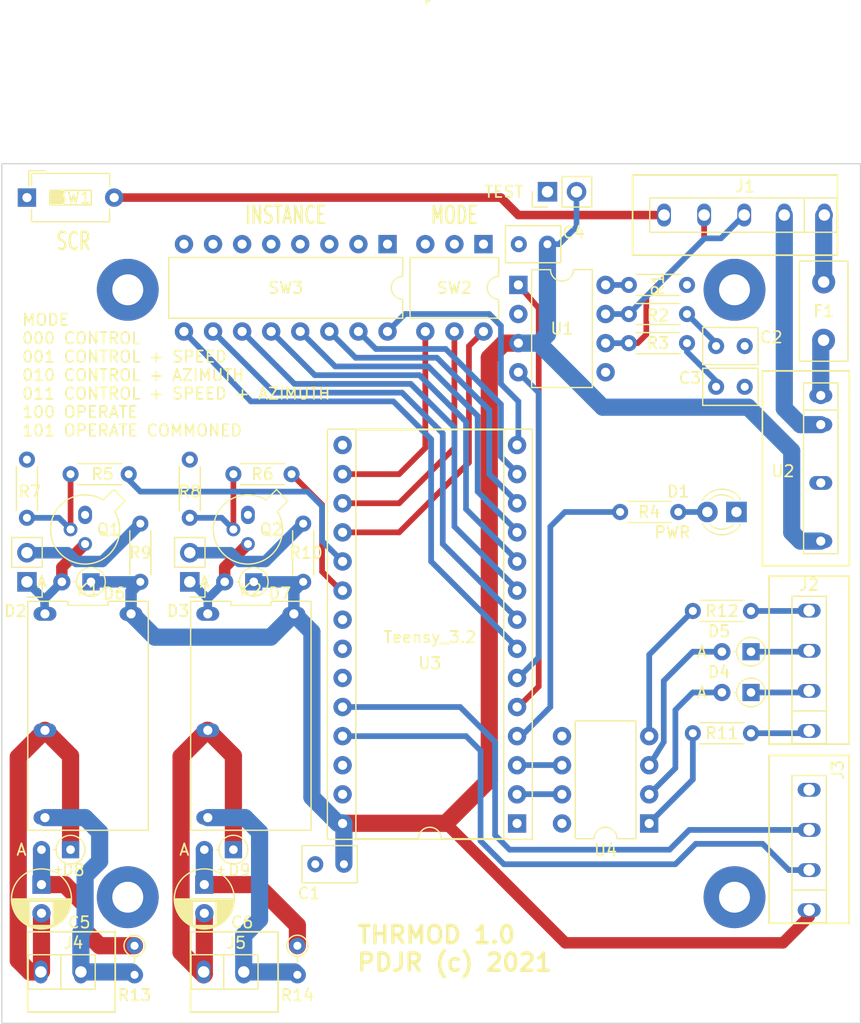
<source format=kicad_pcb>
(kicad_pcb (version 20171130) (host pcbnew 5.1.5-1.fc31)

  (general
    (thickness 1.6)
    (drawings 8)
    (tracks 257)
    (zones 0)
    (modules 51)
    (nets 53)
  )

  (page A4)
  (title_block
    (title "THR100 Thruster Module")
    (date 2021-05-01)
    (rev 1.0)
    (company "PDJR <preeve@pdjr.eu>")
  )

  (layers
    (0 F.Cu signal)
    (31 B.Cu signal)
    (33 F.Adhes user hide)
    (35 F.Paste user hide)
    (37 F.SilkS user)
    (38 B.Mask user hide)
    (39 F.Mask user hide)
    (40 Dwgs.User user hide)
    (41 Cmts.User user hide)
    (42 Eco1.User user hide)
    (43 Eco2.User user hide)
    (44 Edge.Cuts user)
    (45 Margin user)
    (46 B.CrtYd user)
    (47 F.CrtYd user)
    (49 F.Fab user hide)
  )

  (setup
    (last_trace_width 0.25)
    (user_trace_width 0.5)
    (user_trace_width 0.75)
    (user_trace_width 1)
    (user_trace_width 1.5)
    (user_trace_width 2)
    (trace_clearance 0.2)
    (zone_clearance 0.508)
    (zone_45_only no)
    (trace_min 0.2)
    (via_size 0.8)
    (via_drill 0.4)
    (via_min_size 0.4)
    (via_min_drill 0.3)
    (uvia_size 0.3)
    (uvia_drill 0.1)
    (uvias_allowed no)
    (uvia_min_size 0.2)
    (uvia_min_drill 0.1)
    (edge_width 0.1)
    (segment_width 0.2)
    (pcb_text_width 0.3)
    (pcb_text_size 1.5 1.5)
    (mod_edge_width 0.15)
    (mod_text_size 1 1)
    (mod_text_width 0.15)
    (pad_size 1.7 1.7)
    (pad_drill 1)
    (pad_to_mask_clearance 0)
    (aux_axis_origin 0 0)
    (grid_origin 100 0)
    (visible_elements FFFFFF7F)
    (pcbplotparams
      (layerselection 0x010e0_ffffffff)
      (usegerberextensions true)
      (usegerberattributes false)
      (usegerberadvancedattributes false)
      (creategerberjobfile false)
      (excludeedgelayer true)
      (linewidth 0.100000)
      (plotframeref false)
      (viasonmask false)
      (mode 1)
      (useauxorigin false)
      (hpglpennumber 1)
      (hpglpenspeed 20)
      (hpglpendiameter 15.000000)
      (psnegative false)
      (psa4output false)
      (plotreference true)
      (plotvalue true)
      (plotinvisibletext false)
      (padsonsilk false)
      (subtractmaskfromsilk false)
      (outputformat 1)
      (mirror false)
      (drillshape 0)
      (scaleselection 1)
      (outputdirectory "gerber/"))
  )

  (net 0 "")
  (net 1 GND)
  (net 2 "Net-(F1-Pad2)")
  (net 3 +5V)
  (net 4 /CAN_TX)
  (net 5 /CAN_RX)
  (net 6 /LED_PWR)
  (net 7 /CAN_SCR)
  (net 8 /CAN_L)
  (net 9 /CAN_H)
  (net 10 /NET_C)
  (net 11 /ADDR_7)
  (net 12 /ADDR_6)
  (net 13 /ADDR_5)
  (net 14 /ADDR_4)
  (net 15 /ADDR_3)
  (net 16 /ADDR_2)
  (net 17 /ADDR_1)
  (net 18 /ADDR_0)
  (net 19 "Net-(D2-Pad2)")
  (net 20 /NET_S)
  (net 21 "Net-(Q1-Pad2)")
  (net 22 "Net-(Q2-Pad2)")
  (net 23 /PS_CO)
  (net 24 /SB_CO)
  (net 25 /PS_NO)
  (net 26 /SB-NO)
  (net 27 /SB_G)
  (net 28 /PS_G)
  (net 29 /PS_P)
  (net 30 /SB_P)
  (net 31 /PS_RLY)
  (net 32 /SB_RLY)
  (net 33 /PS_CMD)
  (net 34 /SB_CMD)
  (net 35 "Net-(D4-Pad2)")
  (net 36 "Net-(D5-Pad2)")
  (net 37 "Net-(R1-Pad2)")
  (net 38 "Net-(D1-Pad2)")
  (net 39 "Net-(C2-Pad2)")
  (net 40 "Net-(C3-Pad2)")
  (net 41 "Net-(C5-Pad1)")
  (net 42 "Net-(C6-Pad1)")
  (net 43 "Net-(D2-Pad1)")
  (net 44 "Net-(D3-Pad2)")
  (net 45 "Net-(D3-Pad1)")
  (net 46 "Net-(R11-Pad2)")
  (net 47 "Net-(R12-Pad2)")
  (net 48 /AZIMUTH)
  (net 49 /SPEED)
  (net 50 /MODE_ADDR_0)
  (net 51 /MODE_ADDR_1)
  (net 52 /MODE_ADDR_2)

  (net_class Default "This is the default net class."
    (clearance 0.2)
    (trace_width 0.25)
    (via_dia 0.8)
    (via_drill 0.4)
    (uvia_dia 0.3)
    (uvia_drill 0.1)
    (add_net +5V)
    (add_net /ADDR_0)
    (add_net /ADDR_1)
    (add_net /ADDR_2)
    (add_net /ADDR_3)
    (add_net /ADDR_4)
    (add_net /ADDR_5)
    (add_net /ADDR_6)
    (add_net /ADDR_7)
    (add_net /AZIMUTH)
    (add_net /CAN_H)
    (add_net /CAN_L)
    (add_net /CAN_RX)
    (add_net /CAN_SCR)
    (add_net /CAN_TX)
    (add_net /LED_PWR)
    (add_net /MODE_ADDR_0)
    (add_net /MODE_ADDR_1)
    (add_net /MODE_ADDR_2)
    (add_net /NET_C)
    (add_net /NET_S)
    (add_net /PS_CMD)
    (add_net /PS_CO)
    (add_net /PS_G)
    (add_net /PS_NO)
    (add_net /PS_P)
    (add_net /PS_RLY)
    (add_net /SB-NO)
    (add_net /SB_CMD)
    (add_net /SB_CO)
    (add_net /SB_G)
    (add_net /SB_P)
    (add_net /SB_RLY)
    (add_net /SPEED)
    (add_net GND)
    (add_net "Net-(C2-Pad2)")
    (add_net "Net-(C3-Pad2)")
    (add_net "Net-(C5-Pad1)")
    (add_net "Net-(C6-Pad1)")
    (add_net "Net-(D1-Pad2)")
    (add_net "Net-(D2-Pad1)")
    (add_net "Net-(D2-Pad2)")
    (add_net "Net-(D3-Pad1)")
    (add_net "Net-(D3-Pad2)")
    (add_net "Net-(D4-Pad2)")
    (add_net "Net-(D5-Pad2)")
    (add_net "Net-(F1-Pad2)")
    (add_net "Net-(Q1-Pad2)")
    (add_net "Net-(Q2-Pad2)")
    (add_net "Net-(R1-Pad2)")
    (add_net "Net-(R11-Pad2)")
    (add_net "Net-(R12-Pad2)")
  )

  (module Package_DIP:DIP-6_W7.62mm (layer F.Cu) (tedit 5A02E8C5) (tstamp 609AA705)
    (at 178.232 93.98 270)
    (descr "6-lead though-hole mounted DIP package, row spacing 7.62 mm (300 mils)")
    (tags "THT DIP DIL PDIP 2.54mm 7.62mm 300mil")
    (path /609E9B80)
    (fp_text reference SW2 (at 3.81 2.54 180) (layer F.SilkS)
      (effects (font (size 1 1) (thickness 0.15)))
    )
    (fp_text value MODE (at -2.54 2.54 180) (layer F.SilkS)
      (effects (font (size 1.5 1) (thickness 0.2)))
    )
    (fp_text user %R (at 3.81 2.54 90) (layer F.Fab)
      (effects (font (size 1 1) (thickness 0.15)))
    )
    (fp_line (start 8.7 -1.55) (end -1.1 -1.55) (layer F.CrtYd) (width 0.05))
    (fp_line (start 8.7 6.6) (end 8.7 -1.55) (layer F.CrtYd) (width 0.05))
    (fp_line (start -1.1 6.6) (end 8.7 6.6) (layer F.CrtYd) (width 0.05))
    (fp_line (start -1.1 -1.55) (end -1.1 6.6) (layer F.CrtYd) (width 0.05))
    (fp_line (start 6.46 -1.33) (end 4.81 -1.33) (layer F.SilkS) (width 0.12))
    (fp_line (start 6.46 6.41) (end 6.46 -1.33) (layer F.SilkS) (width 0.12))
    (fp_line (start 1.16 6.41) (end 6.46 6.41) (layer F.SilkS) (width 0.12))
    (fp_line (start 1.16 -1.33) (end 1.16 6.41) (layer F.SilkS) (width 0.12))
    (fp_line (start 2.81 -1.33) (end 1.16 -1.33) (layer F.SilkS) (width 0.12))
    (fp_line (start 0.635 -0.27) (end 1.635 -1.27) (layer F.Fab) (width 0.1))
    (fp_line (start 0.635 6.35) (end 0.635 -0.27) (layer F.Fab) (width 0.1))
    (fp_line (start 6.985 6.35) (end 0.635 6.35) (layer F.Fab) (width 0.1))
    (fp_line (start 6.985 -1.27) (end 6.985 6.35) (layer F.Fab) (width 0.1))
    (fp_line (start 1.635 -1.27) (end 6.985 -1.27) (layer F.Fab) (width 0.1))
    (fp_arc (start 3.81 -1.33) (end 2.81 -1.33) (angle -180) (layer F.SilkS) (width 0.12))
    (pad 6 thru_hole oval (at 7.62 0 270) (size 1.6 1.6) (drill 0.8) (layers *.Cu *.Mask)
      (net 50 /MODE_ADDR_0))
    (pad 3 thru_hole oval (at 0 5.08 270) (size 1.6 1.6) (drill 0.8) (layers *.Cu *.Mask)
      (net 1 GND))
    (pad 5 thru_hole oval (at 7.62 2.54 270) (size 1.6 1.6) (drill 0.8) (layers *.Cu *.Mask)
      (net 51 /MODE_ADDR_1))
    (pad 2 thru_hole oval (at 0 2.54 270) (size 1.6 1.6) (drill 0.8) (layers *.Cu *.Mask)
      (net 1 GND))
    (pad 4 thru_hole oval (at 7.62 5.08 270) (size 1.6 1.6) (drill 0.8) (layers *.Cu *.Mask)
      (net 52 /MODE_ADDR_2))
    (pad 1 thru_hole rect (at 0 0 270) (size 1.6 1.6) (drill 0.8) (layers *.Cu *.Mask)
      (net 1 GND))
    (model ${KISYS3DMOD}/Package_DIP.3dshapes/DIP-6_W7.62mm.wrl
      (at (xyz 0 0 0))
      (scale (xyz 1 1 1))
      (rotate (xyz 0 0 0))
    )
  )

  (module Button_Switch_THT:SW_DIP_SPSTx01_Slide_6.7x4.1mm_W7.62mm_P2.54mm_LowProfile (layer F.Cu) (tedit 5A4E1404) (tstamp 609AA6EB)
    (at 138.354 89.916)
    (descr "1x-dip-switch SPST , Slide, row spacing 7.62 mm (300 mils), body size 6.7x4.1mm (see e.g. https://www.ctscorp.com/wp-content/uploads/209-210.pdf), LowProfile")
    (tags "DIP Switch SPST Slide 7.62mm 300mil LowProfile")
    (path /60A18444)
    (fp_text reference SW1 (at 4.064 0) (layer F.SilkS)
      (effects (font (size 1 1) (thickness 0.15)))
    )
    (fp_text value SCR (at 4.064 3.81) (layer F.SilkS)
      (effects (font (size 1.5 1) (thickness 0.2)))
    )
    (fp_text user on (at 4.485 -1.3425) (layer F.Fab)
      (effects (font (size 0.6 0.6) (thickness 0.09)))
    )
    (fp_text user %R (at 6.39 0 90) (layer F.Fab)
      (effects (font (size 0.6 0.6) (thickness 0.09)))
    )
    (fp_line (start 8.7 -2.4) (end -1.1 -2.4) (layer F.CrtYd) (width 0.05))
    (fp_line (start 8.7 2.4) (end 8.7 -2.4) (layer F.CrtYd) (width 0.05))
    (fp_line (start -1.1 2.4) (end 8.7 2.4) (layer F.CrtYd) (width 0.05))
    (fp_line (start -1.1 -2.4) (end -1.1 2.4) (layer F.CrtYd) (width 0.05))
    (fp_line (start 3.206667 -0.635) (end 3.206667 0.635) (layer F.SilkS) (width 0.12))
    (fp_line (start 2 0.565) (end 3.206667 0.565) (layer F.SilkS) (width 0.12))
    (fp_line (start 2 0.445) (end 3.206667 0.445) (layer F.SilkS) (width 0.12))
    (fp_line (start 2 0.325) (end 3.206667 0.325) (layer F.SilkS) (width 0.12))
    (fp_line (start 2 0.205) (end 3.206667 0.205) (layer F.SilkS) (width 0.12))
    (fp_line (start 2 0.085) (end 3.206667 0.085) (layer F.SilkS) (width 0.12))
    (fp_line (start 2 -0.035) (end 3.206667 -0.035) (layer F.SilkS) (width 0.12))
    (fp_line (start 2 -0.155) (end 3.206667 -0.155) (layer F.SilkS) (width 0.12))
    (fp_line (start 2 -0.275) (end 3.206667 -0.275) (layer F.SilkS) (width 0.12))
    (fp_line (start 2 -0.395) (end 3.206667 -0.395) (layer F.SilkS) (width 0.12))
    (fp_line (start 2 -0.515) (end 3.206667 -0.515) (layer F.SilkS) (width 0.12))
    (fp_line (start 5.62 -0.635) (end 2 -0.635) (layer F.SilkS) (width 0.12))
    (fp_line (start 5.62 0.635) (end 5.62 -0.635) (layer F.SilkS) (width 0.12))
    (fp_line (start 2 0.635) (end 5.62 0.635) (layer F.SilkS) (width 0.12))
    (fp_line (start 2 -0.635) (end 2 0.635) (layer F.SilkS) (width 0.12))
    (fp_line (start 0.16 -2.35) (end 0.16 -1.04) (layer F.SilkS) (width 0.12))
    (fp_line (start 0.16 -2.35) (end 1.543 -2.35) (layer F.SilkS) (width 0.12))
    (fp_line (start 7.221 0.99) (end 7.221 2.11) (layer F.SilkS) (width 0.12))
    (fp_line (start 7.221 -2.11) (end 7.221 -0.99) (layer F.SilkS) (width 0.12))
    (fp_line (start 0.4 1.04) (end 0.4 2.11) (layer F.SilkS) (width 0.12))
    (fp_line (start 0.4 -2.11) (end 0.4 -1.04) (layer F.SilkS) (width 0.12))
    (fp_line (start 0.4 2.11) (end 7.221 2.11) (layer F.SilkS) (width 0.12))
    (fp_line (start 0.4 -2.11) (end 7.221 -2.11) (layer F.SilkS) (width 0.12))
    (fp_line (start 3.206667 -0.635) (end 3.206667 0.635) (layer F.Fab) (width 0.1))
    (fp_line (start 2 0.565) (end 3.206667 0.565) (layer F.Fab) (width 0.1))
    (fp_line (start 2 0.465) (end 3.206667 0.465) (layer F.Fab) (width 0.1))
    (fp_line (start 2 0.365) (end 3.206667 0.365) (layer F.Fab) (width 0.1))
    (fp_line (start 2 0.265) (end 3.206667 0.265) (layer F.Fab) (width 0.1))
    (fp_line (start 2 0.165) (end 3.206667 0.165) (layer F.Fab) (width 0.1))
    (fp_line (start 2 0.065) (end 3.206667 0.065) (layer F.Fab) (width 0.1))
    (fp_line (start 2 -0.035) (end 3.206667 -0.035) (layer F.Fab) (width 0.1))
    (fp_line (start 2 -0.135) (end 3.206667 -0.135) (layer F.Fab) (width 0.1))
    (fp_line (start 2 -0.235) (end 3.206667 -0.235) (layer F.Fab) (width 0.1))
    (fp_line (start 2 -0.335) (end 3.206667 -0.335) (layer F.Fab) (width 0.1))
    (fp_line (start 2 -0.435) (end 3.206667 -0.435) (layer F.Fab) (width 0.1))
    (fp_line (start 2 -0.535) (end 3.206667 -0.535) (layer F.Fab) (width 0.1))
    (fp_line (start 5.62 -0.635) (end 2 -0.635) (layer F.Fab) (width 0.1))
    (fp_line (start 5.62 0.635) (end 5.62 -0.635) (layer F.Fab) (width 0.1))
    (fp_line (start 2 0.635) (end 5.62 0.635) (layer F.Fab) (width 0.1))
    (fp_line (start 2 -0.635) (end 2 0.635) (layer F.Fab) (width 0.1))
    (fp_line (start 0.46 -1.05) (end 1.46 -2.05) (layer F.Fab) (width 0.1))
    (fp_line (start 0.46 2.05) (end 0.46 -1.05) (layer F.Fab) (width 0.1))
    (fp_line (start 7.16 2.05) (end 0.46 2.05) (layer F.Fab) (width 0.1))
    (fp_line (start 7.16 -2.05) (end 7.16 2.05) (layer F.Fab) (width 0.1))
    (fp_line (start 1.46 -2.05) (end 7.16 -2.05) (layer F.Fab) (width 0.1))
    (pad 2 thru_hole oval (at 7.62 0) (size 1.6 1.6) (drill 0.8) (layers *.Cu *.Mask)
      (net 7 /CAN_SCR))
    (pad 1 thru_hole rect (at 0 0) (size 1.6 1.6) (drill 0.8) (layers *.Cu *.Mask)
      (net 1 GND))
    (model ${KISYS3DMOD}/Button_Switch_THT.3dshapes/SW_DIP_SPSTx01_Slide_6.7x4.1mm_W7.62mm_P2.54mm_LowProfile.wrl
      (at (xyz 0 0 0))
      (scale (xyz 1 1 1))
      (rotate (xyz 0 0 90))
    )
  )

  (module Package_DIP:DIP-8_W7.62mm (layer F.Cu) (tedit 5A02E8C5) (tstamp 6096B5B4)
    (at 192.71 144.526 180)
    (descr "8-lead though-hole mounted DIP package, row spacing 7.62 mm (300 mils)")
    (tags "THT DIP DIL PDIP 2.54mm 7.62mm 300mil")
    (path /60974172)
    (fp_text reference U4 (at 3.81 -2.33) (layer F.SilkS)
      (effects (font (size 1 1) (thickness 0.15)))
    )
    (fp_text value CNY74-2H (at 3.81 9.95) (layer F.Fab)
      (effects (font (size 1 1) (thickness 0.15)))
    )
    (fp_text user %R (at 3.81 3.81) (layer F.Fab)
      (effects (font (size 1 1) (thickness 0.15)))
    )
    (fp_line (start 8.7 -1.55) (end -1.1 -1.55) (layer F.CrtYd) (width 0.05))
    (fp_line (start 8.7 9.15) (end 8.7 -1.55) (layer F.CrtYd) (width 0.05))
    (fp_line (start -1.1 9.15) (end 8.7 9.15) (layer F.CrtYd) (width 0.05))
    (fp_line (start -1.1 -1.55) (end -1.1 9.15) (layer F.CrtYd) (width 0.05))
    (fp_line (start 6.46 -1.33) (end 4.81 -1.33) (layer F.SilkS) (width 0.12))
    (fp_line (start 6.46 8.95) (end 6.46 -1.33) (layer F.SilkS) (width 0.12))
    (fp_line (start 1.16 8.95) (end 6.46 8.95) (layer F.SilkS) (width 0.12))
    (fp_line (start 1.16 -1.33) (end 1.16 8.95) (layer F.SilkS) (width 0.12))
    (fp_line (start 2.81 -1.33) (end 1.16 -1.33) (layer F.SilkS) (width 0.12))
    (fp_line (start 0.635 -0.27) (end 1.635 -1.27) (layer F.Fab) (width 0.1))
    (fp_line (start 0.635 8.89) (end 0.635 -0.27) (layer F.Fab) (width 0.1))
    (fp_line (start 6.985 8.89) (end 0.635 8.89) (layer F.Fab) (width 0.1))
    (fp_line (start 6.985 -1.27) (end 6.985 8.89) (layer F.Fab) (width 0.1))
    (fp_line (start 1.635 -1.27) (end 6.985 -1.27) (layer F.Fab) (width 0.1))
    (fp_arc (start 3.81 -1.33) (end 2.81 -1.33) (angle -180) (layer F.SilkS) (width 0.12))
    (pad 8 thru_hole oval (at 7.62 0 180) (size 1.6 1.6) (drill 0.8) (layers *.Cu *.Mask)
      (net 1 GND))
    (pad 4 thru_hole oval (at 0 7.62 180) (size 1.6 1.6) (drill 0.8) (layers *.Cu *.Mask)
      (net 47 "Net-(R12-Pad2)"))
    (pad 7 thru_hole oval (at 7.62 2.54 180) (size 1.6 1.6) (drill 0.8) (layers *.Cu *.Mask)
      (net 34 /SB_CMD))
    (pad 3 thru_hole oval (at 0 5.08 180) (size 1.6 1.6) (drill 0.8) (layers *.Cu *.Mask)
      (net 36 "Net-(D5-Pad2)"))
    (pad 6 thru_hole oval (at 7.62 5.08 180) (size 1.6 1.6) (drill 0.8) (layers *.Cu *.Mask)
      (net 33 /PS_CMD))
    (pad 2 thru_hole oval (at 0 2.54 180) (size 1.6 1.6) (drill 0.8) (layers *.Cu *.Mask)
      (net 35 "Net-(D4-Pad2)"))
    (pad 5 thru_hole oval (at 7.62 7.62 180) (size 1.6 1.6) (drill 0.8) (layers *.Cu *.Mask)
      (net 1 GND))
    (pad 1 thru_hole rect (at 0 0 180) (size 1.6 1.6) (drill 0.8) (layers *.Cu *.Mask)
      (net 46 "Net-(R11-Pad2)"))
    (model ${KISYS3DMOD}/Package_DIP.3dshapes/DIP-8_W7.62mm.wrl
      (at (xyz 0 0 0))
      (scale (xyz 1 1 1))
      (rotate (xyz 0 0 0))
    )
  )

  (module Package_DIP:DIP-28_W15.24mm_Socket (layer F.Cu) (tedit 5A02E8C5) (tstamp 6096CC84)
    (at 181.1657 144.526 180)
    (descr "28-lead though-hole mounted DIP package, row spacing 15.24 mm (600 mils), Socket")
    (tags "THT DIP DIL PDIP 2.54mm 15.24mm 600mil Socket")
    (path /6097BF28)
    (fp_text reference U3 (at 7.62 13.97) (layer F.SilkS)
      (effects (font (size 1 1) (thickness 0.15)))
    )
    (fp_text value Teensy_3.2 (at 7.62 16.256) (layer F.SilkS)
      (effects (font (size 1 1) (thickness 0.15)))
    )
    (fp_text user %R (at 7.62 16.51) (layer F.Fab)
      (effects (font (size 1 1) (thickness 0.15)))
    )
    (fp_line (start 16.8 -1.6) (end -1.55 -1.6) (layer F.CrtYd) (width 0.05))
    (fp_line (start 16.8 34.65) (end 16.8 -1.6) (layer F.CrtYd) (width 0.05))
    (fp_line (start -1.55 34.65) (end 16.8 34.65) (layer F.CrtYd) (width 0.05))
    (fp_line (start -1.55 -1.6) (end -1.55 34.65) (layer F.CrtYd) (width 0.05))
    (fp_line (start 16.57 -1.39) (end -1.33 -1.39) (layer F.SilkS) (width 0.12))
    (fp_line (start 16.57 34.41) (end 16.57 -1.39) (layer F.SilkS) (width 0.12))
    (fp_line (start -1.33 34.41) (end 16.57 34.41) (layer F.SilkS) (width 0.12))
    (fp_line (start -1.33 -1.39) (end -1.33 34.41) (layer F.SilkS) (width 0.12))
    (fp_line (start 14.08 -1.33) (end 8.62 -1.33) (layer F.SilkS) (width 0.12))
    (fp_line (start 14.08 34.35) (end 14.08 -1.33) (layer F.SilkS) (width 0.12))
    (fp_line (start 1.16 34.35) (end 14.08 34.35) (layer F.SilkS) (width 0.12))
    (fp_line (start 1.16 -1.33) (end 1.16 34.35) (layer F.SilkS) (width 0.12))
    (fp_line (start 6.62 -1.33) (end 1.16 -1.33) (layer F.SilkS) (width 0.12))
    (fp_line (start 16.51 -1.33) (end -1.27 -1.33) (layer F.Fab) (width 0.1))
    (fp_line (start 16.51 34.35) (end 16.51 -1.33) (layer F.Fab) (width 0.1))
    (fp_line (start -1.27 34.35) (end 16.51 34.35) (layer F.Fab) (width 0.1))
    (fp_line (start -1.27 -1.33) (end -1.27 34.35) (layer F.Fab) (width 0.1))
    (fp_line (start 0.255 -0.27) (end 1.255 -1.27) (layer F.Fab) (width 0.1))
    (fp_line (start 0.255 34.29) (end 0.255 -0.27) (layer F.Fab) (width 0.1))
    (fp_line (start 14.985 34.29) (end 0.255 34.29) (layer F.Fab) (width 0.1))
    (fp_line (start 14.985 -1.27) (end 14.985 34.29) (layer F.Fab) (width 0.1))
    (fp_line (start 1.255 -1.27) (end 14.985 -1.27) (layer F.Fab) (width 0.1))
    (fp_arc (start 7.62 -1.33) (end 6.62 -1.33) (angle -180) (layer F.SilkS) (width 0.12))
    (pad 28 thru_hole oval (at 15.24 0 180) (size 1.6 1.6) (drill 0.8) (layers *.Cu *.Mask)
      (net 3 +5V))
    (pad 14 thru_hole oval (at 0 33.02 180) (size 1.6 1.6) (drill 0.8) (layers *.Cu *.Mask)
      (net 18 /ADDR_0))
    (pad 27 thru_hole oval (at 15.24 2.54 180) (size 1.6 1.6) (drill 0.8) (layers *.Cu *.Mask)
      (net 1 GND))
    (pad 13 thru_hole oval (at 0 30.48 180) (size 1.6 1.6) (drill 0.8) (layers *.Cu *.Mask)
      (net 17 /ADDR_1))
    (pad 26 thru_hole oval (at 15.24 5.08 180) (size 1.6 1.6) (drill 0.8) (layers *.Cu *.Mask))
    (pad 12 thru_hole oval (at 0 27.94 180) (size 1.6 1.6) (drill 0.8) (layers *.Cu *.Mask)
      (net 16 /ADDR_2))
    (pad 25 thru_hole oval (at 15.24 7.62 180) (size 1.6 1.6) (drill 0.8) (layers *.Cu *.Mask)
      (net 49 /SPEED))
    (pad 11 thru_hole oval (at 0 25.4 180) (size 1.6 1.6) (drill 0.8) (layers *.Cu *.Mask)
      (net 15 /ADDR_3))
    (pad 24 thru_hole oval (at 15.24 10.16 180) (size 1.6 1.6) (drill 0.8) (layers *.Cu *.Mask)
      (net 48 /AZIMUTH))
    (pad 10 thru_hole oval (at 0 22.86 180) (size 1.6 1.6) (drill 0.8) (layers *.Cu *.Mask)
      (net 14 /ADDR_4))
    (pad 23 thru_hole oval (at 15.24 12.7 180) (size 1.6 1.6) (drill 0.8) (layers *.Cu *.Mask))
    (pad 9 thru_hole oval (at 0 20.32 180) (size 1.6 1.6) (drill 0.8) (layers *.Cu *.Mask)
      (net 13 /ADDR_5))
    (pad 22 thru_hole oval (at 15.24 15.24 180) (size 1.6 1.6) (drill 0.8) (layers *.Cu *.Mask))
    (pad 8 thru_hole oval (at 0 17.78 180) (size 1.6 1.6) (drill 0.8) (layers *.Cu *.Mask)
      (net 12 /ADDR_6))
    (pad 21 thru_hole oval (at 15.24 17.78 180) (size 1.6 1.6) (drill 0.8) (layers *.Cu *.Mask))
    (pad 7 thru_hole oval (at 0 15.24 180) (size 1.6 1.6) (drill 0.8) (layers *.Cu *.Mask)
      (net 11 /ADDR_7))
    (pad 20 thru_hole oval (at 15.24 20.32 180) (size 1.6 1.6) (drill 0.8) (layers *.Cu *.Mask)
      (net 32 /SB_RLY))
    (pad 6 thru_hole oval (at 0 12.7 180) (size 1.6 1.6) (drill 0.8) (layers *.Cu *.Mask)
      (net 5 /CAN_RX))
    (pad 19 thru_hole oval (at 15.24 22.86 180) (size 1.6 1.6) (drill 0.8) (layers *.Cu *.Mask)
      (net 31 /PS_RLY))
    (pad 5 thru_hole oval (at 0 10.16 180) (size 1.6 1.6) (drill 0.8) (layers *.Cu *.Mask)
      (net 4 /CAN_TX))
    (pad 18 thru_hole oval (at 15.24 25.4 180) (size 1.6 1.6) (drill 0.8) (layers *.Cu *.Mask)
      (net 50 /MODE_ADDR_0))
    (pad 4 thru_hole oval (at 0 7.62 180) (size 1.6 1.6) (drill 0.8) (layers *.Cu *.Mask)
      (net 6 /LED_PWR))
    (pad 17 thru_hole oval (at 15.24 27.94 180) (size 1.6 1.6) (drill 0.8) (layers *.Cu *.Mask)
      (net 51 /MODE_ADDR_1))
    (pad 3 thru_hole oval (at 0 5.08 180) (size 1.6 1.6) (drill 0.8) (layers *.Cu *.Mask)
      (net 33 /PS_CMD))
    (pad 16 thru_hole oval (at 15.24 30.48 180) (size 1.6 1.6) (drill 0.8) (layers *.Cu *.Mask)
      (net 52 /MODE_ADDR_2))
    (pad 2 thru_hole oval (at 0 2.54 180) (size 1.6 1.6) (drill 0.8) (layers *.Cu *.Mask)
      (net 34 /SB_CMD))
    (pad 15 thru_hole oval (at 15.24 33.02 180) (size 1.6 1.6) (drill 0.8) (layers *.Cu *.Mask))
    (pad 1 thru_hole rect (at 0 0 180) (size 1.6 1.6) (drill 0.8) (layers *.Cu *.Mask)
      (net 1 GND))
    (model ${KISYS3DMOD}/Package_DIP.3dshapes/DIP-28_W15.24mm_Socket.wrl
      (at (xyz 0 0 0))
      (scale (xyz 1 1 1))
      (rotate (xyz 0 0 0))
    )
  )

  (module PDJR:Phoenix-FK-MPT-4-3,5 (layer F.Cu) (tedit 608D28BF) (tstamp 60956F47)
    (at 206.68 139.84 90)
    (path /60A2D598)
    (fp_text reference J3 (at 0 2.5 90) (layer F.SilkS)
      (effects (font (size 1 1) (thickness 0.15)))
    )
    (fp_text value ANALOG_IN (at 0 -2.5 90) (layer F.Fab)
      (effects (font (size 1 1) (thickness 0.15)))
    )
    (fp_line (start -13.35 -1.5) (end -0.5 -1.5) (layer F.SilkS) (width 0.12))
    (fp_line (start -0.5 -1.5) (end -0.5 1.5) (layer F.SilkS) (width 0.12))
    (fp_line (start -0.5 1.5) (end -13.35 1.5) (layer F.SilkS) (width 0.12))
    (fp_line (start -13.35 1.5) (end -13.35 -1.5) (layer F.SilkS) (width 0.12))
    (fp_line (start -10.5 -1.5) (end -10.5 1.5) (layer F.SilkS) (width 0.12))
    (fp_line (start -13.1 -1.25) (end -0.75 -1.25) (layer F.CrtYd) (width 0.05))
    (fp_line (start -0.75 -1.25) (end -0.75 1.25) (layer F.CrtYd) (width 0.05))
    (fp_line (start -0.75 1.25) (end -13.1 1.25) (layer F.CrtYd) (width 0.05))
    (fp_line (start -13.1 1.25) (end -13.1 -1.25) (layer F.CrtYd) (width 0.05))
    (fp_line (start -13.4 0) (end -13.4 -3.5) (layer F.SilkS) (width 0.15))
    (fp_line (start -13.4 -3.5) (end 1.25 -3.5) (layer F.SilkS) (width 0.15))
    (fp_line (start 1.25 3.5) (end -13.4 3.5) (layer F.SilkS) (width 0.15))
    (fp_line (start 1.25 -3.5) (end 1.25 3.5) (layer F.SilkS) (width 0.15))
    (fp_line (start -13.4 -3.5) (end -13.4 3.5) (layer F.SilkS) (width 0.15))
    (pad 4 thru_hole oval (at -1.75 0 90) (size 1.2 2) (drill 1) (layers *.Cu *.Mask)
      (net 1 GND))
    (pad 3 thru_hole oval (at -5.25 0 90) (size 1.2 2) (drill 1) (layers *.Cu *.Mask)
      (net 48 /AZIMUTH))
    (pad 2 thru_hole oval (at -8.75 0 90) (size 1.2 2) (drill 1) (layers *.Cu *.Mask)
      (net 49 /SPEED))
    (pad 1 thru_hole oval (at -12.25 0 90) (size 1.2 2) (drill 1) (layers *.Cu *.Mask)
      (net 3 +5V))
  )

  (module Resistor_THT:R_Axial_DIN0204_L3.6mm_D1.6mm_P2.54mm_Vertical (layer F.Cu) (tedit 5AE5139B) (tstamp 608EDA59)
    (at 161.976 155.194 270)
    (descr "Resistor, Axial_DIN0204 series, Axial, Vertical, pin pitch=2.54mm, 0.167W, length*diameter=3.6*1.6mm^2, http://cdn-reichelt.de/documents/datenblatt/B400/1_4W%23YAG.pdf")
    (tags "Resistor Axial_DIN0204 series Axial Vertical pin pitch 2.54mm 0.167W length 3.6mm diameter 1.6mm")
    (path /60A32E3F)
    (fp_text reference R14 (at 4.318 0 180) (layer F.SilkS)
      (effects (font (size 1 1) (thickness 0.15)))
    )
    (fp_text value 43R (at 1.27 1.92 90) (layer F.Fab)
      (effects (font (size 1 1) (thickness 0.15)))
    )
    (fp_circle (center 0 0) (end 0.8 0) (layer F.Fab) (width 0.1))
    (fp_circle (center 0 0) (end 0.92 0) (layer F.SilkS) (width 0.12))
    (fp_line (start 0 0) (end 2.54 0) (layer F.Fab) (width 0.1))
    (fp_line (start 0.92 0) (end 1.54 0) (layer F.SilkS) (width 0.12))
    (fp_line (start -1.05 -1.05) (end -1.05 1.05) (layer F.CrtYd) (width 0.05))
    (fp_line (start -1.05 1.05) (end 3.49 1.05) (layer F.CrtYd) (width 0.05))
    (fp_line (start 3.49 1.05) (end 3.49 -1.05) (layer F.CrtYd) (width 0.05))
    (fp_line (start 3.49 -1.05) (end -1.05 -1.05) (layer F.CrtYd) (width 0.05))
    (fp_text user %R (at 1.27 -1.92 90) (layer F.Fab)
      (effects (font (size 1 1) (thickness 0.15)))
    )
    (pad 2 thru_hole oval (at 2.54 0 270) (size 1.4 1.4) (drill 0.7) (layers *.Cu *.Mask)
      (net 26 /SB-NO))
    (pad 1 thru_hole circle (at 0 0 270) (size 1.4 1.4) (drill 0.7) (layers *.Cu *.Mask)
      (net 42 "Net-(C6-Pad1)"))
    (model ${KISYS3DMOD}/Resistor_THT.3dshapes/R_Axial_DIN0204_L3.6mm_D1.6mm_P2.54mm_Vertical.wrl
      (at (xyz 0 0 0))
      (scale (xyz 1 1 1))
      (rotate (xyz 0 0 0))
    )
  )

  (module Resistor_THT:R_Axial_DIN0204_L3.6mm_D1.6mm_P2.54mm_Vertical (layer F.Cu) (tedit 5AE5139B) (tstamp 608EAFF0)
    (at 147.752 155.194 270)
    (descr "Resistor, Axial_DIN0204 series, Axial, Vertical, pin pitch=2.54mm, 0.167W, length*diameter=3.6*1.6mm^2, http://cdn-reichelt.de/documents/datenblatt/B400/1_4W%23YAG.pdf")
    (tags "Resistor Axial_DIN0204 series Axial Vertical pin pitch 2.54mm 0.167W length 3.6mm diameter 1.6mm")
    (path /60B6C3B5)
    (fp_text reference R13 (at 4.318 0 180) (layer F.SilkS)
      (effects (font (size 1 1) (thickness 0.15)))
    )
    (fp_text value 43R (at 1.27 1.92 90) (layer F.Fab)
      (effects (font (size 1 1) (thickness 0.15)))
    )
    (fp_circle (center 0 0) (end 0.8 0) (layer F.Fab) (width 0.1))
    (fp_circle (center 0 0) (end 0.92 0) (layer F.SilkS) (width 0.12))
    (fp_line (start 0 0) (end 2.54 0) (layer F.Fab) (width 0.1))
    (fp_line (start 0.92 0) (end 1.54 0) (layer F.SilkS) (width 0.12))
    (fp_line (start -1.05 -1.05) (end -1.05 1.05) (layer F.CrtYd) (width 0.05))
    (fp_line (start -1.05 1.05) (end 3.49 1.05) (layer F.CrtYd) (width 0.05))
    (fp_line (start 3.49 1.05) (end 3.49 -1.05) (layer F.CrtYd) (width 0.05))
    (fp_line (start 3.49 -1.05) (end -1.05 -1.05) (layer F.CrtYd) (width 0.05))
    (fp_text user %R (at 1.27 -1.92 90) (layer F.Fab)
      (effects (font (size 1 1) (thickness 0.15)))
    )
    (pad 2 thru_hole oval (at 2.54 0 270) (size 1.4 1.4) (drill 0.7) (layers *.Cu *.Mask)
      (net 25 /PS_NO))
    (pad 1 thru_hole circle (at 0 0 270) (size 1.4 1.4) (drill 0.7) (layers *.Cu *.Mask)
      (net 41 "Net-(C5-Pad1)"))
    (model ${KISYS3DMOD}/Resistor_THT.3dshapes/R_Axial_DIN0204_L3.6mm_D1.6mm_P2.54mm_Vertical.wrl
      (at (xyz 0 0 0))
      (scale (xyz 1 1 1))
      (rotate (xyz 0 0 0))
    )
  )

  (module PDJR:Phoenix-FK-MPT-2-3,5 (layer F.Cu) (tedit 608E5317) (tstamp 60946077)
    (at 166.04 157.48)
    (path /60AA4FA1)
    (fp_text reference J5 (at -9.398 -2.54) (layer F.SilkS)
      (effects (font (size 1 1) (thickness 0.15)))
    )
    (fp_text value Screw_Terminal_01x02 (at 0 -2.5) (layer F.Fab)
      (effects (font (size 1 1) (thickness 0.15)))
    )
    (fp_line (start -13.35 -1.5) (end -7.5 -1.5) (layer F.SilkS) (width 0.12))
    (fp_line (start -7.5 -1.5) (end -7.5 1.5) (layer F.SilkS) (width 0.12))
    (fp_line (start -7.5 1.5) (end -13.35 1.5) (layer F.SilkS) (width 0.12))
    (fp_line (start -13.35 1.5) (end -13.35 -1.5) (layer F.SilkS) (width 0.12))
    (fp_line (start -10.5 -1.5) (end -10.5 1.5) (layer F.SilkS) (width 0.12))
    (fp_line (start -13.1 -1.25) (end -7.75 -1.25) (layer F.CrtYd) (width 0.05))
    (fp_line (start -7.75 -1.25) (end -7.75 1.25) (layer F.CrtYd) (width 0.05))
    (fp_line (start -7.75 1.25) (end -13.1 1.25) (layer F.CrtYd) (width 0.05))
    (fp_line (start -13.1 1.25) (end -13.1 -1.25) (layer F.CrtYd) (width 0.05))
    (fp_line (start -13.4 0) (end -13.4 -3.5) (layer F.SilkS) (width 0.15))
    (fp_line (start -13.4 -3.5) (end -5.75 -3.5) (layer F.SilkS) (width 0.15))
    (fp_line (start -5.75 3.5) (end -13.4 3.5) (layer F.SilkS) (width 0.15))
    (fp_line (start -5.75 -3.5) (end -5.75 3.5) (layer F.SilkS) (width 0.15))
    (fp_line (start -13.4 -3.5) (end -13.4 3.5) (layer F.SilkS) (width 0.15))
    (pad 2 thru_hole oval (at -8.75 0) (size 1.2 2) (drill 1) (layers *.Cu *.Mask)
      (net 26 /SB-NO))
    (pad 1 thru_hole oval (at -12.25 0) (size 1.2 2) (drill 1) (layers *.Cu *.Mask)
      (net 24 /SB_CO))
  )

  (module PDJR:Phoenix-FK-MPT-2-3,5 (layer F.Cu) (tedit 608E5317) (tstamp 608EC4FB)
    (at 151.816 157.48)
    (path /60B6C41F)
    (fp_text reference J4 (at -9.398 -2.54) (layer F.SilkS)
      (effects (font (size 1 1) (thickness 0.15)))
    )
    (fp_text value Screw_Terminal_01x02 (at 0 -2.5) (layer F.Fab)
      (effects (font (size 1 1) (thickness 0.15)))
    )
    (fp_line (start -13.35 -1.5) (end -7.5 -1.5) (layer F.SilkS) (width 0.12))
    (fp_line (start -7.5 -1.5) (end -7.5 1.5) (layer F.SilkS) (width 0.12))
    (fp_line (start -7.5 1.5) (end -13.35 1.5) (layer F.SilkS) (width 0.12))
    (fp_line (start -13.35 1.5) (end -13.35 -1.5) (layer F.SilkS) (width 0.12))
    (fp_line (start -10.5 -1.5) (end -10.5 1.5) (layer F.SilkS) (width 0.12))
    (fp_line (start -13.1 -1.25) (end -7.75 -1.25) (layer F.CrtYd) (width 0.05))
    (fp_line (start -7.75 -1.25) (end -7.75 1.25) (layer F.CrtYd) (width 0.05))
    (fp_line (start -7.75 1.25) (end -13.1 1.25) (layer F.CrtYd) (width 0.05))
    (fp_line (start -13.1 1.25) (end -13.1 -1.25) (layer F.CrtYd) (width 0.05))
    (fp_line (start -13.4 0) (end -13.4 -3.5) (layer F.SilkS) (width 0.15))
    (fp_line (start -13.4 -3.5) (end -5.75 -3.5) (layer F.SilkS) (width 0.15))
    (fp_line (start -5.75 3.5) (end -13.4 3.5) (layer F.SilkS) (width 0.15))
    (fp_line (start -5.75 -3.5) (end -5.75 3.5) (layer F.SilkS) (width 0.15))
    (fp_line (start -13.4 -3.5) (end -13.4 3.5) (layer F.SilkS) (width 0.15))
    (pad 2 thru_hole oval (at -8.75 0) (size 1.2 2) (drill 1) (layers *.Cu *.Mask)
      (net 25 /PS_NO))
    (pad 1 thru_hole oval (at -12.25 0) (size 1.2 2) (drill 1) (layers *.Cu *.Mask)
      (net 23 /PS_CO))
  )

  (module Diode_THT:D_DO-34_SOD68_P2.54mm_Vertical_AnodeUp (layer F.Cu) (tedit 5AE50CD5) (tstamp 608D6933)
    (at 201.6 129.54 180)
    (descr "Diode, DO-34_SOD68 series, Axial, Vertical, pin pitch=2.54mm, , length*diameter=3.04*1.6mm^2, , https://www.nxp.com/docs/en/data-sheet/KTY83_SER.pdf")
    (tags "Diode DO-34_SOD68 series Axial Vertical pin pitch 2.54mm  length 3.04mm diameter 1.6mm")
    (path /609C9A80)
    (fp_text reference D5 (at 2.794 1.778) (layer F.SilkS)
      (effects (font (size 1 1) (thickness 0.15)))
    )
    (fp_text value 1N4001 (at 1.27 3.14466) (layer F.Fab)
      (effects (font (size 1 1) (thickness 0.15)))
    )
    (fp_circle (center 0 0) (end 0.8 0) (layer F.Fab) (width 0.1))
    (fp_circle (center 0 0) (end 1.25566 0) (layer F.SilkS) (width 0.12))
    (fp_line (start 0 0) (end 2.54 0) (layer F.Fab) (width 0.1))
    (fp_line (start 1.25566 0) (end 1.49 0) (layer F.SilkS) (width 0.12))
    (fp_line (start -1.05 -1.05) (end -1.05 1.05) (layer F.CrtYd) (width 0.05))
    (fp_line (start -1.05 1.05) (end 3.54 1.05) (layer F.CrtYd) (width 0.05))
    (fp_line (start 3.54 1.05) (end 3.54 -1.05) (layer F.CrtYd) (width 0.05))
    (fp_line (start 3.54 -1.05) (end -1.05 -1.05) (layer F.CrtYd) (width 0.05))
    (fp_text user A (at 4.29 0) (layer F.SilkS)
      (effects (font (size 1 1) (thickness 0.15)))
    )
    (fp_text user A (at 4.29 0) (layer F.Fab)
      (effects (font (size 1 1) (thickness 0.15)))
    )
    (fp_text user %R (at 1.27 -2.25566) (layer F.Fab)
      (effects (font (size 1 1) (thickness 0.15)))
    )
    (pad 2 thru_hole oval (at 2.54 0 180) (size 1.5 1.5) (drill 0.75) (layers *.Cu *.Mask)
      (net 36 "Net-(D5-Pad2)"))
    (pad 1 thru_hole rect (at 0 0 180) (size 1.5 1.5) (drill 0.75) (layers *.Cu *.Mask)
      (net 28 /PS_G))
    (model ${KISYS3DMOD}/Diode_THT.3dshapes/D_DO-34_SOD68_P2.54mm_Vertical_AnodeUp.wrl
      (at (xyz 0 0 0))
      (scale (xyz 1 1 1))
      (rotate (xyz 0 0 0))
    )
  )

  (module Diode_THT:D_DO-34_SOD68_P2.54mm_Vertical_AnodeUp (layer F.Cu) (tedit 5AE50CD5) (tstamp 608DE582)
    (at 201.6 133.096 180)
    (descr "Diode, DO-34_SOD68 series, Axial, Vertical, pin pitch=2.54mm, , length*diameter=3.04*1.6mm^2, , https://www.nxp.com/docs/en/data-sheet/KTY83_SER.pdf")
    (tags "Diode DO-34_SOD68 series Axial Vertical pin pitch 2.54mm  length 3.04mm diameter 1.6mm")
    (path /60907B0B)
    (fp_text reference D4 (at 2.794 1.778) (layer F.SilkS)
      (effects (font (size 1 1) (thickness 0.15)))
    )
    (fp_text value 1N4001 (at 1.27 3.14466) (layer F.Fab)
      (effects (font (size 1 1) (thickness 0.15)))
    )
    (fp_circle (center 0 0) (end 0.8 0) (layer F.Fab) (width 0.1))
    (fp_circle (center 0 0) (end 1.25566 0) (layer F.SilkS) (width 0.12))
    (fp_line (start 0 0) (end 2.54 0) (layer F.Fab) (width 0.1))
    (fp_line (start 1.25566 0) (end 1.49 0) (layer F.SilkS) (width 0.12))
    (fp_line (start -1.05 -1.05) (end -1.05 1.05) (layer F.CrtYd) (width 0.05))
    (fp_line (start -1.05 1.05) (end 3.54 1.05) (layer F.CrtYd) (width 0.05))
    (fp_line (start 3.54 1.05) (end 3.54 -1.05) (layer F.CrtYd) (width 0.05))
    (fp_line (start 3.54 -1.05) (end -1.05 -1.05) (layer F.CrtYd) (width 0.05))
    (fp_text user A (at 4.29 0) (layer F.SilkS)
      (effects (font (size 1 1) (thickness 0.15)))
    )
    (fp_text user A (at 4.29 0) (layer F.Fab)
      (effects (font (size 1 1) (thickness 0.15)))
    )
    (fp_text user %R (at 1.27 -2.25566) (layer F.Fab)
      (effects (font (size 1 1) (thickness 0.15)))
    )
    (pad 2 thru_hole oval (at 2.54 0 180) (size 1.5 1.5) (drill 0.75) (layers *.Cu *.Mask)
      (net 35 "Net-(D4-Pad2)"))
    (pad 1 thru_hole rect (at 0 0 180) (size 1.5 1.5) (drill 0.75) (layers *.Cu *.Mask)
      (net 27 /SB_G))
    (model ${KISYS3DMOD}/Diode_THT.3dshapes/D_DO-34_SOD68_P2.54mm_Vertical_AnodeUp.wrl
      (at (xyz 0 0 0))
      (scale (xyz 1 1 1))
      (rotate (xyz 0 0 0))
    )
  )

  (module Diode_THT:D_DO-34_SOD68_P2.54mm_Vertical_AnodeUp (layer F.Cu) (tedit 5AE50CD5) (tstamp 608E3076)
    (at 156.388 146.812 180)
    (descr "Diode, DO-34_SOD68 series, Axial, Vertical, pin pitch=2.54mm, , length*diameter=3.04*1.6mm^2, , https://www.nxp.com/docs/en/data-sheet/KTY83_SER.pdf")
    (tags "Diode DO-34_SOD68 series Axial Vertical pin pitch 2.54mm  length 3.04mm diameter 1.6mm")
    (path /60A32E4B)
    (fp_text reference D9 (at -0.508 -1.778) (layer F.SilkS)
      (effects (font (size 1 1) (thickness 0.15)))
    )
    (fp_text value D_TVS (at 1.27 3.14466) (layer F.Fab)
      (effects (font (size 1 1) (thickness 0.15)))
    )
    (fp_circle (center 0 0) (end 0.8 0) (layer F.Fab) (width 0.1))
    (fp_circle (center 0 0) (end 1.25566 0) (layer F.SilkS) (width 0.12))
    (fp_line (start 0 0) (end 2.54 0) (layer F.Fab) (width 0.1))
    (fp_line (start 1.25566 0) (end 1.49 0) (layer F.SilkS) (width 0.12))
    (fp_line (start -1.05 -1.05) (end -1.05 1.05) (layer F.CrtYd) (width 0.05))
    (fp_line (start -1.05 1.05) (end 3.54 1.05) (layer F.CrtYd) (width 0.05))
    (fp_line (start 3.54 1.05) (end 3.54 -1.05) (layer F.CrtYd) (width 0.05))
    (fp_line (start 3.54 -1.05) (end -1.05 -1.05) (layer F.CrtYd) (width 0.05))
    (fp_text user A (at 4.29 0) (layer F.SilkS)
      (effects (font (size 1 1) (thickness 0.15)))
    )
    (fp_text user A (at 4.29 0) (layer F.Fab)
      (effects (font (size 1 1) (thickness 0.15)))
    )
    (fp_text user %R (at 1.27 -2.25566) (layer F.Fab)
      (effects (font (size 1 1) (thickness 0.15)))
    )
    (pad 2 thru_hole oval (at 2.54 0 180) (size 1.5 1.5) (drill 0.75) (layers *.Cu *.Mask)
      (net 42 "Net-(C6-Pad1)"))
    (pad 1 thru_hole rect (at 0 0 180) (size 1.5 1.5) (drill 0.75) (layers *.Cu *.Mask)
      (net 24 /SB_CO))
    (model ${KISYS3DMOD}/Diode_THT.3dshapes/D_DO-34_SOD68_P2.54mm_Vertical_AnodeUp.wrl
      (at (xyz 0 0 0))
      (scale (xyz 1 1 1))
      (rotate (xyz 0 0 0))
    )
  )

  (module Diode_THT:D_DO-34_SOD68_P2.54mm_Vertical_AnodeUp (layer F.Cu) (tedit 5AE50CD5) (tstamp 608EAEEC)
    (at 142.164 146.812 180)
    (descr "Diode, DO-34_SOD68 series, Axial, Vertical, pin pitch=2.54mm, , length*diameter=3.04*1.6mm^2, , https://www.nxp.com/docs/en/data-sheet/KTY83_SER.pdf")
    (tags "Diode DO-34_SOD68 series Axial Vertical pin pitch 2.54mm  length 3.04mm diameter 1.6mm")
    (path /60B6C3BD)
    (fp_text reference D8 (at -0.254 -1.778) (layer F.SilkS)
      (effects (font (size 1 1) (thickness 0.15)))
    )
    (fp_text value D_TVS (at 1.27 3.14466) (layer F.Fab)
      (effects (font (size 1 1) (thickness 0.15)))
    )
    (fp_circle (center 0 0) (end 0.8 0) (layer F.Fab) (width 0.1))
    (fp_circle (center 0 0) (end 1.25566 0) (layer F.SilkS) (width 0.12))
    (fp_line (start 0 0) (end 2.54 0) (layer F.Fab) (width 0.1))
    (fp_line (start 1.25566 0) (end 1.49 0) (layer F.SilkS) (width 0.12))
    (fp_line (start -1.05 -1.05) (end -1.05 1.05) (layer F.CrtYd) (width 0.05))
    (fp_line (start -1.05 1.05) (end 3.54 1.05) (layer F.CrtYd) (width 0.05))
    (fp_line (start 3.54 1.05) (end 3.54 -1.05) (layer F.CrtYd) (width 0.05))
    (fp_line (start 3.54 -1.05) (end -1.05 -1.05) (layer F.CrtYd) (width 0.05))
    (fp_text user A (at 4.29 0) (layer F.SilkS)
      (effects (font (size 1 1) (thickness 0.15)))
    )
    (fp_text user A (at 4.29 0) (layer F.Fab)
      (effects (font (size 1 1) (thickness 0.15)))
    )
    (fp_text user %R (at 1.27 -2.25566) (layer F.Fab)
      (effects (font (size 1 1) (thickness 0.15)))
    )
    (pad 2 thru_hole oval (at 2.54 0 180) (size 1.5 1.5) (drill 0.75) (layers *.Cu *.Mask)
      (net 41 "Net-(C5-Pad1)"))
    (pad 1 thru_hole rect (at 0 0 180) (size 1.5 1.5) (drill 0.75) (layers *.Cu *.Mask)
      (net 23 /PS_CO))
    (model ${KISYS3DMOD}/Diode_THT.3dshapes/D_DO-34_SOD68_P2.54mm_Vertical_AnodeUp.wrl
      (at (xyz 0 0 0))
      (scale (xyz 1 1 1))
      (rotate (xyz 0 0 0))
    )
  )

  (module Resistor_THT:R_Axial_DIN0204_L3.6mm_D1.6mm_P5.08mm_Horizontal (layer F.Cu) (tedit 5AE5139B) (tstamp 608EAF4E)
    (at 148.26 123.444 90)
    (descr "Resistor, Axial_DIN0204 series, Axial, Horizontal, pin pitch=5.08mm, 0.167W, length*diameter=3.6*1.6mm^2, http://cdn-reichelt.de/documents/datenblatt/B400/1_4W%23YAG.pdf")
    (tags "Resistor Axial_DIN0204 series Axial Horizontal pin pitch 5.08mm 0.167W length 3.6mm diameter 1.6mm")
    (path /60B6C3F0)
    (fp_text reference R9 (at 2.54 0 180) (layer F.SilkS)
      (effects (font (size 1 1) (thickness 0.15)))
    )
    (fp_text value 200R (at 2.54 1.92 90) (layer F.Fab)
      (effects (font (size 1 1) (thickness 0.15)))
    )
    (fp_line (start 0.74 -0.8) (end 0.74 0.8) (layer F.Fab) (width 0.1))
    (fp_line (start 0.74 0.8) (end 4.34 0.8) (layer F.Fab) (width 0.1))
    (fp_line (start 4.34 0.8) (end 4.34 -0.8) (layer F.Fab) (width 0.1))
    (fp_line (start 4.34 -0.8) (end 0.74 -0.8) (layer F.Fab) (width 0.1))
    (fp_line (start 0 0) (end 0.74 0) (layer F.Fab) (width 0.1))
    (fp_line (start 5.08 0) (end 4.34 0) (layer F.Fab) (width 0.1))
    (fp_line (start 0.62 -0.92) (end 4.46 -0.92) (layer F.SilkS) (width 0.12))
    (fp_line (start 0.62 0.92) (end 4.46 0.92) (layer F.SilkS) (width 0.12))
    (fp_line (start -0.95 -1.05) (end -0.95 1.05) (layer F.CrtYd) (width 0.05))
    (fp_line (start -0.95 1.05) (end 6.03 1.05) (layer F.CrtYd) (width 0.05))
    (fp_line (start 6.03 1.05) (end 6.03 -1.05) (layer F.CrtYd) (width 0.05))
    (fp_line (start 6.03 -1.05) (end -0.95 -1.05) (layer F.CrtYd) (width 0.05))
    (fp_text user %R (at 2.54 0 90) (layer F.Fab)
      (effects (font (size 0.72 0.72) (thickness 0.108)))
    )
    (pad 2 thru_hole oval (at 5.08 0 90) (size 1.4 1.4) (drill 0.7) (layers *.Cu *.Mask)
      (net 19 "Net-(D2-Pad2)"))
    (pad 1 thru_hole circle (at 0 0 90) (size 1.4 1.4) (drill 0.7) (layers *.Cu *.Mask)
      (net 3 +5V))
    (model ${KISYS3DMOD}/Resistor_THT.3dshapes/R_Axial_DIN0204_L3.6mm_D1.6mm_P5.08mm_Horizontal.wrl
      (at (xyz 0 0 0))
      (scale (xyz 1 1 1))
      (rotate (xyz 0 0 0))
    )
  )

  (module Resistor_THT:R_Axial_DIN0204_L3.6mm_D1.6mm_P5.08mm_Horizontal (layer F.Cu) (tedit 5AE5139B) (tstamp 608F3A4B)
    (at 138.354 112.776 270)
    (descr "Resistor, Axial_DIN0204 series, Axial, Horizontal, pin pitch=5.08mm, 0.167W, length*diameter=3.6*1.6mm^2, http://cdn-reichelt.de/documents/datenblatt/B400/1_4W%23YAG.pdf")
    (tags "Resistor Axial_DIN0204 series Axial Horizontal pin pitch 5.08mm 0.167W length 3.6mm diameter 1.6mm")
    (path /60B6C3D5)
    (fp_text reference R7 (at 2.794 -0.254 180) (layer F.SilkS)
      (effects (font (size 1 1) (thickness 0.15)))
    )
    (fp_text value 4K7 (at 2.54 1.92 90) (layer F.Fab)
      (effects (font (size 1 1) (thickness 0.15)))
    )
    (fp_line (start 0.74 -0.8) (end 0.74 0.8) (layer F.Fab) (width 0.1))
    (fp_line (start 0.74 0.8) (end 4.34 0.8) (layer F.Fab) (width 0.1))
    (fp_line (start 4.34 0.8) (end 4.34 -0.8) (layer F.Fab) (width 0.1))
    (fp_line (start 4.34 -0.8) (end 0.74 -0.8) (layer F.Fab) (width 0.1))
    (fp_line (start 0 0) (end 0.74 0) (layer F.Fab) (width 0.1))
    (fp_line (start 5.08 0) (end 4.34 0) (layer F.Fab) (width 0.1))
    (fp_line (start 0.62 -0.92) (end 4.46 -0.92) (layer F.SilkS) (width 0.12))
    (fp_line (start 0.62 0.92) (end 4.46 0.92) (layer F.SilkS) (width 0.12))
    (fp_line (start -0.95 -1.05) (end -0.95 1.05) (layer F.CrtYd) (width 0.05))
    (fp_line (start -0.95 1.05) (end 6.03 1.05) (layer F.CrtYd) (width 0.05))
    (fp_line (start 6.03 1.05) (end 6.03 -1.05) (layer F.CrtYd) (width 0.05))
    (fp_line (start 6.03 -1.05) (end -0.95 -1.05) (layer F.CrtYd) (width 0.05))
    (fp_text user %R (at 2.54 0 90) (layer F.Fab)
      (effects (font (size 0.72 0.72) (thickness 0.108)))
    )
    (pad 2 thru_hole oval (at 5.08 0 270) (size 1.4 1.4) (drill 0.7) (layers *.Cu *.Mask)
      (net 21 "Net-(Q1-Pad2)"))
    (pad 1 thru_hole circle (at 0 0 270) (size 1.4 1.4) (drill 0.7) (layers *.Cu *.Mask)
      (net 1 GND))
    (model ${KISYS3DMOD}/Resistor_THT.3dshapes/R_Axial_DIN0204_L3.6mm_D1.6mm_P5.08mm_Horizontal.wrl
      (at (xyz 0 0 0))
      (scale (xyz 1 1 1))
      (rotate (xyz 0 0 0))
    )
  )

  (module Resistor_THT:R_Axial_DIN0204_L3.6mm_D1.6mm_P5.08mm_Horizontal (layer F.Cu) (tedit 5AE5139B) (tstamp 608EAFBA)
    (at 142.164 114.046)
    (descr "Resistor, Axial_DIN0204 series, Axial, Horizontal, pin pitch=5.08mm, 0.167W, length*diameter=3.6*1.6mm^2, http://cdn-reichelt.de/documents/datenblatt/B400/1_4W%23YAG.pdf")
    (tags "Resistor Axial_DIN0204 series Axial Horizontal pin pitch 5.08mm 0.167W length 3.6mm diameter 1.6mm")
    (path /60B6C3DB)
    (fp_text reference R5 (at 2.794 0) (layer F.SilkS)
      (effects (font (size 1 1) (thickness 0.15)))
    )
    (fp_text value 4K7 (at 2.54 1.92) (layer F.Fab)
      (effects (font (size 1 1) (thickness 0.15)))
    )
    (fp_line (start 0.74 -0.8) (end 0.74 0.8) (layer F.Fab) (width 0.1))
    (fp_line (start 0.74 0.8) (end 4.34 0.8) (layer F.Fab) (width 0.1))
    (fp_line (start 4.34 0.8) (end 4.34 -0.8) (layer F.Fab) (width 0.1))
    (fp_line (start 4.34 -0.8) (end 0.74 -0.8) (layer F.Fab) (width 0.1))
    (fp_line (start 0 0) (end 0.74 0) (layer F.Fab) (width 0.1))
    (fp_line (start 5.08 0) (end 4.34 0) (layer F.Fab) (width 0.1))
    (fp_line (start 0.62 -0.92) (end 4.46 -0.92) (layer F.SilkS) (width 0.12))
    (fp_line (start 0.62 0.92) (end 4.46 0.92) (layer F.SilkS) (width 0.12))
    (fp_line (start -0.95 -1.05) (end -0.95 1.05) (layer F.CrtYd) (width 0.05))
    (fp_line (start -0.95 1.05) (end 6.03 1.05) (layer F.CrtYd) (width 0.05))
    (fp_line (start 6.03 1.05) (end 6.03 -1.05) (layer F.CrtYd) (width 0.05))
    (fp_line (start 6.03 -1.05) (end -0.95 -1.05) (layer F.CrtYd) (width 0.05))
    (fp_text user %R (at 2.54 0) (layer F.Fab)
      (effects (font (size 0.72 0.72) (thickness 0.108)))
    )
    (pad 2 thru_hole oval (at 5.08 0) (size 1.4 1.4) (drill 0.7) (layers *.Cu *.Mask)
      (net 31 /PS_RLY))
    (pad 1 thru_hole circle (at 0 0) (size 1.4 1.4) (drill 0.7) (layers *.Cu *.Mask)
      (net 21 "Net-(Q1-Pad2)"))
    (model ${KISYS3DMOD}/Resistor_THT.3dshapes/R_Axial_DIN0204_L3.6mm_D1.6mm_P5.08mm_Horizontal.wrl
      (at (xyz 0 0 0))
      (scale (xyz 1 1 1))
      (rotate (xyz 0 0 0))
    )
  )

  (module Package_TO_SOT_THT:TO-18-3 (layer F.Cu) (tedit 5A02FF81) (tstamp 608F3F59)
    (at 143.434 117.602 270)
    (descr TO-18-3)
    (tags TO-18-3)
    (path /60B6C3CF)
    (fp_text reference Q1 (at 1.27 -2.032 180) (layer F.SilkS)
      (effects (font (size 1 1) (thickness 0.15)))
    )
    (fp_text value NTE123A (at 1.27 4.02 90) (layer F.Fab)
      (effects (font (size 1 1) (thickness 0.15)))
    )
    (fp_line (start -0.329057 -2.419301) (end -1.156372 -3.246616) (layer F.Fab) (width 0.1))
    (fp_line (start -1.156372 -3.246616) (end -1.976616 -2.426372) (layer F.Fab) (width 0.1))
    (fp_line (start -1.976616 -2.426372) (end -1.149301 -1.599057) (layer F.Fab) (width 0.1))
    (fp_line (start -0.312331 -2.572281) (end -1.224499 -3.484448) (layer F.SilkS) (width 0.12))
    (fp_line (start -1.224499 -3.484448) (end -2.214448 -2.494499) (layer F.SilkS) (width 0.12))
    (fp_line (start -2.214448 -2.494499) (end -1.302281 -1.582331) (layer F.SilkS) (width 0.12))
    (fp_line (start -2.23 -3.5) (end -2.23 3.15) (layer F.CrtYd) (width 0.05))
    (fp_line (start -2.23 3.15) (end 4.42 3.15) (layer F.CrtYd) (width 0.05))
    (fp_line (start 4.42 3.15) (end 4.42 -3.5) (layer F.CrtYd) (width 0.05))
    (fp_line (start 4.42 -3.5) (end -2.23 -3.5) (layer F.CrtYd) (width 0.05))
    (fp_circle (center 1.27 0) (end 3.67 0) (layer F.Fab) (width 0.1))
    (fp_arc (start 1.27 0) (end -0.312331 -2.572281) (angle 333.2) (layer F.SilkS) (width 0.12))
    (fp_arc (start 1.27 0) (end -0.329057 -2.419301) (angle 336.9) (layer F.Fab) (width 0.1))
    (fp_text user %R (at 1.27 -4.02 90) (layer F.Fab)
      (effects (font (size 1 1) (thickness 0.15)))
    )
    (pad 3 thru_hole oval (at 2.54 0 270) (size 1.2 1.2) (drill 0.7) (layers *.Cu *.Mask)
      (net 43 "Net-(D2-Pad1)"))
    (pad 2 thru_hole oval (at 1.27 1.27 270) (size 1.2 1.2) (drill 0.7) (layers *.Cu *.Mask)
      (net 21 "Net-(Q1-Pad2)"))
    (pad 1 thru_hole oval (at 0 0 270) (size 1.6 1.2) (drill 0.7) (layers *.Cu *.Mask)
      (net 1 GND))
    (model ${KISYS3DMOD}/Package_TO_SOT_THT.3dshapes/TO-18-3.wrl
      (at (xyz 0 0 0))
      (scale (xyz 1 1 1))
      (rotate (xyz 0 0 0))
    )
  )

  (module PDJR:PCH-105L2MH (layer F.Cu) (tedit 608E1036) (tstamp 608EAE41)
    (at 157.912 135.128 270)
    (path /60A9923E)
    (fp_text reference K2 (at -10.99 0) (layer F.SilkS)
      (effects (font (size 1 1) (thickness 0.15)))
    )
    (fp_text value FINDER-32.21-x300 (at 0 0 90) (layer F.Fab)
      (effects (font (size 1 1) (thickness 0.15)))
    )
    (fp_line (start -9.99 5.259999) (end 9.99 5.26) (layer F.SilkS) (width 0.12))
    (fp_line (start 9.99 5.26) (end 9.99 -5.259999) (layer F.SilkS) (width 0.12))
    (fp_line (start 9.99 -5.259999) (end -9.99 -5.26) (layer F.SilkS) (width 0.12))
    (fp_line (start -9.99 -5.26) (end -9.99 -1.753333) (layer F.SilkS) (width 0.12))
    (fp_line (start -9.99 -1.753333) (end -9.63 -1.753333) (layer F.SilkS) (width 0.12))
    (fp_line (start -9.63 -1.753333) (end -9.63 1.753333) (layer F.SilkS) (width 0.12))
    (fp_line (start -9.63 1.753333) (end -9.99 1.753333) (layer F.SilkS) (width 0.12))
    (fp_line (start -9.99 1.753333) (end -9.99 5.259999) (layer F.SilkS) (width 0.12))
    (fp_line (start -9.74 -5.01) (end 9.74 -5.01) (layer F.CrtYd) (width 0.05))
    (fp_line (start 9.74 -5.01) (end 9.74 5.01) (layer F.CrtYd) (width 0.05))
    (fp_line (start 9.74 5.01) (end -9.74 5.01) (layer F.CrtYd) (width 0.05))
    (fp_line (start -9.74 5.01) (end -9.74 -5.01) (layer F.CrtYd) (width 0.05))
    (pad 14 thru_hole oval (at 8.89 3.76 270) (size 1.2 2) (drill 0.8) (layers *.Cu *.Mask)
      (net 26 /SB-NO))
    (pad 11 thru_hole oval (at 1.27 3.76 270) (size 1.2 2) (drill 0.8) (layers *.Cu *.Mask)
      (net 24 /SB_CO))
    (pad A1 thru_hole oval (at -8.89 3.76 270) (size 1.2 2) (drill 0.8) (layers *.Cu *.Mask)
      (net 45 "Net-(D3-Pad1)"))
    (pad A2 thru_hole oval (at -8.89 -3.76 270) (size 1.2 2) (drill 0.8) (layers *.Cu *.Mask)
      (net 3 +5V))
  )

  (module PDJR:PCH-105L2MH (layer F.Cu) (tedit 608E1036) (tstamp 608EAE7A)
    (at 143.688 135.128 270)
    (path /60B6C419)
    (fp_text reference K1 (at -10.99 0) (layer F.SilkS)
      (effects (font (size 1 1) (thickness 0.15)))
    )
    (fp_text value FINDER-32.21-x300 (at 0 0 90) (layer F.Fab)
      (effects (font (size 1 1) (thickness 0.15)))
    )
    (fp_line (start -9.99 5.259999) (end 9.99 5.26) (layer F.SilkS) (width 0.12))
    (fp_line (start 9.99 5.26) (end 9.99 -5.259999) (layer F.SilkS) (width 0.12))
    (fp_line (start 9.99 -5.259999) (end -9.99 -5.26) (layer F.SilkS) (width 0.12))
    (fp_line (start -9.99 -5.26) (end -9.99 -1.753333) (layer F.SilkS) (width 0.12))
    (fp_line (start -9.99 -1.753333) (end -9.63 -1.753333) (layer F.SilkS) (width 0.12))
    (fp_line (start -9.63 -1.753333) (end -9.63 1.753333) (layer F.SilkS) (width 0.12))
    (fp_line (start -9.63 1.753333) (end -9.99 1.753333) (layer F.SilkS) (width 0.12))
    (fp_line (start -9.99 1.753333) (end -9.99 5.259999) (layer F.SilkS) (width 0.12))
    (fp_line (start -9.74 -5.01) (end 9.74 -5.01) (layer F.CrtYd) (width 0.05))
    (fp_line (start 9.74 -5.01) (end 9.74 5.01) (layer F.CrtYd) (width 0.05))
    (fp_line (start 9.74 5.01) (end -9.74 5.01) (layer F.CrtYd) (width 0.05))
    (fp_line (start -9.74 5.01) (end -9.74 -5.01) (layer F.CrtYd) (width 0.05))
    (pad 14 thru_hole oval (at 8.89 3.76 270) (size 1.2 2) (drill 0.8) (layers *.Cu *.Mask)
      (net 25 /PS_NO))
    (pad 11 thru_hole oval (at 1.27 3.76 270) (size 1.2 2) (drill 0.8) (layers *.Cu *.Mask)
      (net 23 /PS_CO))
    (pad A1 thru_hole oval (at -8.89 3.76 270) (size 1.2 2) (drill 0.8) (layers *.Cu *.Mask)
      (net 43 "Net-(D2-Pad1)"))
    (pad A2 thru_hole oval (at -8.89 -3.76 270) (size 1.2 2) (drill 0.8) (layers *.Cu *.Mask)
      (net 3 +5V))
  )

  (module Diode_THT:D_DO-34_SOD68_P2.54mm_Vertical_AnodeUp (layer F.Cu) (tedit 5AE50CD5) (tstamp 608EAF1C)
    (at 143.942 123.444 180)
    (descr "Diode, DO-34_SOD68 series, Axial, Vertical, pin pitch=2.54mm, , length*diameter=3.04*1.6mm^2, , https://www.nxp.com/docs/en/data-sheet/KTY83_SER.pdf")
    (tags "Diode DO-34_SOD68 series Axial Vertical pin pitch 2.54mm  length 3.04mm diameter 1.6mm")
    (path /60B6C3A8)
    (fp_text reference D6 (at -2.032 -1.016) (layer F.SilkS)
      (effects (font (size 1 1) (thickness 0.15)))
    )
    (fp_text value 1N4007 (at 1.27 3.14466) (layer F.Fab)
      (effects (font (size 1 1) (thickness 0.15)))
    )
    (fp_circle (center 0 0) (end 0.8 0) (layer F.Fab) (width 0.1))
    (fp_circle (center 0 0) (end 1.25566 0) (layer F.SilkS) (width 0.12))
    (fp_line (start 0 0) (end 2.54 0) (layer F.Fab) (width 0.1))
    (fp_line (start 1.25566 0) (end 1.49 0) (layer F.SilkS) (width 0.12))
    (fp_line (start -1.05 -1.05) (end -1.05 1.05) (layer F.CrtYd) (width 0.05))
    (fp_line (start -1.05 1.05) (end 3.54 1.05) (layer F.CrtYd) (width 0.05))
    (fp_line (start 3.54 1.05) (end 3.54 -1.05) (layer F.CrtYd) (width 0.05))
    (fp_line (start 3.54 -1.05) (end -1.05 -1.05) (layer F.CrtYd) (width 0.05))
    (fp_text user A (at 4.29 0) (layer F.SilkS)
      (effects (font (size 1 1) (thickness 0.15)))
    )
    (fp_text user A (at 4.29 0) (layer F.Fab)
      (effects (font (size 1 1) (thickness 0.15)))
    )
    (fp_text user %R (at 1.27 -2.25566) (layer F.Fab)
      (effects (font (size 1 1) (thickness 0.15)))
    )
    (pad 2 thru_hole oval (at 2.54 0 180) (size 1.5 1.5) (drill 0.75) (layers *.Cu *.Mask)
      (net 43 "Net-(D2-Pad1)"))
    (pad 1 thru_hole rect (at 0 0 180) (size 1.5 1.5) (drill 0.75) (layers *.Cu *.Mask)
      (net 3 +5V))
    (model ${KISYS3DMOD}/Diode_THT.3dshapes/D_DO-34_SOD68_P2.54mm_Vertical_AnodeUp.wrl
      (at (xyz 0 0 0))
      (scale (xyz 1 1 1))
      (rotate (xyz 0 0 0))
    )
  )

  (module Connector_PinHeader_2.54mm:PinHeader_1x02_P2.54mm_Vertical (layer F.Cu) (tedit 59FED5CC) (tstamp 608EAE04)
    (at 138.354 123.444 180)
    (descr "Through hole straight pin header, 1x02, 2.54mm pitch, single row")
    (tags "Through hole pin header THT 1x02 2.54mm single row")
    (path /60B6C3F6)
    (fp_text reference D2 (at 1.016 -2.54) (layer F.SilkS)
      (effects (font (size 1 1) (thickness 0.15)))
    )
    (fp_text value L-1334SRT (at 0 4.87) (layer F.Fab)
      (effects (font (size 1 1) (thickness 0.15)))
    )
    (fp_line (start -0.635 -1.27) (end 1.27 -1.27) (layer F.Fab) (width 0.1))
    (fp_line (start 1.27 -1.27) (end 1.27 3.81) (layer F.Fab) (width 0.1))
    (fp_line (start 1.27 3.81) (end -1.27 3.81) (layer F.Fab) (width 0.1))
    (fp_line (start -1.27 3.81) (end -1.27 -0.635) (layer F.Fab) (width 0.1))
    (fp_line (start -1.27 -0.635) (end -0.635 -1.27) (layer F.Fab) (width 0.1))
    (fp_line (start -1.33 3.87) (end 1.33 3.87) (layer F.SilkS) (width 0.12))
    (fp_line (start -1.33 1.27) (end -1.33 3.87) (layer F.SilkS) (width 0.12))
    (fp_line (start 1.33 1.27) (end 1.33 3.87) (layer F.SilkS) (width 0.12))
    (fp_line (start -1.33 1.27) (end 1.33 1.27) (layer F.SilkS) (width 0.12))
    (fp_line (start -1.33 0) (end -1.33 -1.33) (layer F.SilkS) (width 0.12))
    (fp_line (start -1.33 -1.33) (end 0 -1.33) (layer F.SilkS) (width 0.12))
    (fp_line (start -1.8 -1.8) (end -1.8 4.35) (layer F.CrtYd) (width 0.05))
    (fp_line (start -1.8 4.35) (end 1.8 4.35) (layer F.CrtYd) (width 0.05))
    (fp_line (start 1.8 4.35) (end 1.8 -1.8) (layer F.CrtYd) (width 0.05))
    (fp_line (start 1.8 -1.8) (end -1.8 -1.8) (layer F.CrtYd) (width 0.05))
    (fp_text user %R (at 0 1.27 90) (layer F.Fab)
      (effects (font (size 1 1) (thickness 0.15)))
    )
    (pad 2 thru_hole oval (at 0 2.54 180) (size 1.7 1.7) (drill 1) (layers *.Cu *.Mask)
      (net 19 "Net-(D2-Pad2)"))
    (pad 1 thru_hole rect (at 0 0 180) (size 1.7 1.7) (drill 1) (layers *.Cu *.Mask)
      (net 43 "Net-(D2-Pad1)"))
    (model ${KISYS3DMOD}/Connector_PinHeader_2.54mm.3dshapes/PinHeader_1x02_P2.54mm_Vertical.wrl
      (at (xyz 0 0 0))
      (scale (xyz 1 1 1))
      (rotate (xyz 0 0 0))
    )
  )

  (module Capacitor_THT:CP_Radial_D5.0mm_P2.50mm (layer F.Cu) (tedit 5AE50EF0) (tstamp 608E5C62)
    (at 139.624 149.86 270)
    (descr "CP, Radial series, Radial, pin pitch=2.50mm, , diameter=5mm, Electrolytic Capacitor")
    (tags "CP Radial series Radial pin pitch 2.50mm  diameter 5mm Electrolytic Capacitor")
    (path /60B6C3AE)
    (fp_text reference C5 (at 3.302 -3.302 180) (layer F.SilkS)
      (effects (font (size 1 1) (thickness 0.15)))
    )
    (fp_text value 33n (at 1.25 3.75 90) (layer F.Fab)
      (effects (font (size 1 1) (thickness 0.15)))
    )
    (fp_circle (center 1.25 0) (end 3.75 0) (layer F.Fab) (width 0.1))
    (fp_circle (center 1.25 0) (end 3.87 0) (layer F.SilkS) (width 0.12))
    (fp_circle (center 1.25 0) (end 4 0) (layer F.CrtYd) (width 0.05))
    (fp_line (start -0.883605 -1.0875) (end -0.383605 -1.0875) (layer F.Fab) (width 0.1))
    (fp_line (start -0.633605 -1.3375) (end -0.633605 -0.8375) (layer F.Fab) (width 0.1))
    (fp_line (start 1.25 -2.58) (end 1.25 2.58) (layer F.SilkS) (width 0.12))
    (fp_line (start 1.29 -2.58) (end 1.29 2.58) (layer F.SilkS) (width 0.12))
    (fp_line (start 1.33 -2.579) (end 1.33 2.579) (layer F.SilkS) (width 0.12))
    (fp_line (start 1.37 -2.578) (end 1.37 2.578) (layer F.SilkS) (width 0.12))
    (fp_line (start 1.41 -2.576) (end 1.41 2.576) (layer F.SilkS) (width 0.12))
    (fp_line (start 1.45 -2.573) (end 1.45 2.573) (layer F.SilkS) (width 0.12))
    (fp_line (start 1.49 -2.569) (end 1.49 -1.04) (layer F.SilkS) (width 0.12))
    (fp_line (start 1.49 1.04) (end 1.49 2.569) (layer F.SilkS) (width 0.12))
    (fp_line (start 1.53 -2.565) (end 1.53 -1.04) (layer F.SilkS) (width 0.12))
    (fp_line (start 1.53 1.04) (end 1.53 2.565) (layer F.SilkS) (width 0.12))
    (fp_line (start 1.57 -2.561) (end 1.57 -1.04) (layer F.SilkS) (width 0.12))
    (fp_line (start 1.57 1.04) (end 1.57 2.561) (layer F.SilkS) (width 0.12))
    (fp_line (start 1.61 -2.556) (end 1.61 -1.04) (layer F.SilkS) (width 0.12))
    (fp_line (start 1.61 1.04) (end 1.61 2.556) (layer F.SilkS) (width 0.12))
    (fp_line (start 1.65 -2.55) (end 1.65 -1.04) (layer F.SilkS) (width 0.12))
    (fp_line (start 1.65 1.04) (end 1.65 2.55) (layer F.SilkS) (width 0.12))
    (fp_line (start 1.69 -2.543) (end 1.69 -1.04) (layer F.SilkS) (width 0.12))
    (fp_line (start 1.69 1.04) (end 1.69 2.543) (layer F.SilkS) (width 0.12))
    (fp_line (start 1.73 -2.536) (end 1.73 -1.04) (layer F.SilkS) (width 0.12))
    (fp_line (start 1.73 1.04) (end 1.73 2.536) (layer F.SilkS) (width 0.12))
    (fp_line (start 1.77 -2.528) (end 1.77 -1.04) (layer F.SilkS) (width 0.12))
    (fp_line (start 1.77 1.04) (end 1.77 2.528) (layer F.SilkS) (width 0.12))
    (fp_line (start 1.81 -2.52) (end 1.81 -1.04) (layer F.SilkS) (width 0.12))
    (fp_line (start 1.81 1.04) (end 1.81 2.52) (layer F.SilkS) (width 0.12))
    (fp_line (start 1.85 -2.511) (end 1.85 -1.04) (layer F.SilkS) (width 0.12))
    (fp_line (start 1.85 1.04) (end 1.85 2.511) (layer F.SilkS) (width 0.12))
    (fp_line (start 1.89 -2.501) (end 1.89 -1.04) (layer F.SilkS) (width 0.12))
    (fp_line (start 1.89 1.04) (end 1.89 2.501) (layer F.SilkS) (width 0.12))
    (fp_line (start 1.93 -2.491) (end 1.93 -1.04) (layer F.SilkS) (width 0.12))
    (fp_line (start 1.93 1.04) (end 1.93 2.491) (layer F.SilkS) (width 0.12))
    (fp_line (start 1.971 -2.48) (end 1.971 -1.04) (layer F.SilkS) (width 0.12))
    (fp_line (start 1.971 1.04) (end 1.971 2.48) (layer F.SilkS) (width 0.12))
    (fp_line (start 2.011 -2.468) (end 2.011 -1.04) (layer F.SilkS) (width 0.12))
    (fp_line (start 2.011 1.04) (end 2.011 2.468) (layer F.SilkS) (width 0.12))
    (fp_line (start 2.051 -2.455) (end 2.051 -1.04) (layer F.SilkS) (width 0.12))
    (fp_line (start 2.051 1.04) (end 2.051 2.455) (layer F.SilkS) (width 0.12))
    (fp_line (start 2.091 -2.442) (end 2.091 -1.04) (layer F.SilkS) (width 0.12))
    (fp_line (start 2.091 1.04) (end 2.091 2.442) (layer F.SilkS) (width 0.12))
    (fp_line (start 2.131 -2.428) (end 2.131 -1.04) (layer F.SilkS) (width 0.12))
    (fp_line (start 2.131 1.04) (end 2.131 2.428) (layer F.SilkS) (width 0.12))
    (fp_line (start 2.171 -2.414) (end 2.171 -1.04) (layer F.SilkS) (width 0.12))
    (fp_line (start 2.171 1.04) (end 2.171 2.414) (layer F.SilkS) (width 0.12))
    (fp_line (start 2.211 -2.398) (end 2.211 -1.04) (layer F.SilkS) (width 0.12))
    (fp_line (start 2.211 1.04) (end 2.211 2.398) (layer F.SilkS) (width 0.12))
    (fp_line (start 2.251 -2.382) (end 2.251 -1.04) (layer F.SilkS) (width 0.12))
    (fp_line (start 2.251 1.04) (end 2.251 2.382) (layer F.SilkS) (width 0.12))
    (fp_line (start 2.291 -2.365) (end 2.291 -1.04) (layer F.SilkS) (width 0.12))
    (fp_line (start 2.291 1.04) (end 2.291 2.365) (layer F.SilkS) (width 0.12))
    (fp_line (start 2.331 -2.348) (end 2.331 -1.04) (layer F.SilkS) (width 0.12))
    (fp_line (start 2.331 1.04) (end 2.331 2.348) (layer F.SilkS) (width 0.12))
    (fp_line (start 2.371 -2.329) (end 2.371 -1.04) (layer F.SilkS) (width 0.12))
    (fp_line (start 2.371 1.04) (end 2.371 2.329) (layer F.SilkS) (width 0.12))
    (fp_line (start 2.411 -2.31) (end 2.411 -1.04) (layer F.SilkS) (width 0.12))
    (fp_line (start 2.411 1.04) (end 2.411 2.31) (layer F.SilkS) (width 0.12))
    (fp_line (start 2.451 -2.29) (end 2.451 -1.04) (layer F.SilkS) (width 0.12))
    (fp_line (start 2.451 1.04) (end 2.451 2.29) (layer F.SilkS) (width 0.12))
    (fp_line (start 2.491 -2.268) (end 2.491 -1.04) (layer F.SilkS) (width 0.12))
    (fp_line (start 2.491 1.04) (end 2.491 2.268) (layer F.SilkS) (width 0.12))
    (fp_line (start 2.531 -2.247) (end 2.531 -1.04) (layer F.SilkS) (width 0.12))
    (fp_line (start 2.531 1.04) (end 2.531 2.247) (layer F.SilkS) (width 0.12))
    (fp_line (start 2.571 -2.224) (end 2.571 -1.04) (layer F.SilkS) (width 0.12))
    (fp_line (start 2.571 1.04) (end 2.571 2.224) (layer F.SilkS) (width 0.12))
    (fp_line (start 2.611 -2.2) (end 2.611 -1.04) (layer F.SilkS) (width 0.12))
    (fp_line (start 2.611 1.04) (end 2.611 2.2) (layer F.SilkS) (width 0.12))
    (fp_line (start 2.651 -2.175) (end 2.651 -1.04) (layer F.SilkS) (width 0.12))
    (fp_line (start 2.651 1.04) (end 2.651 2.175) (layer F.SilkS) (width 0.12))
    (fp_line (start 2.691 -2.149) (end 2.691 -1.04) (layer F.SilkS) (width 0.12))
    (fp_line (start 2.691 1.04) (end 2.691 2.149) (layer F.SilkS) (width 0.12))
    (fp_line (start 2.731 -2.122) (end 2.731 -1.04) (layer F.SilkS) (width 0.12))
    (fp_line (start 2.731 1.04) (end 2.731 2.122) (layer F.SilkS) (width 0.12))
    (fp_line (start 2.771 -2.095) (end 2.771 -1.04) (layer F.SilkS) (width 0.12))
    (fp_line (start 2.771 1.04) (end 2.771 2.095) (layer F.SilkS) (width 0.12))
    (fp_line (start 2.811 -2.065) (end 2.811 -1.04) (layer F.SilkS) (width 0.12))
    (fp_line (start 2.811 1.04) (end 2.811 2.065) (layer F.SilkS) (width 0.12))
    (fp_line (start 2.851 -2.035) (end 2.851 -1.04) (layer F.SilkS) (width 0.12))
    (fp_line (start 2.851 1.04) (end 2.851 2.035) (layer F.SilkS) (width 0.12))
    (fp_line (start 2.891 -2.004) (end 2.891 -1.04) (layer F.SilkS) (width 0.12))
    (fp_line (start 2.891 1.04) (end 2.891 2.004) (layer F.SilkS) (width 0.12))
    (fp_line (start 2.931 -1.971) (end 2.931 -1.04) (layer F.SilkS) (width 0.12))
    (fp_line (start 2.931 1.04) (end 2.931 1.971) (layer F.SilkS) (width 0.12))
    (fp_line (start 2.971 -1.937) (end 2.971 -1.04) (layer F.SilkS) (width 0.12))
    (fp_line (start 2.971 1.04) (end 2.971 1.937) (layer F.SilkS) (width 0.12))
    (fp_line (start 3.011 -1.901) (end 3.011 -1.04) (layer F.SilkS) (width 0.12))
    (fp_line (start 3.011 1.04) (end 3.011 1.901) (layer F.SilkS) (width 0.12))
    (fp_line (start 3.051 -1.864) (end 3.051 -1.04) (layer F.SilkS) (width 0.12))
    (fp_line (start 3.051 1.04) (end 3.051 1.864) (layer F.SilkS) (width 0.12))
    (fp_line (start 3.091 -1.826) (end 3.091 -1.04) (layer F.SilkS) (width 0.12))
    (fp_line (start 3.091 1.04) (end 3.091 1.826) (layer F.SilkS) (width 0.12))
    (fp_line (start 3.131 -1.785) (end 3.131 -1.04) (layer F.SilkS) (width 0.12))
    (fp_line (start 3.131 1.04) (end 3.131 1.785) (layer F.SilkS) (width 0.12))
    (fp_line (start 3.171 -1.743) (end 3.171 -1.04) (layer F.SilkS) (width 0.12))
    (fp_line (start 3.171 1.04) (end 3.171 1.743) (layer F.SilkS) (width 0.12))
    (fp_line (start 3.211 -1.699) (end 3.211 -1.04) (layer F.SilkS) (width 0.12))
    (fp_line (start 3.211 1.04) (end 3.211 1.699) (layer F.SilkS) (width 0.12))
    (fp_line (start 3.251 -1.653) (end 3.251 -1.04) (layer F.SilkS) (width 0.12))
    (fp_line (start 3.251 1.04) (end 3.251 1.653) (layer F.SilkS) (width 0.12))
    (fp_line (start 3.291 -1.605) (end 3.291 -1.04) (layer F.SilkS) (width 0.12))
    (fp_line (start 3.291 1.04) (end 3.291 1.605) (layer F.SilkS) (width 0.12))
    (fp_line (start 3.331 -1.554) (end 3.331 -1.04) (layer F.SilkS) (width 0.12))
    (fp_line (start 3.331 1.04) (end 3.331 1.554) (layer F.SilkS) (width 0.12))
    (fp_line (start 3.371 -1.5) (end 3.371 -1.04) (layer F.SilkS) (width 0.12))
    (fp_line (start 3.371 1.04) (end 3.371 1.5) (layer F.SilkS) (width 0.12))
    (fp_line (start 3.411 -1.443) (end 3.411 -1.04) (layer F.SilkS) (width 0.12))
    (fp_line (start 3.411 1.04) (end 3.411 1.443) (layer F.SilkS) (width 0.12))
    (fp_line (start 3.451 -1.383) (end 3.451 -1.04) (layer F.SilkS) (width 0.12))
    (fp_line (start 3.451 1.04) (end 3.451 1.383) (layer F.SilkS) (width 0.12))
    (fp_line (start 3.491 -1.319) (end 3.491 -1.04) (layer F.SilkS) (width 0.12))
    (fp_line (start 3.491 1.04) (end 3.491 1.319) (layer F.SilkS) (width 0.12))
    (fp_line (start 3.531 -1.251) (end 3.531 -1.04) (layer F.SilkS) (width 0.12))
    (fp_line (start 3.531 1.04) (end 3.531 1.251) (layer F.SilkS) (width 0.12))
    (fp_line (start 3.571 -1.178) (end 3.571 1.178) (layer F.SilkS) (width 0.12))
    (fp_line (start 3.611 -1.098) (end 3.611 1.098) (layer F.SilkS) (width 0.12))
    (fp_line (start 3.651 -1.011) (end 3.651 1.011) (layer F.SilkS) (width 0.12))
    (fp_line (start 3.691 -0.915) (end 3.691 0.915) (layer F.SilkS) (width 0.12))
    (fp_line (start 3.731 -0.805) (end 3.731 0.805) (layer F.SilkS) (width 0.12))
    (fp_line (start 3.771 -0.677) (end 3.771 0.677) (layer F.SilkS) (width 0.12))
    (fp_line (start 3.811 -0.518) (end 3.811 0.518) (layer F.SilkS) (width 0.12))
    (fp_line (start 3.851 -0.284) (end 3.851 0.284) (layer F.SilkS) (width 0.12))
    (fp_line (start -1.554775 -1.475) (end -1.054775 -1.475) (layer F.SilkS) (width 0.12))
    (fp_line (start -1.304775 -1.725) (end -1.304775 -1.225) (layer F.SilkS) (width 0.12))
    (fp_text user %R (at 1.25 0 90) (layer F.Fab)
      (effects (font (size 1 1) (thickness 0.15)))
    )
    (pad 2 thru_hole circle (at 2.5 0 270) (size 1.6 1.6) (drill 0.8) (layers *.Cu *.Mask)
      (net 23 /PS_CO))
    (pad 1 thru_hole rect (at 0 0 270) (size 1.6 1.6) (drill 0.8) (layers *.Cu *.Mask)
      (net 41 "Net-(C5-Pad1)"))
    (model ${KISYS3DMOD}/Capacitor_THT.3dshapes/CP_Radial_D5.0mm_P2.50mm.wrl
      (at (xyz 0 0 0))
      (scale (xyz 1 1 1))
      (rotate (xyz 0 0 0))
    )
  )

  (module Resistor_THT:R_Axial_DIN0204_L3.6mm_D1.6mm_P5.08mm_Horizontal (layer F.Cu) (tedit 5AE5139B) (tstamp 608F3D9E)
    (at 162.484 123.444 90)
    (descr "Resistor, Axial_DIN0204 series, Axial, Horizontal, pin pitch=5.08mm, 0.167W, length*diameter=3.6*1.6mm^2, http://cdn-reichelt.de/documents/datenblatt/B400/1_4W%23YAG.pdf")
    (tags "Resistor Axial_DIN0204 series Axial Horizontal pin pitch 5.08mm 0.167W length 3.6mm diameter 1.6mm")
    (path /60A32E91)
    (fp_text reference R10 (at 2.54 0.254 180) (layer F.SilkS)
      (effects (font (size 1 1) (thickness 0.15)))
    )
    (fp_text value 200R (at 2.54 1.92 90) (layer F.Fab)
      (effects (font (size 1 1) (thickness 0.15)))
    )
    (fp_line (start 0.74 -0.8) (end 0.74 0.8) (layer F.Fab) (width 0.1))
    (fp_line (start 0.74 0.8) (end 4.34 0.8) (layer F.Fab) (width 0.1))
    (fp_line (start 4.34 0.8) (end 4.34 -0.8) (layer F.Fab) (width 0.1))
    (fp_line (start 4.34 -0.8) (end 0.74 -0.8) (layer F.Fab) (width 0.1))
    (fp_line (start 0 0) (end 0.74 0) (layer F.Fab) (width 0.1))
    (fp_line (start 5.08 0) (end 4.34 0) (layer F.Fab) (width 0.1))
    (fp_line (start 0.62 -0.92) (end 4.46 -0.92) (layer F.SilkS) (width 0.12))
    (fp_line (start 0.62 0.92) (end 4.46 0.92) (layer F.SilkS) (width 0.12))
    (fp_line (start -0.95 -1.05) (end -0.95 1.05) (layer F.CrtYd) (width 0.05))
    (fp_line (start -0.95 1.05) (end 6.03 1.05) (layer F.CrtYd) (width 0.05))
    (fp_line (start 6.03 1.05) (end 6.03 -1.05) (layer F.CrtYd) (width 0.05))
    (fp_line (start 6.03 -1.05) (end -0.95 -1.05) (layer F.CrtYd) (width 0.05))
    (fp_text user %R (at 2.54 0 90) (layer F.Fab)
      (effects (font (size 0.72 0.72) (thickness 0.108)))
    )
    (pad 2 thru_hole oval (at 5.08 0 90) (size 1.4 1.4) (drill 0.7) (layers *.Cu *.Mask)
      (net 44 "Net-(D3-Pad2)"))
    (pad 1 thru_hole circle (at 0 0 90) (size 1.4 1.4) (drill 0.7) (layers *.Cu *.Mask)
      (net 3 +5V))
    (model ${KISYS3DMOD}/Resistor_THT.3dshapes/R_Axial_DIN0204_L3.6mm_D1.6mm_P5.08mm_Horizontal.wrl
      (at (xyz 0 0 0))
      (scale (xyz 1 1 1))
      (rotate (xyz 0 0 0))
    )
  )

  (module Resistor_THT:R_Axial_DIN0204_L3.6mm_D1.6mm_P5.08mm_Horizontal (layer F.Cu) (tedit 5AE5139B) (tstamp 608E2D60)
    (at 152.578 112.776 270)
    (descr "Resistor, Axial_DIN0204 series, Axial, Horizontal, pin pitch=5.08mm, 0.167W, length*diameter=3.6*1.6mm^2, http://cdn-reichelt.de/documents/datenblatt/B400/1_4W%23YAG.pdf")
    (tags "Resistor Axial_DIN0204 series Axial Horizontal pin pitch 5.08mm 0.167W length 3.6mm diameter 1.6mm")
    (path /60A32E69)
    (fp_text reference R8 (at 2.794 0 180) (layer F.SilkS)
      (effects (font (size 1 1) (thickness 0.15)))
    )
    (fp_text value 4K7 (at 2.54 1.92 90) (layer F.Fab)
      (effects (font (size 1 1) (thickness 0.15)))
    )
    (fp_line (start 0.74 -0.8) (end 0.74 0.8) (layer F.Fab) (width 0.1))
    (fp_line (start 0.74 0.8) (end 4.34 0.8) (layer F.Fab) (width 0.1))
    (fp_line (start 4.34 0.8) (end 4.34 -0.8) (layer F.Fab) (width 0.1))
    (fp_line (start 4.34 -0.8) (end 0.74 -0.8) (layer F.Fab) (width 0.1))
    (fp_line (start 0 0) (end 0.74 0) (layer F.Fab) (width 0.1))
    (fp_line (start 5.08 0) (end 4.34 0) (layer F.Fab) (width 0.1))
    (fp_line (start 0.62 -0.92) (end 4.46 -0.92) (layer F.SilkS) (width 0.12))
    (fp_line (start 0.62 0.92) (end 4.46 0.92) (layer F.SilkS) (width 0.12))
    (fp_line (start -0.95 -1.05) (end -0.95 1.05) (layer F.CrtYd) (width 0.05))
    (fp_line (start -0.95 1.05) (end 6.03 1.05) (layer F.CrtYd) (width 0.05))
    (fp_line (start 6.03 1.05) (end 6.03 -1.05) (layer F.CrtYd) (width 0.05))
    (fp_line (start 6.03 -1.05) (end -0.95 -1.05) (layer F.CrtYd) (width 0.05))
    (fp_text user %R (at 2.54 0 90) (layer F.Fab)
      (effects (font (size 0.72 0.72) (thickness 0.108)))
    )
    (pad 2 thru_hole oval (at 5.08 0 270) (size 1.4 1.4) (drill 0.7) (layers *.Cu *.Mask)
      (net 22 "Net-(Q2-Pad2)"))
    (pad 1 thru_hole circle (at 0 0 270) (size 1.4 1.4) (drill 0.7) (layers *.Cu *.Mask)
      (net 1 GND))
    (model ${KISYS3DMOD}/Resistor_THT.3dshapes/R_Axial_DIN0204_L3.6mm_D1.6mm_P5.08mm_Horizontal.wrl
      (at (xyz 0 0 0))
      (scale (xyz 1 1 1))
      (rotate (xyz 0 0 0))
    )
  )

  (module Resistor_THT:R_Axial_DIN0204_L3.6mm_D1.6mm_P5.08mm_Horizontal (layer F.Cu) (tedit 5AE5139B) (tstamp 608E2DCC)
    (at 156.388 114.046)
    (descr "Resistor, Axial_DIN0204 series, Axial, Horizontal, pin pitch=5.08mm, 0.167W, length*diameter=3.6*1.6mm^2, http://cdn-reichelt.de/documents/datenblatt/B400/1_4W%23YAG.pdf")
    (tags "Resistor Axial_DIN0204 series Axial Horizontal pin pitch 5.08mm 0.167W length 3.6mm diameter 1.6mm")
    (path /60A32E6F)
    (fp_text reference R6 (at 2.54 0) (layer F.SilkS)
      (effects (font (size 1 1) (thickness 0.15)))
    )
    (fp_text value 4K7 (at 2.54 1.92) (layer F.Fab)
      (effects (font (size 1 1) (thickness 0.15)))
    )
    (fp_line (start 0.74 -0.8) (end 0.74 0.8) (layer F.Fab) (width 0.1))
    (fp_line (start 0.74 0.8) (end 4.34 0.8) (layer F.Fab) (width 0.1))
    (fp_line (start 4.34 0.8) (end 4.34 -0.8) (layer F.Fab) (width 0.1))
    (fp_line (start 4.34 -0.8) (end 0.74 -0.8) (layer F.Fab) (width 0.1))
    (fp_line (start 0 0) (end 0.74 0) (layer F.Fab) (width 0.1))
    (fp_line (start 5.08 0) (end 4.34 0) (layer F.Fab) (width 0.1))
    (fp_line (start 0.62 -0.92) (end 4.46 -0.92) (layer F.SilkS) (width 0.12))
    (fp_line (start 0.62 0.92) (end 4.46 0.92) (layer F.SilkS) (width 0.12))
    (fp_line (start -0.95 -1.05) (end -0.95 1.05) (layer F.CrtYd) (width 0.05))
    (fp_line (start -0.95 1.05) (end 6.03 1.05) (layer F.CrtYd) (width 0.05))
    (fp_line (start 6.03 1.05) (end 6.03 -1.05) (layer F.CrtYd) (width 0.05))
    (fp_line (start 6.03 -1.05) (end -0.95 -1.05) (layer F.CrtYd) (width 0.05))
    (fp_text user %R (at 2.54 0) (layer F.Fab)
      (effects (font (size 0.72 0.72) (thickness 0.108)))
    )
    (pad 2 thru_hole oval (at 5.08 0) (size 1.4 1.4) (drill 0.7) (layers *.Cu *.Mask)
      (net 32 /SB_RLY))
    (pad 1 thru_hole circle (at 0 0) (size 1.4 1.4) (drill 0.7) (layers *.Cu *.Mask)
      (net 22 "Net-(Q2-Pad2)"))
    (model ${KISYS3DMOD}/Resistor_THT.3dshapes/R_Axial_DIN0204_L3.6mm_D1.6mm_P5.08mm_Horizontal.wrl
      (at (xyz 0 0 0))
      (scale (xyz 1 1 1))
      (rotate (xyz 0 0 0))
    )
  )

  (module Package_TO_SOT_THT:TO-18-3 (layer F.Cu) (tedit 5A02FF81) (tstamp 608E2E3A)
    (at 157.658 117.602 270)
    (descr TO-18-3)
    (tags TO-18-3)
    (path /60A32E63)
    (fp_text reference Q2 (at 1.27 -2.032 180) (layer F.SilkS)
      (effects (font (size 1 1) (thickness 0.15)))
    )
    (fp_text value NTE123A (at 1.27 4.02 90) (layer F.Fab)
      (effects (font (size 1 1) (thickness 0.15)))
    )
    (fp_line (start -0.329057 -2.419301) (end -1.156372 -3.246616) (layer F.Fab) (width 0.1))
    (fp_line (start -1.156372 -3.246616) (end -1.976616 -2.426372) (layer F.Fab) (width 0.1))
    (fp_line (start -1.976616 -2.426372) (end -1.149301 -1.599057) (layer F.Fab) (width 0.1))
    (fp_line (start -0.312331 -2.572281) (end -1.224499 -3.484448) (layer F.SilkS) (width 0.12))
    (fp_line (start -1.224499 -3.484448) (end -2.214448 -2.494499) (layer F.SilkS) (width 0.12))
    (fp_line (start -2.214448 -2.494499) (end -1.302281 -1.582331) (layer F.SilkS) (width 0.12))
    (fp_line (start -2.23 -3.5) (end -2.23 3.15) (layer F.CrtYd) (width 0.05))
    (fp_line (start -2.23 3.15) (end 4.42 3.15) (layer F.CrtYd) (width 0.05))
    (fp_line (start 4.42 3.15) (end 4.42 -3.5) (layer F.CrtYd) (width 0.05))
    (fp_line (start 4.42 -3.5) (end -2.23 -3.5) (layer F.CrtYd) (width 0.05))
    (fp_circle (center 1.27 0) (end 3.67 0) (layer F.Fab) (width 0.1))
    (fp_arc (start 1.27 0) (end -0.312331 -2.572281) (angle 333.2) (layer F.SilkS) (width 0.12))
    (fp_arc (start 1.27 0) (end -0.329057 -2.419301) (angle 336.9) (layer F.Fab) (width 0.1))
    (fp_text user %R (at 1.27 -4.02 90) (layer F.Fab)
      (effects (font (size 1 1) (thickness 0.15)))
    )
    (pad 3 thru_hole oval (at 2.54 0 270) (size 1.2 1.2) (drill 0.7) (layers *.Cu *.Mask)
      (net 45 "Net-(D3-Pad1)"))
    (pad 2 thru_hole oval (at 1.27 1.27 270) (size 1.2 1.2) (drill 0.7) (layers *.Cu *.Mask)
      (net 22 "Net-(Q2-Pad2)"))
    (pad 1 thru_hole oval (at 0 0 270) (size 1.6 1.2) (drill 0.7) (layers *.Cu *.Mask)
      (net 1 GND))
    (model ${KISYS3DMOD}/Package_TO_SOT_THT.3dshapes/TO-18-3.wrl
      (at (xyz 0 0 0))
      (scale (xyz 1 1 1))
      (rotate (xyz 0 0 0))
    )
  )

  (module Diode_THT:D_DO-34_SOD68_P2.54mm_Vertical_AnodeUp (layer F.Cu) (tedit 5AE50CD5) (tstamp 608E30D6)
    (at 158.166 123.444 180)
    (descr "Diode, DO-34_SOD68 series, Axial, Vertical, pin pitch=2.54mm, , length*diameter=3.04*1.6mm^2, , https://www.nxp.com/docs/en/data-sheet/KTY83_SER.pdf")
    (tags "Diode DO-34_SOD68 series Axial Vertical pin pitch 2.54mm  length 3.04mm diameter 1.6mm")
    (path /60A32E32)
    (fp_text reference D7 (at -2.286 -1.016) (layer F.SilkS)
      (effects (font (size 1 1) (thickness 0.15)))
    )
    (fp_text value 1N4007 (at 1.27 3.14466) (layer F.Fab)
      (effects (font (size 1 1) (thickness 0.15)))
    )
    (fp_circle (center 0 0) (end 0.8 0) (layer F.Fab) (width 0.1))
    (fp_circle (center 0 0) (end 1.25566 0) (layer F.SilkS) (width 0.12))
    (fp_line (start 0 0) (end 2.54 0) (layer F.Fab) (width 0.1))
    (fp_line (start 1.25566 0) (end 1.49 0) (layer F.SilkS) (width 0.12))
    (fp_line (start -1.05 -1.05) (end -1.05 1.05) (layer F.CrtYd) (width 0.05))
    (fp_line (start -1.05 1.05) (end 3.54 1.05) (layer F.CrtYd) (width 0.05))
    (fp_line (start 3.54 1.05) (end 3.54 -1.05) (layer F.CrtYd) (width 0.05))
    (fp_line (start 3.54 -1.05) (end -1.05 -1.05) (layer F.CrtYd) (width 0.05))
    (fp_text user A (at 4.29 0) (layer F.SilkS)
      (effects (font (size 1 1) (thickness 0.15)))
    )
    (fp_text user A (at 4.29 0) (layer F.Fab)
      (effects (font (size 1 1) (thickness 0.15)))
    )
    (fp_text user %R (at 1.27 -2.25566) (layer F.Fab)
      (effects (font (size 1 1) (thickness 0.15)))
    )
    (pad 2 thru_hole oval (at 2.54 0 180) (size 1.5 1.5) (drill 0.75) (layers *.Cu *.Mask)
      (net 45 "Net-(D3-Pad1)"))
    (pad 1 thru_hole rect (at 0 0 180) (size 1.5 1.5) (drill 0.75) (layers *.Cu *.Mask)
      (net 3 +5V))
    (model ${KISYS3DMOD}/Diode_THT.3dshapes/D_DO-34_SOD68_P2.54mm_Vertical_AnodeUp.wrl
      (at (xyz 0 0 0))
      (scale (xyz 1 1 1))
      (rotate (xyz 0 0 0))
    )
  )

  (module Connector_PinHeader_2.54mm:PinHeader_1x02_P2.54mm_Vertical (layer F.Cu) (tedit 59FED5CC) (tstamp 608E32C4)
    (at 152.578 123.444 180)
    (descr "Through hole straight pin header, 1x02, 2.54mm pitch, single row")
    (tags "Through hole pin header THT 1x02 2.54mm single row")
    (path /60A32E97)
    (fp_text reference D3 (at 1.016 -2.54) (layer F.SilkS)
      (effects (font (size 1 1) (thickness 0.15)))
    )
    (fp_text value L-1334SRT (at 0 4.87) (layer F.Fab)
      (effects (font (size 1 1) (thickness 0.15)))
    )
    (fp_line (start -0.635 -1.27) (end 1.27 -1.27) (layer F.Fab) (width 0.1))
    (fp_line (start 1.27 -1.27) (end 1.27 3.81) (layer F.Fab) (width 0.1))
    (fp_line (start 1.27 3.81) (end -1.27 3.81) (layer F.Fab) (width 0.1))
    (fp_line (start -1.27 3.81) (end -1.27 -0.635) (layer F.Fab) (width 0.1))
    (fp_line (start -1.27 -0.635) (end -0.635 -1.27) (layer F.Fab) (width 0.1))
    (fp_line (start -1.33 3.87) (end 1.33 3.87) (layer F.SilkS) (width 0.12))
    (fp_line (start -1.33 1.27) (end -1.33 3.87) (layer F.SilkS) (width 0.12))
    (fp_line (start 1.33 1.27) (end 1.33 3.87) (layer F.SilkS) (width 0.12))
    (fp_line (start -1.33 1.27) (end 1.33 1.27) (layer F.SilkS) (width 0.12))
    (fp_line (start -1.33 0) (end -1.33 -1.33) (layer F.SilkS) (width 0.12))
    (fp_line (start -1.33 -1.33) (end 0 -1.33) (layer F.SilkS) (width 0.12))
    (fp_line (start -1.8 -1.8) (end -1.8 4.35) (layer F.CrtYd) (width 0.05))
    (fp_line (start -1.8 4.35) (end 1.8 4.35) (layer F.CrtYd) (width 0.05))
    (fp_line (start 1.8 4.35) (end 1.8 -1.8) (layer F.CrtYd) (width 0.05))
    (fp_line (start 1.8 -1.8) (end -1.8 -1.8) (layer F.CrtYd) (width 0.05))
    (fp_text user %R (at 0 1.27 90) (layer F.Fab)
      (effects (font (size 1 1) (thickness 0.15)))
    )
    (pad 2 thru_hole oval (at 0 2.54 180) (size 1.7 1.7) (drill 1) (layers *.Cu *.Mask)
      (net 44 "Net-(D3-Pad2)"))
    (pad 1 thru_hole rect (at 0 0 180) (size 1.7 1.7) (drill 1) (layers *.Cu *.Mask)
      (net 45 "Net-(D3-Pad1)"))
    (model ${KISYS3DMOD}/Connector_PinHeader_2.54mm.3dshapes/PinHeader_1x02_P2.54mm_Vertical.wrl
      (at (xyz 0 0 0))
      (scale (xyz 1 1 1))
      (rotate (xyz 0 0 0))
    )
  )

  (module Capacitor_THT:CP_Radial_D5.0mm_P2.50mm (layer F.Cu) (tedit 5AE50EF0) (tstamp 608E33B0)
    (at 153.848 149.86 270)
    (descr "CP, Radial series, Radial, pin pitch=2.50mm, , diameter=5mm, Electrolytic Capacitor")
    (tags "CP Radial series Radial pin pitch 2.50mm  diameter 5mm Electrolytic Capacitor")
    (path /60A32E38)
    (fp_text reference C6 (at 3.302 -3.302 180) (layer F.SilkS)
      (effects (font (size 1 1) (thickness 0.15)))
    )
    (fp_text value 33n (at 1.25 3.75 90) (layer F.Fab)
      (effects (font (size 1 1) (thickness 0.15)))
    )
    (fp_circle (center 1.25 0) (end 3.75 0) (layer F.Fab) (width 0.1))
    (fp_circle (center 1.25 0) (end 3.87 0) (layer F.SilkS) (width 0.12))
    (fp_circle (center 1.25 0) (end 4 0) (layer F.CrtYd) (width 0.05))
    (fp_line (start -0.883605 -1.0875) (end -0.383605 -1.0875) (layer F.Fab) (width 0.1))
    (fp_line (start -0.633605 -1.3375) (end -0.633605 -0.8375) (layer F.Fab) (width 0.1))
    (fp_line (start 1.25 -2.58) (end 1.25 2.58) (layer F.SilkS) (width 0.12))
    (fp_line (start 1.29 -2.58) (end 1.29 2.58) (layer F.SilkS) (width 0.12))
    (fp_line (start 1.33 -2.579) (end 1.33 2.579) (layer F.SilkS) (width 0.12))
    (fp_line (start 1.37 -2.578) (end 1.37 2.578) (layer F.SilkS) (width 0.12))
    (fp_line (start 1.41 -2.576) (end 1.41 2.576) (layer F.SilkS) (width 0.12))
    (fp_line (start 1.45 -2.573) (end 1.45 2.573) (layer F.SilkS) (width 0.12))
    (fp_line (start 1.49 -2.569) (end 1.49 -1.04) (layer F.SilkS) (width 0.12))
    (fp_line (start 1.49 1.04) (end 1.49 2.569) (layer F.SilkS) (width 0.12))
    (fp_line (start 1.53 -2.565) (end 1.53 -1.04) (layer F.SilkS) (width 0.12))
    (fp_line (start 1.53 1.04) (end 1.53 2.565) (layer F.SilkS) (width 0.12))
    (fp_line (start 1.57 -2.561) (end 1.57 -1.04) (layer F.SilkS) (width 0.12))
    (fp_line (start 1.57 1.04) (end 1.57 2.561) (layer F.SilkS) (width 0.12))
    (fp_line (start 1.61 -2.556) (end 1.61 -1.04) (layer F.SilkS) (width 0.12))
    (fp_line (start 1.61 1.04) (end 1.61 2.556) (layer F.SilkS) (width 0.12))
    (fp_line (start 1.65 -2.55) (end 1.65 -1.04) (layer F.SilkS) (width 0.12))
    (fp_line (start 1.65 1.04) (end 1.65 2.55) (layer F.SilkS) (width 0.12))
    (fp_line (start 1.69 -2.543) (end 1.69 -1.04) (layer F.SilkS) (width 0.12))
    (fp_line (start 1.69 1.04) (end 1.69 2.543) (layer F.SilkS) (width 0.12))
    (fp_line (start 1.73 -2.536) (end 1.73 -1.04) (layer F.SilkS) (width 0.12))
    (fp_line (start 1.73 1.04) (end 1.73 2.536) (layer F.SilkS) (width 0.12))
    (fp_line (start 1.77 -2.528) (end 1.77 -1.04) (layer F.SilkS) (width 0.12))
    (fp_line (start 1.77 1.04) (end 1.77 2.528) (layer F.SilkS) (width 0.12))
    (fp_line (start 1.81 -2.52) (end 1.81 -1.04) (layer F.SilkS) (width 0.12))
    (fp_line (start 1.81 1.04) (end 1.81 2.52) (layer F.SilkS) (width 0.12))
    (fp_line (start 1.85 -2.511) (end 1.85 -1.04) (layer F.SilkS) (width 0.12))
    (fp_line (start 1.85 1.04) (end 1.85 2.511) (layer F.SilkS) (width 0.12))
    (fp_line (start 1.89 -2.501) (end 1.89 -1.04) (layer F.SilkS) (width 0.12))
    (fp_line (start 1.89 1.04) (end 1.89 2.501) (layer F.SilkS) (width 0.12))
    (fp_line (start 1.93 -2.491) (end 1.93 -1.04) (layer F.SilkS) (width 0.12))
    (fp_line (start 1.93 1.04) (end 1.93 2.491) (layer F.SilkS) (width 0.12))
    (fp_line (start 1.971 -2.48) (end 1.971 -1.04) (layer F.SilkS) (width 0.12))
    (fp_line (start 1.971 1.04) (end 1.971 2.48) (layer F.SilkS) (width 0.12))
    (fp_line (start 2.011 -2.468) (end 2.011 -1.04) (layer F.SilkS) (width 0.12))
    (fp_line (start 2.011 1.04) (end 2.011 2.468) (layer F.SilkS) (width 0.12))
    (fp_line (start 2.051 -2.455) (end 2.051 -1.04) (layer F.SilkS) (width 0.12))
    (fp_line (start 2.051 1.04) (end 2.051 2.455) (layer F.SilkS) (width 0.12))
    (fp_line (start 2.091 -2.442) (end 2.091 -1.04) (layer F.SilkS) (width 0.12))
    (fp_line (start 2.091 1.04) (end 2.091 2.442) (layer F.SilkS) (width 0.12))
    (fp_line (start 2.131 -2.428) (end 2.131 -1.04) (layer F.SilkS) (width 0.12))
    (fp_line (start 2.131 1.04) (end 2.131 2.428) (layer F.SilkS) (width 0.12))
    (fp_line (start 2.171 -2.414) (end 2.171 -1.04) (layer F.SilkS) (width 0.12))
    (fp_line (start 2.171 1.04) (end 2.171 2.414) (layer F.SilkS) (width 0.12))
    (fp_line (start 2.211 -2.398) (end 2.211 -1.04) (layer F.SilkS) (width 0.12))
    (fp_line (start 2.211 1.04) (end 2.211 2.398) (layer F.SilkS) (width 0.12))
    (fp_line (start 2.251 -2.382) (end 2.251 -1.04) (layer F.SilkS) (width 0.12))
    (fp_line (start 2.251 1.04) (end 2.251 2.382) (layer F.SilkS) (width 0.12))
    (fp_line (start 2.291 -2.365) (end 2.291 -1.04) (layer F.SilkS) (width 0.12))
    (fp_line (start 2.291 1.04) (end 2.291 2.365) (layer F.SilkS) (width 0.12))
    (fp_line (start 2.331 -2.348) (end 2.331 -1.04) (layer F.SilkS) (width 0.12))
    (fp_line (start 2.331 1.04) (end 2.331 2.348) (layer F.SilkS) (width 0.12))
    (fp_line (start 2.371 -2.329) (end 2.371 -1.04) (layer F.SilkS) (width 0.12))
    (fp_line (start 2.371 1.04) (end 2.371 2.329) (layer F.SilkS) (width 0.12))
    (fp_line (start 2.411 -2.31) (end 2.411 -1.04) (layer F.SilkS) (width 0.12))
    (fp_line (start 2.411 1.04) (end 2.411 2.31) (layer F.SilkS) (width 0.12))
    (fp_line (start 2.451 -2.29) (end 2.451 -1.04) (layer F.SilkS) (width 0.12))
    (fp_line (start 2.451 1.04) (end 2.451 2.29) (layer F.SilkS) (width 0.12))
    (fp_line (start 2.491 -2.268) (end 2.491 -1.04) (layer F.SilkS) (width 0.12))
    (fp_line (start 2.491 1.04) (end 2.491 2.268) (layer F.SilkS) (width 0.12))
    (fp_line (start 2.531 -2.247) (end 2.531 -1.04) (layer F.SilkS) (width 0.12))
    (fp_line (start 2.531 1.04) (end 2.531 2.247) (layer F.SilkS) (width 0.12))
    (fp_line (start 2.571 -2.224) (end 2.571 -1.04) (layer F.SilkS) (width 0.12))
    (fp_line (start 2.571 1.04) (end 2.571 2.224) (layer F.SilkS) (width 0.12))
    (fp_line (start 2.611 -2.2) (end 2.611 -1.04) (layer F.SilkS) (width 0.12))
    (fp_line (start 2.611 1.04) (end 2.611 2.2) (layer F.SilkS) (width 0.12))
    (fp_line (start 2.651 -2.175) (end 2.651 -1.04) (layer F.SilkS) (width 0.12))
    (fp_line (start 2.651 1.04) (end 2.651 2.175) (layer F.SilkS) (width 0.12))
    (fp_line (start 2.691 -2.149) (end 2.691 -1.04) (layer F.SilkS) (width 0.12))
    (fp_line (start 2.691 1.04) (end 2.691 2.149) (layer F.SilkS) (width 0.12))
    (fp_line (start 2.731 -2.122) (end 2.731 -1.04) (layer F.SilkS) (width 0.12))
    (fp_line (start 2.731 1.04) (end 2.731 2.122) (layer F.SilkS) (width 0.12))
    (fp_line (start 2.771 -2.095) (end 2.771 -1.04) (layer F.SilkS) (width 0.12))
    (fp_line (start 2.771 1.04) (end 2.771 2.095) (layer F.SilkS) (width 0.12))
    (fp_line (start 2.811 -2.065) (end 2.811 -1.04) (layer F.SilkS) (width 0.12))
    (fp_line (start 2.811 1.04) (end 2.811 2.065) (layer F.SilkS) (width 0.12))
    (fp_line (start 2.851 -2.035) (end 2.851 -1.04) (layer F.SilkS) (width 0.12))
    (fp_line (start 2.851 1.04) (end 2.851 2.035) (layer F.SilkS) (width 0.12))
    (fp_line (start 2.891 -2.004) (end 2.891 -1.04) (layer F.SilkS) (width 0.12))
    (fp_line (start 2.891 1.04) (end 2.891 2.004) (layer F.SilkS) (width 0.12))
    (fp_line (start 2.931 -1.971) (end 2.931 -1.04) (layer F.SilkS) (width 0.12))
    (fp_line (start 2.931 1.04) (end 2.931 1.971) (layer F.SilkS) (width 0.12))
    (fp_line (start 2.971 -1.937) (end 2.971 -1.04) (layer F.SilkS) (width 0.12))
    (fp_line (start 2.971 1.04) (end 2.971 1.937) (layer F.SilkS) (width 0.12))
    (fp_line (start 3.011 -1.901) (end 3.011 -1.04) (layer F.SilkS) (width 0.12))
    (fp_line (start 3.011 1.04) (end 3.011 1.901) (layer F.SilkS) (width 0.12))
    (fp_line (start 3.051 -1.864) (end 3.051 -1.04) (layer F.SilkS) (width 0.12))
    (fp_line (start 3.051 1.04) (end 3.051 1.864) (layer F.SilkS) (width 0.12))
    (fp_line (start 3.091 -1.826) (end 3.091 -1.04) (layer F.SilkS) (width 0.12))
    (fp_line (start 3.091 1.04) (end 3.091 1.826) (layer F.SilkS) (width 0.12))
    (fp_line (start 3.131 -1.785) (end 3.131 -1.04) (layer F.SilkS) (width 0.12))
    (fp_line (start 3.131 1.04) (end 3.131 1.785) (layer F.SilkS) (width 0.12))
    (fp_line (start 3.171 -1.743) (end 3.171 -1.04) (layer F.SilkS) (width 0.12))
    (fp_line (start 3.171 1.04) (end 3.171 1.743) (layer F.SilkS) (width 0.12))
    (fp_line (start 3.211 -1.699) (end 3.211 -1.04) (layer F.SilkS) (width 0.12))
    (fp_line (start 3.211 1.04) (end 3.211 1.699) (layer F.SilkS) (width 0.12))
    (fp_line (start 3.251 -1.653) (end 3.251 -1.04) (layer F.SilkS) (width 0.12))
    (fp_line (start 3.251 1.04) (end 3.251 1.653) (layer F.SilkS) (width 0.12))
    (fp_line (start 3.291 -1.605) (end 3.291 -1.04) (layer F.SilkS) (width 0.12))
    (fp_line (start 3.291 1.04) (end 3.291 1.605) (layer F.SilkS) (width 0.12))
    (fp_line (start 3.331 -1.554) (end 3.331 -1.04) (layer F.SilkS) (width 0.12))
    (fp_line (start 3.331 1.04) (end 3.331 1.554) (layer F.SilkS) (width 0.12))
    (fp_line (start 3.371 -1.5) (end 3.371 -1.04) (layer F.SilkS) (width 0.12))
    (fp_line (start 3.371 1.04) (end 3.371 1.5) (layer F.SilkS) (width 0.12))
    (fp_line (start 3.411 -1.443) (end 3.411 -1.04) (layer F.SilkS) (width 0.12))
    (fp_line (start 3.411 1.04) (end 3.411 1.443) (layer F.SilkS) (width 0.12))
    (fp_line (start 3.451 -1.383) (end 3.451 -1.04) (layer F.SilkS) (width 0.12))
    (fp_line (start 3.451 1.04) (end 3.451 1.383) (layer F.SilkS) (width 0.12))
    (fp_line (start 3.491 -1.319) (end 3.491 -1.04) (layer F.SilkS) (width 0.12))
    (fp_line (start 3.491 1.04) (end 3.491 1.319) (layer F.SilkS) (width 0.12))
    (fp_line (start 3.531 -1.251) (end 3.531 -1.04) (layer F.SilkS) (width 0.12))
    (fp_line (start 3.531 1.04) (end 3.531 1.251) (layer F.SilkS) (width 0.12))
    (fp_line (start 3.571 -1.178) (end 3.571 1.178) (layer F.SilkS) (width 0.12))
    (fp_line (start 3.611 -1.098) (end 3.611 1.098) (layer F.SilkS) (width 0.12))
    (fp_line (start 3.651 -1.011) (end 3.651 1.011) (layer F.SilkS) (width 0.12))
    (fp_line (start 3.691 -0.915) (end 3.691 0.915) (layer F.SilkS) (width 0.12))
    (fp_line (start 3.731 -0.805) (end 3.731 0.805) (layer F.SilkS) (width 0.12))
    (fp_line (start 3.771 -0.677) (end 3.771 0.677) (layer F.SilkS) (width 0.12))
    (fp_line (start 3.811 -0.518) (end 3.811 0.518) (layer F.SilkS) (width 0.12))
    (fp_line (start 3.851 -0.284) (end 3.851 0.284) (layer F.SilkS) (width 0.12))
    (fp_line (start -1.554775 -1.475) (end -1.054775 -1.475) (layer F.SilkS) (width 0.12))
    (fp_line (start -1.304775 -1.725) (end -1.304775 -1.225) (layer F.SilkS) (width 0.12))
    (fp_text user %R (at 1.25 0 90) (layer F.Fab)
      (effects (font (size 1 1) (thickness 0.15)))
    )
    (pad 2 thru_hole circle (at 2.5 0 270) (size 1.6 1.6) (drill 0.8) (layers *.Cu *.Mask)
      (net 24 /SB_CO))
    (pad 1 thru_hole rect (at 0 0 270) (size 1.6 1.6) (drill 0.8) (layers *.Cu *.Mask)
      (net 42 "Net-(C6-Pad1)"))
    (model ${KISYS3DMOD}/Capacitor_THT.3dshapes/CP_Radial_D5.0mm_P2.50mm.wrl
      (at (xyz 0 0 0))
      (scale (xyz 1 1 1))
      (rotate (xyz 0 0 0))
    )
  )

  (module PDJR:Phoenix-FK-MPT-5-3,5 (layer F.Cu) (tedit 608D3018) (tstamp 608DB806)
    (at 195.758 91.44 180)
    (path /6069075F)
    (fp_text reference J1 (at -5.334 2.5) (layer F.SilkS)
      (effects (font (size 1 1) (thickness 0.15)))
    )
    (fp_text value CAN (at 0 -2.5) (layer F.Fab)
      (effects (font (size 1 1) (thickness 0.15)))
    )
    (fp_line (start -13.35 -1.5) (end 3 -1.5) (layer F.SilkS) (width 0.12))
    (fp_line (start 3 -1.5) (end 3 1.5) (layer F.SilkS) (width 0.12))
    (fp_line (start 3 1.5) (end -13.35 1.5) (layer F.SilkS) (width 0.12))
    (fp_line (start -13.35 1.5) (end -13.35 -1.5) (layer F.SilkS) (width 0.12))
    (fp_line (start -10.5 -1.5) (end -10.5 1.5) (layer F.SilkS) (width 0.12))
    (fp_line (start -13.1 -1.25) (end 2.75 -1.25) (layer F.CrtYd) (width 0.05))
    (fp_line (start 2.75 -1.25) (end 2.75 1.25) (layer F.CrtYd) (width 0.05))
    (fp_line (start 2.75 1.25) (end -13.1 1.25) (layer F.CrtYd) (width 0.05))
    (fp_line (start -13.1 1.25) (end -13.1 -1.25) (layer F.CrtYd) (width 0.05))
    (fp_line (start -13.4 0) (end -13.4 -3.5) (layer F.SilkS) (width 0.15))
    (fp_line (start -13.4 -3.5) (end 4.5 -3.5) (layer F.SilkS) (width 0.15))
    (fp_line (start 4.5 3.5) (end -13.4 3.5) (layer F.SilkS) (width 0.15))
    (fp_line (start 4.5 -3.5) (end 4.5 3.5) (layer F.SilkS) (width 0.15))
    (fp_line (start -13.4 -3.5) (end -13.4 3.5) (layer F.SilkS) (width 0.15))
    (pad 5 thru_hole oval (at 1.75 0 180) (size 1.2 2) (drill 1) (layers *.Cu *.Mask)
      (net 7 /CAN_SCR))
    (pad 4 thru_hole oval (at -1.75 0 180) (size 1.2 2) (drill 1) (layers *.Cu *.Mask)
      (net 8 /CAN_L))
    (pad 3 thru_hole oval (at -5.25 0 180) (size 1.2 2) (drill 1) (layers *.Cu *.Mask)
      (net 9 /CAN_H))
    (pad 2 thru_hole oval (at -8.75 0 180) (size 1.2 2) (drill 1) (layers *.Cu *.Mask)
      (net 10 /NET_C))
    (pad 1 thru_hole oval (at -12.25 0 180) (size 1.2 2) (drill 1) (layers *.Cu *.Mask)
      (net 20 /NET_S))
  )

  (module PDJR:TMR-1-1211 (layer F.Cu) (tedit 606EF2CF) (tstamp 608D97BB)
    (at 207.696 113.538 270)
    (path /608CDDD9)
    (fp_text reference U2 (at 0.254 3.302) (layer F.SilkS)
      (effects (font (size 1 1) (thickness 0.15)))
    )
    (fp_text value TMR-1-1211 (at 0 -2.5 270) (layer F.Fab)
      (effects (font (size 1 1) (thickness 0.15)))
    )
    (fp_line (start -7.45 -1.5) (end 7.45 -1.5) (layer F.SilkS) (width 0.12))
    (fp_line (start 7.45 -1.5) (end 7.45 1.5) (layer F.SilkS) (width 0.12))
    (fp_line (start 7.45 1.5) (end -7.45 1.5) (layer F.SilkS) (width 0.12))
    (fp_line (start -7.45 1.5) (end -7.45 -1.5) (layer F.SilkS) (width 0.12))
    (fp_line (start -5.08 -1.5) (end -5.08 1.5) (layer F.SilkS) (width 0.12))
    (fp_line (start -7.2 -1.25) (end 7.2 -1.25) (layer F.CrtYd) (width 0.05))
    (fp_line (start 7.2 -1.25) (end 7.2 1.25) (layer F.CrtYd) (width 0.05))
    (fp_line (start 7.2 1.25) (end -7.2 1.25) (layer F.CrtYd) (width 0.05))
    (fp_line (start -7.2 1.25) (end -7.2 -1.25) (layer F.CrtYd) (width 0.05))
    (fp_line (start -8.5 2.6) (end -8.5 -2.5) (layer F.SilkS) (width 0.15))
    (fp_line (start -8.5 2.25) (end -8.5 5.1) (layer F.SilkS) (width 0.15))
    (fp_line (start 8.5 2.6) (end 8.5 -2.5) (layer F.SilkS) (width 0.15))
    (fp_line (start 8.5 2.6) (end 8.5 5.1) (layer F.SilkS) (width 0.15))
    (fp_line (start -6.35 -2.5) (end 8.5 -2.5) (layer F.SilkS) (width 0.15))
    (fp_line (start -6.35 -2.5) (end -8.5 -2.5) (layer F.SilkS) (width 0.15))
    (fp_line (start -6.35 5.1) (end 8.5 5.1) (layer F.SilkS) (width 0.15))
    (fp_line (start -6.35 5.1) (end -8.5 5.1) (layer F.SilkS) (width 0.15))
    (pad 1 thru_hole oval (at -6.35 0 270) (size 1.2 2) (drill 0.8) (layers *.Cu *.Mask)
      (net 2 "Net-(F1-Pad2)"))
    (pad 2 thru_hole oval (at -3.81 0 270) (size 1.2 2) (drill 0.8) (layers *.Cu *.Mask)
      (net 10 /NET_C))
    (pad 4 thru_hole oval (at 1.27 0 270) (size 1.2 2) (drill 0.8) (layers *.Cu *.Mask)
      (net 1 GND))
    (pad 6 thru_hole oval (at 6.35 0 270) (size 1.2 2) (drill 0.8) (layers *.Cu *.Mask)
      (net 3 +5V))
  )

  (module Resistor_THT:R_Axial_DIN0204_L3.6mm_D1.6mm_P5.08mm_Horizontal (layer F.Cu) (tedit 5AE5139B) (tstamp 608D965B)
    (at 201.6 125.984 180)
    (descr "Resistor, Axial_DIN0204 series, Axial, Horizontal, pin pitch=5.08mm, 0.167W, length*diameter=3.6*1.6mm^2, http://cdn-reichelt.de/documents/datenblatt/B400/1_4W%23YAG.pdf")
    (tags "Resistor Axial_DIN0204 series Axial Horizontal pin pitch 5.08mm 0.167W length 3.6mm diameter 1.6mm")
    (path /608F7FA1)
    (fp_text reference R12 (at 2.54 0) (layer F.SilkS)
      (effects (font (size 1 1) (thickness 0.15)))
    )
    (fp_text value 1K4 (at 2.54 1.92) (layer F.Fab)
      (effects (font (size 1 1) (thickness 0.15)))
    )
    (fp_line (start 0.74 -0.8) (end 0.74 0.8) (layer F.Fab) (width 0.1))
    (fp_line (start 0.74 0.8) (end 4.34 0.8) (layer F.Fab) (width 0.1))
    (fp_line (start 4.34 0.8) (end 4.34 -0.8) (layer F.Fab) (width 0.1))
    (fp_line (start 4.34 -0.8) (end 0.74 -0.8) (layer F.Fab) (width 0.1))
    (fp_line (start 0 0) (end 0.74 0) (layer F.Fab) (width 0.1))
    (fp_line (start 5.08 0) (end 4.34 0) (layer F.Fab) (width 0.1))
    (fp_line (start 0.62 -0.92) (end 4.46 -0.92) (layer F.SilkS) (width 0.12))
    (fp_line (start 0.62 0.92) (end 4.46 0.92) (layer F.SilkS) (width 0.12))
    (fp_line (start -0.95 -1.05) (end -0.95 1.05) (layer F.CrtYd) (width 0.05))
    (fp_line (start -0.95 1.05) (end 6.03 1.05) (layer F.CrtYd) (width 0.05))
    (fp_line (start 6.03 1.05) (end 6.03 -1.05) (layer F.CrtYd) (width 0.05))
    (fp_line (start 6.03 -1.05) (end -0.95 -1.05) (layer F.CrtYd) (width 0.05))
    (fp_text user %R (at 2.54 0) (layer F.Fab)
      (effects (font (size 0.72 0.72) (thickness 0.108)))
    )
    (pad 2 thru_hole oval (at 5.08 0 180) (size 1.4 1.4) (drill 0.7) (layers *.Cu *.Mask)
      (net 47 "Net-(R12-Pad2)"))
    (pad 1 thru_hole circle (at 0 0 180) (size 1.4 1.4) (drill 0.7) (layers *.Cu *.Mask)
      (net 29 /PS_P))
    (model ${KISYS3DMOD}/Resistor_THT.3dshapes/R_Axial_DIN0204_L3.6mm_D1.6mm_P5.08mm_Horizontal.wrl
      (at (xyz 0 0 0))
      (scale (xyz 1 1 1))
      (rotate (xyz 0 0 0))
    )
  )

  (module PDJR:Phoenix-FK-MPT-4-3,5 (layer F.Cu) (tedit 608D28BF) (tstamp 608D960B)
    (at 206.68 124.206 90)
    (path /6090B9D7)
    (fp_text reference J2 (at 0.508 0 180) (layer F.SilkS)
      (effects (font (size 1 1) (thickness 0.15)))
    )
    (fp_text value SWITCHES (at 0 -2.5 90) (layer F.Fab)
      (effects (font (size 1 1) (thickness 0.15)))
    )
    (fp_line (start -13.35 -1.5) (end -0.5 -1.5) (layer F.SilkS) (width 0.12))
    (fp_line (start -0.5 -1.5) (end -0.5 1.5) (layer F.SilkS) (width 0.12))
    (fp_line (start -0.5 1.5) (end -13.35 1.5) (layer F.SilkS) (width 0.12))
    (fp_line (start -13.35 1.5) (end -13.35 -1.5) (layer F.SilkS) (width 0.12))
    (fp_line (start -10.5 -1.5) (end -10.5 1.5) (layer F.SilkS) (width 0.12))
    (fp_line (start -13.1 -1.25) (end -0.75 -1.25) (layer F.CrtYd) (width 0.05))
    (fp_line (start -0.75 -1.25) (end -0.75 1.25) (layer F.CrtYd) (width 0.05))
    (fp_line (start -0.75 1.25) (end -13.1 1.25) (layer F.CrtYd) (width 0.05))
    (fp_line (start -13.1 1.25) (end -13.1 -1.25) (layer F.CrtYd) (width 0.05))
    (fp_line (start -13.4 0) (end -13.4 -3.5) (layer F.SilkS) (width 0.15))
    (fp_line (start -13.4 -3.5) (end 1.25 -3.5) (layer F.SilkS) (width 0.15))
    (fp_line (start 1.25 3.5) (end -13.4 3.5) (layer F.SilkS) (width 0.15))
    (fp_line (start 1.25 -3.5) (end 1.25 3.5) (layer F.SilkS) (width 0.15))
    (fp_line (start -13.4 -3.5) (end -13.4 3.5) (layer F.SilkS) (width 0.15))
    (pad 4 thru_hole oval (at -1.75 0 90) (size 1.2 2) (drill 1) (layers *.Cu *.Mask)
      (net 29 /PS_P))
    (pad 3 thru_hole oval (at -5.25 0 90) (size 1.2 2) (drill 1) (layers *.Cu *.Mask)
      (net 28 /PS_G))
    (pad 2 thru_hole oval (at -8.75 0 90) (size 1.2 2) (drill 1) (layers *.Cu *.Mask)
      (net 27 /SB_G))
    (pad 1 thru_hole oval (at -12.25 0 90) (size 1.2 2) (drill 1) (layers *.Cu *.Mask)
      (net 30 /SB_P))
  )

  (module Connector_PinHeader_2.54mm:PinHeader_1x02_P2.54mm_Vertical locked (layer F.Cu) (tedit 6059A8C4) (tstamp 608DE702)
    (at 183.82 89.408 90)
    (descr "Through hole straight pin header, 1x02, 2.54mm pitch, single row")
    (tags "Through hole pin header THT 1x02 2.54mm single row")
    (fp_text reference TEST (at 0 -3.81 180) (layer F.SilkS)
      (effects (font (size 1 1) (thickness 0.15)))
    )
    (fp_text value PinHeader_1x02_P2.54mm_Vertical (at 0 4.87 90) (layer F.Fab)
      (effects (font (size 1 1) (thickness 0.15)))
    )
    (fp_line (start -0.635 -1.27) (end 1.27 -1.27) (layer F.Fab) (width 0.1))
    (fp_line (start 1.27 -1.27) (end 1.27 3.81) (layer F.Fab) (width 0.1))
    (fp_line (start 1.27 3.81) (end -1.27 3.81) (layer F.Fab) (width 0.1))
    (fp_line (start -1.27 3.81) (end -1.27 -0.635) (layer F.Fab) (width 0.1))
    (fp_line (start -1.27 -0.635) (end -0.635 -1.27) (layer F.Fab) (width 0.1))
    (fp_line (start -1.33 3.87) (end 1.33 3.87) (layer F.SilkS) (width 0.12))
    (fp_line (start -1.33 1.27) (end -1.33 3.87) (layer F.SilkS) (width 0.12))
    (fp_line (start 1.33 1.27) (end 1.33 3.87) (layer F.SilkS) (width 0.12))
    (fp_line (start -1.33 1.27) (end 1.33 1.27) (layer F.SilkS) (width 0.12))
    (fp_line (start -1.33 0) (end -1.33 -1.33) (layer F.SilkS) (width 0.12))
    (fp_line (start -1.33 -1.33) (end 0 -1.33) (layer F.SilkS) (width 0.12))
    (fp_line (start -1.8 -1.8) (end -1.8 4.35) (layer F.CrtYd) (width 0.05))
    (fp_line (start -1.8 4.35) (end 1.8 4.35) (layer F.CrtYd) (width 0.05))
    (fp_line (start 1.8 4.35) (end 1.8 -1.8) (layer F.CrtYd) (width 0.05))
    (fp_line (start 1.8 -1.8) (end -1.8 -1.8) (layer F.CrtYd) (width 0.05))
    (fp_text user %R (at 0 1.27) (layer F.Fab)
      (effects (font (size 1 1) (thickness 0.15)))
    )
    (pad 2 thru_hole oval (at 0 2.54 90) (size 1.7 1.7) (drill 1) (layers *.Cu *.Mask)
      (net 3 +5V))
    (pad 1 thru_hole rect (at 0 0 90) (size 1.7 1.7) (drill 1) (layers *.Cu *.Mask)
      (net 1 GND))
    (model ${KISYS3DMOD}/Connector_PinHeader_2.54mm.3dshapes/PinHeader_1x02_P2.54mm_Vertical.wrl
      (at (xyz 0 0 0))
      (scale (xyz 1 1 1))
      (rotate (xyz 0 0 0))
    )
  )

  (module Package_DIP:DIP-8_W7.62mm (layer F.Cu) (tedit 5A02E8C5) (tstamp 608DB194)
    (at 181.28 97.536)
    (descr "8-lead though-hole mounted DIP package, row spacing 7.62 mm (300 mils)")
    (tags "THT DIP DIL PDIP 2.54mm 7.62mm 300mil")
    (path /5F1D12F5)
    (fp_text reference U1 (at 3.81 3.81 180) (layer F.SilkS)
      (effects (font (size 1 1) (thickness 0.15)))
    )
    (fp_text value MCP2551-I-P (at 8.89 3.175 90) (layer F.SilkS) hide
      (effects (font (size 1.5 1) (thickness 0.15)))
    )
    (fp_line (start 8.7 -1.55) (end -1.1 -1.55) (layer F.CrtYd) (width 0.05))
    (fp_line (start 8.7 9.15) (end 8.7 -1.55) (layer F.CrtYd) (width 0.05))
    (fp_line (start -1.1 9.15) (end 8.7 9.15) (layer F.CrtYd) (width 0.05))
    (fp_line (start -1.1 -1.55) (end -1.1 9.15) (layer F.CrtYd) (width 0.05))
    (fp_line (start 6.46 -1.33) (end 4.81 -1.33) (layer F.SilkS) (width 0.12))
    (fp_line (start 6.46 8.95) (end 6.46 -1.33) (layer F.SilkS) (width 0.12))
    (fp_line (start 1.16 8.95) (end 6.46 8.95) (layer F.SilkS) (width 0.12))
    (fp_line (start 1.16 -1.33) (end 1.16 8.95) (layer F.SilkS) (width 0.12))
    (fp_line (start 2.81 -1.33) (end 1.16 -1.33) (layer F.SilkS) (width 0.12))
    (fp_line (start 0.635 -0.27) (end 1.635 -1.27) (layer F.Fab) (width 0.1))
    (fp_line (start 0.635 8.89) (end 0.635 -0.27) (layer F.Fab) (width 0.1))
    (fp_line (start 6.985 8.89) (end 0.635 8.89) (layer F.Fab) (width 0.1))
    (fp_line (start 6.985 -1.27) (end 6.985 8.89) (layer F.Fab) (width 0.1))
    (fp_line (start 1.635 -1.27) (end 6.985 -1.27) (layer F.Fab) (width 0.1))
    (fp_text user %R (at 3.81 3.81 180) (layer F.Fab)
      (effects (font (size 1 1) (thickness 0.15)))
    )
    (fp_arc (start 3.81 -1.33) (end 2.81 -1.33) (angle -180) (layer F.SilkS) (width 0.12))
    (pad 8 thru_hole oval (at 7.62 0) (size 1.6 1.6) (drill 0.8) (layers *.Cu *.Mask)
      (net 37 "Net-(R1-Pad2)"))
    (pad 4 thru_hole oval (at 0 7.62) (size 1.6 1.6) (drill 0.8) (layers *.Cu *.Mask)
      (net 5 /CAN_RX))
    (pad 7 thru_hole oval (at 7.62 2.54) (size 1.6 1.6) (drill 0.8) (layers *.Cu *.Mask)
      (net 9 /CAN_H))
    (pad 3 thru_hole oval (at 0 5.08) (size 1.6 1.6) (drill 0.8) (layers *.Cu *.Mask)
      (net 3 +5V))
    (pad 6 thru_hole oval (at 7.62 5.08) (size 1.6 1.6) (drill 0.8) (layers *.Cu *.Mask)
      (net 8 /CAN_L))
    (pad 2 thru_hole oval (at 0 2.54) (size 1.6 1.6) (drill 0.8) (layers *.Cu *.Mask)
      (net 1 GND))
    (pad 5 thru_hole oval (at 7.62 7.62) (size 1.6 1.6) (drill 0.8) (layers *.Cu *.Mask))
    (pad 1 thru_hole rect (at 0 0) (size 1.6 1.6) (drill 0.8) (layers *.Cu *.Mask)
      (net 4 /CAN_TX))
    (model ${KICAD6_3DMODEL_DIR}/Package_DIP.3dshapes/DIP-8_W7.62mm.wrl
      (at (xyz 0 0 0))
      (scale (xyz 1 1 1))
      (rotate (xyz 0 0 0))
    )
  )

  (module Capacitor_THT:C_Rect_L4.6mm_W3.0mm_P2.50mm_MKS02_FKP02 (layer F.Cu) (tedit 5AE50EF0) (tstamp 608DB7CC)
    (at 201.052 106.426 180)
    (descr "C, Rect series, Radial, pin pitch=2.50mm, , length*width=4.6*3.0mm^2, Capacitor, http://www.wima.de/DE/WIMA_MKS_02.pdf")
    (tags "C Rect series Radial pin pitch 2.50mm  length 4.6mm width 3.0mm Capacitor")
    (path /5F233FC6)
    (fp_text reference C3 (at 4.786 0.762) (layer F.SilkS)
      (effects (font (size 1 1) (thickness 0.15)))
    )
    (fp_text value 560p (at 1.25 2.75) (layer F.Fab)
      (effects (font (size 1 1) (thickness 0.15)))
    )
    (fp_line (start -1.05 -1.5) (end -1.05 1.5) (layer F.Fab) (width 0.1))
    (fp_line (start -1.05 1.5) (end 3.55 1.5) (layer F.Fab) (width 0.1))
    (fp_line (start 3.55 1.5) (end 3.55 -1.5) (layer F.Fab) (width 0.1))
    (fp_line (start 3.55 -1.5) (end -1.05 -1.5) (layer F.Fab) (width 0.1))
    (fp_line (start -1.17 -1.62) (end 3.67 -1.62) (layer F.SilkS) (width 0.12))
    (fp_line (start -1.17 1.62) (end 3.67 1.62) (layer F.SilkS) (width 0.12))
    (fp_line (start -1.17 -1.62) (end -1.17 1.62) (layer F.SilkS) (width 0.12))
    (fp_line (start 3.67 -1.62) (end 3.67 1.62) (layer F.SilkS) (width 0.12))
    (fp_line (start -1.3 -1.75) (end -1.3 1.75) (layer F.CrtYd) (width 0.05))
    (fp_line (start -1.3 1.75) (end 3.8 1.75) (layer F.CrtYd) (width 0.05))
    (fp_line (start 3.8 1.75) (end 3.8 -1.75) (layer F.CrtYd) (width 0.05))
    (fp_line (start 3.8 -1.75) (end -1.3 -1.75) (layer F.CrtYd) (width 0.05))
    (fp_text user %R (at 1.25 0) (layer F.Fab)
      (effects (font (size 0.92 0.92) (thickness 0.138)))
    )
    (pad 2 thru_hole circle (at 2.5 0 180) (size 1.4 1.4) (drill 0.7) (layers *.Cu *.Mask)
      (net 40 "Net-(C3-Pad2)"))
    (pad 1 thru_hole circle (at 0 0 180) (size 1.4 1.4) (drill 0.7) (layers *.Cu *.Mask)
      (net 1 GND))
    (model ${KISYS3DMOD}/Capacitor_THT.3dshapes/C_Rect_L4.6mm_W3.0mm_P2.50mm_MKS02_FKP02.wrl
      (at (xyz 0 0 0))
      (scale (xyz 1 1 1))
      (rotate (xyz 0 0 0))
    )
  )

  (module Capacitor_THT:C_Rect_L4.6mm_W3.0mm_P2.50mm_MKS02_FKP02 (layer F.Cu) (tedit 5AE50EF0) (tstamp 608DB796)
    (at 201.052 102.87 180)
    (descr "C, Rect series, Radial, pin pitch=2.50mm, , length*width=4.6*3.0mm^2, Capacitor, http://www.wima.de/DE/WIMA_MKS_02.pdf")
    (tags "C Rect series Radial pin pitch 2.50mm  length 4.6mm width 3.0mm Capacitor")
    (path /5F2499AC)
    (fp_text reference C2 (at -2.326 0.762) (layer F.SilkS)
      (effects (font (size 1 1) (thickness 0.15)))
    )
    (fp_text value 560p (at 1.25 2.75) (layer F.Fab)
      (effects (font (size 1 1) (thickness 0.15)))
    )
    (fp_line (start -1.05 -1.5) (end -1.05 1.5) (layer F.Fab) (width 0.1))
    (fp_line (start -1.05 1.5) (end 3.55 1.5) (layer F.Fab) (width 0.1))
    (fp_line (start 3.55 1.5) (end 3.55 -1.5) (layer F.Fab) (width 0.1))
    (fp_line (start 3.55 -1.5) (end -1.05 -1.5) (layer F.Fab) (width 0.1))
    (fp_line (start -1.17 -1.62) (end 3.67 -1.62) (layer F.SilkS) (width 0.12))
    (fp_line (start -1.17 1.62) (end 3.67 1.62) (layer F.SilkS) (width 0.12))
    (fp_line (start -1.17 -1.62) (end -1.17 1.62) (layer F.SilkS) (width 0.12))
    (fp_line (start 3.67 -1.62) (end 3.67 1.62) (layer F.SilkS) (width 0.12))
    (fp_line (start -1.3 -1.75) (end -1.3 1.75) (layer F.CrtYd) (width 0.05))
    (fp_line (start -1.3 1.75) (end 3.8 1.75) (layer F.CrtYd) (width 0.05))
    (fp_line (start 3.8 1.75) (end 3.8 -1.75) (layer F.CrtYd) (width 0.05))
    (fp_line (start 3.8 -1.75) (end -1.3 -1.75) (layer F.CrtYd) (width 0.05))
    (fp_text user %R (at 1.25 0) (layer F.Fab)
      (effects (font (size 0.92 0.92) (thickness 0.138)))
    )
    (pad 2 thru_hole circle (at 2.5 0 180) (size 1.4 1.4) (drill 0.7) (layers *.Cu *.Mask)
      (net 39 "Net-(C2-Pad2)"))
    (pad 1 thru_hole circle (at 0 0 180) (size 1.4 1.4) (drill 0.7) (layers *.Cu *.Mask)
      (net 1 GND))
    (model ${KISYS3DMOD}/Capacitor_THT.3dshapes/C_Rect_L4.6mm_W3.0mm_P2.50mm_MKS02_FKP02.wrl
      (at (xyz 0 0 0))
      (scale (xyz 1 1 1))
      (rotate (xyz 0 0 0))
    )
  )

  (module Capacitor_THT:C_Rect_L4.6mm_W3.0mm_P2.50mm_MKS02_FKP02 (layer F.Cu) (tedit 5AE50EF0) (tstamp 5F3544A0)
    (at 166.04 148.082 180)
    (descr "C, Rect series, Radial, pin pitch=2.50mm, , length*width=4.6*3.0mm^2, Capacitor, http://www.wima.de/DE/WIMA_MKS_02.pdf")
    (tags "C Rect series Radial pin pitch 2.50mm  length 4.6mm width 3.0mm Capacitor")
    (path /5F37E57C)
    (fp_text reference C1 (at 3.048 -2.54) (layer F.SilkS)
      (effects (font (size 1 1) (thickness 0.15)))
    )
    (fp_text value 100n (at 1.25 2.75) (layer F.Fab)
      (effects (font (size 1 1) (thickness 0.15)))
    )
    (fp_line (start -1.05 -1.5) (end -1.05 1.5) (layer F.Fab) (width 0.1))
    (fp_line (start -1.05 1.5) (end 3.55 1.5) (layer F.Fab) (width 0.1))
    (fp_line (start 3.55 1.5) (end 3.55 -1.5) (layer F.Fab) (width 0.1))
    (fp_line (start 3.55 -1.5) (end -1.05 -1.5) (layer F.Fab) (width 0.1))
    (fp_line (start -1.17 -1.62) (end 3.67 -1.62) (layer F.SilkS) (width 0.12))
    (fp_line (start -1.17 1.62) (end 3.67 1.62) (layer F.SilkS) (width 0.12))
    (fp_line (start -1.17 -1.62) (end -1.17 1.62) (layer F.SilkS) (width 0.12))
    (fp_line (start 3.67 -1.62) (end 3.67 1.62) (layer F.SilkS) (width 0.12))
    (fp_line (start -1.3 -1.75) (end -1.3 1.75) (layer F.CrtYd) (width 0.05))
    (fp_line (start -1.3 1.75) (end 3.8 1.75) (layer F.CrtYd) (width 0.05))
    (fp_line (start 3.8 1.75) (end 3.8 -1.75) (layer F.CrtYd) (width 0.05))
    (fp_line (start 3.8 -1.75) (end -1.3 -1.75) (layer F.CrtYd) (width 0.05))
    (fp_text user %R (at 1.25 0) (layer F.Fab)
      (effects (font (size 0.92 0.92) (thickness 0.138)))
    )
    (pad 2 thru_hole circle (at 2.5 0 180) (size 1.4 1.4) (drill 0.7) (layers *.Cu *.Mask)
      (net 1 GND))
    (pad 1 thru_hole circle (at 0 0 180) (size 1.4 1.4) (drill 0.7) (layers *.Cu *.Mask)
      (net 3 +5V))
    (model ${KISYS3DMOD}/Capacitor_THT.3dshapes/C_Rect_L4.6mm_W3.0mm_P2.50mm_MKS02_FKP02.wrl
      (at (xyz 0 0 0))
      (scale (xyz 1 1 1))
      (rotate (xyz 0 0 0))
    )
  )

  (module Capacitor_THT:C_Rect_L4.6mm_W3.0mm_P2.50mm_MKS02_FKP02 (layer F.Cu) (tedit 5AE50EF0) (tstamp 5FBD98DC)
    (at 183.82 93.98 180)
    (descr "C, Rect series, Radial, pin pitch=2.50mm, , length*width=4.6*3.0mm^2, Capacitor, http://www.wima.de/DE/WIMA_MKS_02.pdf")
    (tags "C Rect series Radial pin pitch 2.50mm  length 4.6mm width 3.0mm Capacitor")
    (path /5F38A0E7)
    (fp_text reference C4 (at -2.286 1.016) (layer F.SilkS)
      (effects (font (size 1 1) (thickness 0.15)))
    )
    (fp_text value 100nF (at 1.25 2.75) (layer F.Fab)
      (effects (font (size 1 1) (thickness 0.15)))
    )
    (fp_line (start -1.05 -1.5) (end -1.05 1.5) (layer F.Fab) (width 0.1))
    (fp_line (start -1.05 1.5) (end 3.55 1.5) (layer F.Fab) (width 0.1))
    (fp_line (start 3.55 1.5) (end 3.55 -1.5) (layer F.Fab) (width 0.1))
    (fp_line (start 3.55 -1.5) (end -1.05 -1.5) (layer F.Fab) (width 0.1))
    (fp_line (start -1.17 -1.62) (end 3.67 -1.62) (layer F.SilkS) (width 0.12))
    (fp_line (start -1.17 1.62) (end 3.67 1.62) (layer F.SilkS) (width 0.12))
    (fp_line (start -1.17 -1.62) (end -1.17 1.62) (layer F.SilkS) (width 0.12))
    (fp_line (start 3.67 -1.62) (end 3.67 1.62) (layer F.SilkS) (width 0.12))
    (fp_line (start -1.3 -1.75) (end -1.3 1.75) (layer F.CrtYd) (width 0.05))
    (fp_line (start -1.3 1.75) (end 3.8 1.75) (layer F.CrtYd) (width 0.05))
    (fp_line (start 3.8 1.75) (end 3.8 -1.75) (layer F.CrtYd) (width 0.05))
    (fp_line (start 3.8 -1.75) (end -1.3 -1.75) (layer F.CrtYd) (width 0.05))
    (fp_text user %R (at 1.25 0) (layer F.Fab)
      (effects (font (size 0.92 0.92) (thickness 0.138)))
    )
    (pad 2 thru_hole circle (at 2.5 0 180) (size 1.4 1.4) (drill 0.7) (layers *.Cu *.Mask)
      (net 1 GND))
    (pad 1 thru_hole circle (at 0 0 180) (size 1.4 1.4) (drill 0.7) (layers *.Cu *.Mask)
      (net 3 +5V))
    (model ${KISYS3DMOD}/Capacitor_THT.3dshapes/C_Rect_L4.6mm_W3.0mm_P2.50mm_MKS02_FKP02.wrl
      (at (xyz 0 0 0))
      (scale (xyz 1 1 1))
      (rotate (xyz 0 0 0))
    )
  )

  (module Resistor_THT:R_Axial_DIN0204_L3.6mm_D1.6mm_P5.08mm_Horizontal (layer F.Cu) (tedit 5AE5139B) (tstamp 608D9C44)
    (at 201.6 136.652 180)
    (descr "Resistor, Axial_DIN0204 series, Axial, Horizontal, pin pitch=5.08mm, 0.167W, length*diameter=3.6*1.6mm^2, http://cdn-reichelt.de/documents/datenblatt/B400/1_4W%23YAG.pdf")
    (tags "Resistor Axial_DIN0204 series Axial Horizontal pin pitch 5.08mm 0.167W length 3.6mm diameter 1.6mm")
    (path /605C82BE)
    (fp_text reference R11 (at 2.54 0) (layer F.SilkS)
      (effects (font (size 1 1) (thickness 0.15)))
    )
    (fp_text value 1K4 (at 2.54 1.92) (layer F.Fab)
      (effects (font (size 1 1) (thickness 0.15)))
    )
    (fp_line (start 6.03 -1.05) (end -0.95 -1.05) (layer F.CrtYd) (width 0.05))
    (fp_line (start 6.03 1.05) (end 6.03 -1.05) (layer F.CrtYd) (width 0.05))
    (fp_line (start -0.95 1.05) (end 6.03 1.05) (layer F.CrtYd) (width 0.05))
    (fp_line (start -0.95 -1.05) (end -0.95 1.05) (layer F.CrtYd) (width 0.05))
    (fp_line (start 0.62 0.92) (end 4.46 0.92) (layer F.SilkS) (width 0.12))
    (fp_line (start 0.62 -0.92) (end 4.46 -0.92) (layer F.SilkS) (width 0.12))
    (fp_line (start 5.08 0) (end 4.34 0) (layer F.Fab) (width 0.1))
    (fp_line (start 0 0) (end 0.74 0) (layer F.Fab) (width 0.1))
    (fp_line (start 4.34 -0.8) (end 0.74 -0.8) (layer F.Fab) (width 0.1))
    (fp_line (start 4.34 0.8) (end 4.34 -0.8) (layer F.Fab) (width 0.1))
    (fp_line (start 0.74 0.8) (end 4.34 0.8) (layer F.Fab) (width 0.1))
    (fp_line (start 0.74 -0.8) (end 0.74 0.8) (layer F.Fab) (width 0.1))
    (fp_text user %R (at 2.54 0) (layer F.Fab)
      (effects (font (size 0.72 0.72) (thickness 0.108)))
    )
    (pad 2 thru_hole oval (at 5.08 0 180) (size 1.4 1.4) (drill 0.7) (layers *.Cu *.Mask)
      (net 46 "Net-(R11-Pad2)"))
    (pad 1 thru_hole circle (at 0 0 180) (size 1.4 1.4) (drill 0.7) (layers *.Cu *.Mask)
      (net 30 /SB_P))
    (model ${KISYS3DMOD}/Resistor_THT.3dshapes/R_Axial_DIN0204_L3.6mm_D1.6mm_P5.08mm_Horizontal.wrl
      (at (xyz 0 0 0))
      (scale (xyz 1 1 1))
      (rotate (xyz 0 0 0))
    )
  )

  (module LED_THT:LED_D3.0mm_FlatTop (layer F.Cu) (tedit 5880A862) (tstamp 60577735)
    (at 200.33 117.348 180)
    (descr "LED, Round, FlatTop, diameter 3.0mm, 2 pins, http://www.kingbright.com/attachments/file/psearch/000/00/00/L-47XEC(Ver.9A).pdf")
    (tags "LED Round FlatTop diameter 3.0mm 2 pins")
    (path /5F3B6D27)
    (fp_text reference D1 (at 5.08 1.778) (layer F.SilkS)
      (effects (font (size 1 1) (thickness 0.15)))
    )
    (fp_text value PWR (at 5.588 -1.778) (layer F.SilkS)
      (effects (font (size 1 1) (thickness 0.15)))
    )
    (fp_line (start 3.7 -2.25) (end -1.15 -2.25) (layer F.CrtYd) (width 0.05))
    (fp_line (start 3.7 2.25) (end 3.7 -2.25) (layer F.CrtYd) (width 0.05))
    (fp_line (start -1.15 2.25) (end 3.7 2.25) (layer F.CrtYd) (width 0.05))
    (fp_line (start -1.15 -2.25) (end -1.15 2.25) (layer F.CrtYd) (width 0.05))
    (fp_line (start -0.29 1.08) (end -0.29 1.236) (layer F.SilkS) (width 0.12))
    (fp_line (start -0.29 -1.236) (end -0.29 -1.08) (layer F.SilkS) (width 0.12))
    (fp_line (start -0.23 -1.16619) (end -0.23 1.16619) (layer F.Fab) (width 0.1))
    (fp_circle (center 1.27 0) (end 2.77 0) (layer F.Fab) (width 0.1))
    (fp_arc (start 1.27 0) (end 0.229039 1.08) (angle -87.9) (layer F.SilkS) (width 0.12))
    (fp_arc (start 1.27 0) (end 0.229039 -1.08) (angle 87.9) (layer F.SilkS) (width 0.12))
    (fp_arc (start 1.27 0) (end -0.29 1.235516) (angle -108.8) (layer F.SilkS) (width 0.12))
    (fp_arc (start 1.27 0) (end -0.29 -1.235516) (angle 108.8) (layer F.SilkS) (width 0.12))
    (fp_arc (start 1.27 0) (end -0.23 -1.16619) (angle 284.3) (layer F.Fab) (width 0.1))
    (pad 2 thru_hole circle (at 2.54 0 180) (size 1.8 1.8) (drill 0.9) (layers *.Cu *.Mask)
      (net 38 "Net-(D1-Pad2)"))
    (pad 1 thru_hole rect (at 0 0 180) (size 1.8 1.8) (drill 0.9) (layers *.Cu *.Mask)
      (net 1 GND))
    (model ${KISYS3DMOD}/LED_THT.3dshapes/LED_D3.0mm_FlatTop.wrl
      (at (xyz 0 0 0))
      (scale (xyz 1 1 1))
      (rotate (xyz 0 0 0))
    )
  )

  (module Resistor_THT:R_Axial_DIN0204_L3.6mm_D1.6mm_P5.08mm_Horizontal (layer F.Cu) (tedit 5AE5139B) (tstamp 5FBE1B52)
    (at 196.012 102.616 180)
    (descr "Resistor, Axial_DIN0204 series, Axial, Horizontal, pin pitch=5.08mm, 0.167W, length*diameter=3.6*1.6mm^2, http://cdn-reichelt.de/documents/datenblatt/B400/1_4W%23YAG.pdf")
    (tags "Resistor Axial_DIN0204 series Axial Horizontal pin pitch 5.08mm 0.167W length 3.6mm diameter 1.6mm")
    (path /5F21EFF3)
    (fp_text reference R3 (at 2.54 0) (layer F.SilkS)
      (effects (font (size 1 1) (thickness 0.15)))
    )
    (fp_text value 100R (at 2.54 1.92) (layer F.Fab)
      (effects (font (size 1 1) (thickness 0.15)))
    )
    (fp_line (start 0.74 -0.8) (end 0.74 0.8) (layer F.Fab) (width 0.1))
    (fp_line (start 0.74 0.8) (end 4.34 0.8) (layer F.Fab) (width 0.1))
    (fp_line (start 4.34 0.8) (end 4.34 -0.8) (layer F.Fab) (width 0.1))
    (fp_line (start 4.34 -0.8) (end 0.74 -0.8) (layer F.Fab) (width 0.1))
    (fp_line (start 0 0) (end 0.74 0) (layer F.Fab) (width 0.1))
    (fp_line (start 5.08 0) (end 4.34 0) (layer F.Fab) (width 0.1))
    (fp_line (start 0.62 -0.92) (end 4.46 -0.92) (layer F.SilkS) (width 0.12))
    (fp_line (start 0.62 0.92) (end 4.46 0.92) (layer F.SilkS) (width 0.12))
    (fp_line (start -0.95 -1.05) (end -0.95 1.05) (layer F.CrtYd) (width 0.05))
    (fp_line (start -0.95 1.05) (end 6.03 1.05) (layer F.CrtYd) (width 0.05))
    (fp_line (start 6.03 1.05) (end 6.03 -1.05) (layer F.CrtYd) (width 0.05))
    (fp_line (start 6.03 -1.05) (end -0.95 -1.05) (layer F.CrtYd) (width 0.05))
    (fp_text user %R (at 2.54 0) (layer F.Fab)
      (effects (font (size 0.72 0.72) (thickness 0.108)))
    )
    (pad 2 thru_hole oval (at 5.08 0 180) (size 1.4 1.4) (drill 0.7) (layers *.Cu *.Mask)
      (net 8 /CAN_L))
    (pad 1 thru_hole circle (at 0 0 180) (size 1.4 1.4) (drill 0.7) (layers *.Cu *.Mask)
      (net 40 "Net-(C3-Pad2)"))
    (model ${KISYS3DMOD}/Resistor_THT.3dshapes/R_Axial_DIN0204_L3.6mm_D1.6mm_P5.08mm_Horizontal.wrl
      (at (xyz 0 0 0))
      (scale (xyz 1 1 1))
      (rotate (xyz 0 0 0))
    )
  )

  (module Resistor_THT:R_Axial_DIN0204_L3.6mm_D1.6mm_P5.08mm_Horizontal (layer F.Cu) (tedit 5AE5139B) (tstamp 608DB904)
    (at 190.932 100.076)
    (descr "Resistor, Axial_DIN0204 series, Axial, Horizontal, pin pitch=5.08mm, 0.167W, length*diameter=3.6*1.6mm^2, http://cdn-reichelt.de/documents/datenblatt/B400/1_4W%23YAG.pdf")
    (tags "Resistor Axial_DIN0204 series Axial Horizontal pin pitch 5.08mm 0.167W length 3.6mm diameter 1.6mm")
    (path /5F21F397)
    (fp_text reference R2 (at 2.54 0.127) (layer F.SilkS)
      (effects (font (size 1 1) (thickness 0.15)))
    )
    (fp_text value 100R (at 2.54 1.92) (layer F.Fab)
      (effects (font (size 1 1) (thickness 0.15)))
    )
    (fp_line (start 0.74 -0.8) (end 0.74 0.8) (layer F.Fab) (width 0.1))
    (fp_line (start 0.74 0.8) (end 4.34 0.8) (layer F.Fab) (width 0.1))
    (fp_line (start 4.34 0.8) (end 4.34 -0.8) (layer F.Fab) (width 0.1))
    (fp_line (start 4.34 -0.8) (end 0.74 -0.8) (layer F.Fab) (width 0.1))
    (fp_line (start 0 0) (end 0.74 0) (layer F.Fab) (width 0.1))
    (fp_line (start 5.08 0) (end 4.34 0) (layer F.Fab) (width 0.1))
    (fp_line (start 0.62 -0.92) (end 4.46 -0.92) (layer F.SilkS) (width 0.12))
    (fp_line (start 0.62 0.92) (end 4.46 0.92) (layer F.SilkS) (width 0.12))
    (fp_line (start -0.95 -1.05) (end -0.95 1.05) (layer F.CrtYd) (width 0.05))
    (fp_line (start -0.95 1.05) (end 6.03 1.05) (layer F.CrtYd) (width 0.05))
    (fp_line (start 6.03 1.05) (end 6.03 -1.05) (layer F.CrtYd) (width 0.05))
    (fp_line (start 6.03 -1.05) (end -0.95 -1.05) (layer F.CrtYd) (width 0.05))
    (fp_text user %R (at 2.54 0) (layer F.Fab)
      (effects (font (size 0.72 0.72) (thickness 0.108)))
    )
    (pad 2 thru_hole oval (at 5.08 0) (size 1.4 1.4) (drill 0.7) (layers *.Cu *.Mask)
      (net 39 "Net-(C2-Pad2)"))
    (pad 1 thru_hole circle (at 0 0) (size 1.4 1.4) (drill 0.7) (layers *.Cu *.Mask)
      (net 9 /CAN_H))
    (model ${KISYS3DMOD}/Resistor_THT.3dshapes/R_Axial_DIN0204_L3.6mm_D1.6mm_P5.08mm_Horizontal.wrl
      (at (xyz 0 0 0))
      (scale (xyz 1 1 1))
      (rotate (xyz 0 0 0))
    )
  )

  (module Resistor_THT:R_Axial_DIN0204_L3.6mm_D1.6mm_P5.08mm_Horizontal (layer F.Cu) (tedit 5AE5139B) (tstamp 608D7B30)
    (at 196.012 97.536 180)
    (descr "Resistor, Axial_DIN0204 series, Axial, Horizontal, pin pitch=5.08mm, 0.167W, length*diameter=3.6*1.6mm^2, http://cdn-reichelt.de/documents/datenblatt/B400/1_4W%23YAG.pdf")
    (tags "Resistor Axial_DIN0204 series Axial Horizontal pin pitch 5.08mm 0.167W length 3.6mm diameter 1.6mm")
    (path /5F1E6C5E)
    (fp_text reference R1 (at 2.54 0 270) (layer F.SilkS)
      (effects (font (size 1 1) (thickness 0.15)))
    )
    (fp_text value 4K7 (at 2.54 1.92) (layer F.Fab)
      (effects (font (size 1 1) (thickness 0.15)))
    )
    (fp_line (start 0.74 -0.8) (end 0.74 0.8) (layer F.Fab) (width 0.1))
    (fp_line (start 0.74 0.8) (end 4.34 0.8) (layer F.Fab) (width 0.1))
    (fp_line (start 4.34 0.8) (end 4.34 -0.8) (layer F.Fab) (width 0.1))
    (fp_line (start 4.34 -0.8) (end 0.74 -0.8) (layer F.Fab) (width 0.1))
    (fp_line (start 0 0) (end 0.74 0) (layer F.Fab) (width 0.1))
    (fp_line (start 5.08 0) (end 4.34 0) (layer F.Fab) (width 0.1))
    (fp_line (start 0.62 -0.92) (end 4.46 -0.92) (layer F.SilkS) (width 0.12))
    (fp_line (start 0.62 0.92) (end 4.46 0.92) (layer F.SilkS) (width 0.12))
    (fp_line (start -0.95 -1.05) (end -0.95 1.05) (layer F.CrtYd) (width 0.05))
    (fp_line (start -0.95 1.05) (end 6.03 1.05) (layer F.CrtYd) (width 0.05))
    (fp_line (start 6.03 1.05) (end 6.03 -1.05) (layer F.CrtYd) (width 0.05))
    (fp_line (start 6.03 -1.05) (end -0.95 -1.05) (layer F.CrtYd) (width 0.05))
    (fp_text user %R (at 2.54 0) (layer F.Fab)
      (effects (font (size 0.72 0.72) (thickness 0.108)))
    )
    (pad 2 thru_hole oval (at 5.08 0 180) (size 1.4 1.4) (drill 0.7) (layers *.Cu *.Mask)
      (net 37 "Net-(R1-Pad2)"))
    (pad 1 thru_hole circle (at 0 0 180) (size 1.4 1.4) (drill 0.7) (layers *.Cu *.Mask)
      (net 1 GND))
    (model ${KISYS3DMOD}/Resistor_THT.3dshapes/R_Axial_DIN0204_L3.6mm_D1.6mm_P5.08mm_Horizontal.wrl
      (at (xyz 0 0 0))
      (scale (xyz 1 1 1))
      (rotate (xyz 0 0 0))
    )
  )

  (module Resistor_THT:R_Axial_DIN0204_L3.6mm_D1.6mm_P5.08mm_Horizontal (layer F.Cu) (tedit 5AE5139B) (tstamp 60534D18)
    (at 190.17 117.348)
    (descr "Resistor, Axial_DIN0204 series, Axial, Horizontal, pin pitch=5.08mm, 0.167W, length*diameter=3.6*1.6mm^2, http://cdn-reichelt.de/documents/datenblatt/B400/1_4W%23YAG.pdf")
    (tags "Resistor Axial_DIN0204 series Axial Horizontal pin pitch 5.08mm 0.167W length 3.6mm diameter 1.6mm")
    (path /5F2B75CF)
    (fp_text reference R4 (at 2.54 0) (layer F.SilkS)
      (effects (font (size 1 1) (thickness 0.15)))
    )
    (fp_text value 200R (at 2.54 1.92) (layer F.Fab)
      (effects (font (size 1 1) (thickness 0.15)))
    )
    (fp_line (start 0.74 -0.8) (end 0.74 0.8) (layer F.Fab) (width 0.1))
    (fp_line (start 0.74 0.8) (end 4.34 0.8) (layer F.Fab) (width 0.1))
    (fp_line (start 4.34 0.8) (end 4.34 -0.8) (layer F.Fab) (width 0.1))
    (fp_line (start 4.34 -0.8) (end 0.74 -0.8) (layer F.Fab) (width 0.1))
    (fp_line (start 0 0) (end 0.74 0) (layer F.Fab) (width 0.1))
    (fp_line (start 5.08 0) (end 4.34 0) (layer F.Fab) (width 0.1))
    (fp_line (start 0.62 -0.92) (end 4.46 -0.92) (layer F.SilkS) (width 0.12))
    (fp_line (start 0.62 0.92) (end 4.46 0.92) (layer F.SilkS) (width 0.12))
    (fp_line (start -0.95 -1.05) (end -0.95 1.05) (layer F.CrtYd) (width 0.05))
    (fp_line (start -0.95 1.05) (end 6.03 1.05) (layer F.CrtYd) (width 0.05))
    (fp_line (start 6.03 1.05) (end 6.03 -1.05) (layer F.CrtYd) (width 0.05))
    (fp_line (start 6.03 -1.05) (end -0.95 -1.05) (layer F.CrtYd) (width 0.05))
    (fp_text user %R (at 2.54 0) (layer F.Fab)
      (effects (font (size 0.72 0.72) (thickness 0.108)))
    )
    (pad 2 thru_hole oval (at 5.08 0) (size 1.4 1.4) (drill 0.7) (layers *.Cu *.Mask)
      (net 38 "Net-(D1-Pad2)"))
    (pad 1 thru_hole circle (at 0 0) (size 1.4 1.4) (drill 0.7) (layers *.Cu *.Mask)
      (net 6 /LED_PWR))
    (model ${KISYS3DMOD}/Resistor_THT.3dshapes/R_Axial_DIN0204_L3.6mm_D1.6mm_P5.08mm_Horizontal.wrl
      (at (xyz 0 0 0))
      (scale (xyz 1 1 1))
      (rotate (xyz 0 0 0))
    )
  )

  (module Package_DIP:DIP-16_W7.62mm (layer F.Cu) (tedit 5A02E8C5) (tstamp 608D73B9)
    (at 169.85 93.98 270)
    (descr "16-lead though-hole mounted DIP package, row spacing 7.62 mm (300 mils)")
    (tags "THT DIP DIL PDIP 2.54mm 7.62mm 300mil")
    (path /605A9AEF)
    (fp_text reference SW3 (at 3.81 8.89 180) (layer F.SilkS)
      (effects (font (size 1 1) (thickness 0.15)))
    )
    (fp_text value INSTANCE (at -2.54 8.89 180) (layer F.SilkS)
      (effects (font (size 1.5 1) (thickness 0.2)))
    )
    (fp_line (start 8.7 -1.55) (end -1.1 -1.55) (layer F.CrtYd) (width 0.05))
    (fp_line (start 8.7 19.3) (end 8.7 -1.55) (layer F.CrtYd) (width 0.05))
    (fp_line (start -1.1 19.3) (end 8.7 19.3) (layer F.CrtYd) (width 0.05))
    (fp_line (start -1.1 -1.55) (end -1.1 19.3) (layer F.CrtYd) (width 0.05))
    (fp_line (start 6.46 -1.33) (end 4.81 -1.33) (layer F.SilkS) (width 0.12))
    (fp_line (start 6.46 19.11) (end 6.46 -1.33) (layer F.SilkS) (width 0.12))
    (fp_line (start 1.16 19.11) (end 6.46 19.11) (layer F.SilkS) (width 0.12))
    (fp_line (start 1.16 -1.33) (end 1.16 19.11) (layer F.SilkS) (width 0.12))
    (fp_line (start 2.81 -1.33) (end 1.16 -1.33) (layer F.SilkS) (width 0.12))
    (fp_line (start 0.635 -0.27) (end 1.635 -1.27) (layer F.Fab) (width 0.1))
    (fp_line (start 0.635 19.05) (end 0.635 -0.27) (layer F.Fab) (width 0.1))
    (fp_line (start 6.985 19.05) (end 0.635 19.05) (layer F.Fab) (width 0.1))
    (fp_line (start 6.985 -1.27) (end 6.985 19.05) (layer F.Fab) (width 0.1))
    (fp_line (start 1.635 -1.27) (end 6.985 -1.27) (layer F.Fab) (width 0.1))
    (fp_text user %R (at 3.81 8.89 90) (layer F.Fab)
      (effects (font (size 1 1) (thickness 0.15)))
    )
    (fp_arc (start 3.81 -1.33) (end 2.81 -1.33) (angle -180) (layer F.SilkS) (width 0.12))
    (pad 16 thru_hole oval (at 7.62 0 270) (size 1.6 1.6) (drill 0.8) (layers *.Cu *.Mask)
      (net 18 /ADDR_0))
    (pad 8 thru_hole oval (at 0 17.78 270) (size 1.6 1.6) (drill 0.8) (layers *.Cu *.Mask)
      (net 1 GND))
    (pad 15 thru_hole oval (at 7.62 2.54 270) (size 1.6 1.6) (drill 0.8) (layers *.Cu *.Mask)
      (net 17 /ADDR_1))
    (pad 7 thru_hole oval (at 0 15.24 270) (size 1.6 1.6) (drill 0.8) (layers *.Cu *.Mask)
      (net 1 GND))
    (pad 14 thru_hole oval (at 7.62 5.08 270) (size 1.6 1.6) (drill 0.8) (layers *.Cu *.Mask)
      (net 16 /ADDR_2))
    (pad 6 thru_hole oval (at 0 12.7 270) (size 1.6 1.6) (drill 0.8) (layers *.Cu *.Mask)
      (net 1 GND))
    (pad 13 thru_hole oval (at 7.62 7.62 270) (size 1.6 1.6) (drill 0.8) (layers *.Cu *.Mask)
      (net 15 /ADDR_3))
    (pad 5 thru_hole oval (at 0 10.16 270) (size 1.6 1.6) (drill 0.8) (layers *.Cu *.Mask)
      (net 1 GND))
    (pad 12 thru_hole oval (at 7.62 10.16 270) (size 1.6 1.6) (drill 0.8) (layers *.Cu *.Mask)
      (net 14 /ADDR_4))
    (pad 4 thru_hole oval (at 0 7.62 270) (size 1.6 1.6) (drill 0.8) (layers *.Cu *.Mask)
      (net 1 GND))
    (pad 11 thru_hole oval (at 7.62 12.7 270) (size 1.6 1.6) (drill 0.8) (layers *.Cu *.Mask)
      (net 13 /ADDR_5))
    (pad 3 thru_hole oval (at 0 5.08 270) (size 1.6 1.6) (drill 0.8) (layers *.Cu *.Mask)
      (net 1 GND))
    (pad 10 thru_hole oval (at 7.62 15.24 270) (size 1.6 1.6) (drill 0.8) (layers *.Cu *.Mask)
      (net 12 /ADDR_6))
    (pad 2 thru_hole oval (at 0 2.54 270) (size 1.6 1.6) (drill 0.8) (layers *.Cu *.Mask)
      (net 1 GND))
    (pad 9 thru_hole oval (at 7.62 17.78 270) (size 1.6 1.6) (drill 0.8) (layers *.Cu *.Mask)
      (net 11 /ADDR_7))
    (pad 1 thru_hole rect (at 0 0 270) (size 1.6 1.6) (drill 0.8) (layers *.Cu *.Mask)
      (net 1 GND))
    (model ${KICAD6_3DMODEL_DIR}/Package_DIP.3dshapes/DIP-16_W7.62mm.wrl
      (at (xyz 0 0 0))
      (scale (xyz 1 1 1))
      (rotate (xyz 0 0 0))
    )
  )

  (module MountingHole:MountingHole_2.7mm_M2.5_Pad locked (layer F.Cu) (tedit 56D1B4CB) (tstamp 608D723F)
    (at 200.16 150.96)
    (descr "Mounting Hole 2.7mm, M2.5")
    (tags "mounting hole 2.7mm m2.5")
    (attr virtual)
    (fp_text reference REF** (at 0 -3.7) (layer F.SilkS) hide
      (effects (font (size 1 1) (thickness 0.15)))
    )
    (fp_text value MountingHole_2.7mm_M2.5_Pad (at 0 3.7) (layer F.Fab) hide
      (effects (font (size 1 1) (thickness 0.15)))
    )
    (fp_circle (center 0 0) (end 2.95 0) (layer F.CrtYd) (width 0.05))
    (fp_circle (center 0 0) (end 2.7 0) (layer Cmts.User) (width 0.15))
    (fp_text user %R (at 0.3 0) (layer F.Fab) hide
      (effects (font (size 1 1) (thickness 0.15)))
    )
    (pad 1 thru_hole circle (at 0 0) (size 5.4 5.4) (drill 2.7) (layers *.Cu *.Mask))
  )

  (module MountingHole:MountingHole_2.7mm_M2.5_Pad locked (layer F.Cu) (tedit 56D1B4CB) (tstamp 608D727E)
    (at 147.16 150.96)
    (descr "Mounting Hole 2.7mm, M2.5")
    (tags "mounting hole 2.7mm m2.5")
    (attr virtual)
    (fp_text reference REF** (at 0 -3.7) (layer F.SilkS) hide
      (effects (font (size 1 1) (thickness 0.15)))
    )
    (fp_text value MountingHole_2.7mm_M2.5_Pad (at 0 3.7) (layer F.Fab) hide
      (effects (font (size 1 1) (thickness 0.15)))
    )
    (fp_circle (center 0 0) (end 2.95 0) (layer F.CrtYd) (width 0.05))
    (fp_circle (center 0 0) (end 2.7 0) (layer Cmts.User) (width 0.15))
    (fp_text user %R (at 0.3 0) (layer F.Fab) hide
      (effects (font (size 1 1) (thickness 0.15)))
    )
    (pad 1 thru_hole circle (at 0 0) (size 5.4 5.4) (drill 2.7) (layers *.Cu *.Mask))
  )

  (module MountingHole:MountingHole_2.7mm_M2.5_Pad locked (layer F.Cu) (tedit 56D1B4CB) (tstamp 608D7269)
    (at 147.16 97.96)
    (descr "Mounting Hole 2.7mm, M2.5")
    (tags "mounting hole 2.7mm m2.5")
    (attr virtual)
    (fp_text reference REF** (at 0 -3.7) (layer F.SilkS) hide
      (effects (font (size 1 1) (thickness 0.15)))
    )
    (fp_text value M2.7 (at 0 -0.21) (layer F.Fab) hide
      (effects (font (size 1 1) (thickness 0.15)))
    )
    (fp_circle (center 0 0) (end 2.95 0) (layer F.CrtYd) (width 0.05))
    (fp_circle (center 0 0) (end 2.7 0) (layer Cmts.User) (width 0.15))
    (fp_text user %R (at 0.3 0) (layer F.Fab) hide
      (effects (font (size 1 1) (thickness 0.15)))
    )
    (pad 1 thru_hole circle (at 0 0) (size 5.4 5.4) (drill 2.7) (layers *.Cu *.Mask))
  )

  (module MountingHole:MountingHole_2.7mm_M2.5_Pad locked (layer F.Cu) (tedit 56D1B4CB) (tstamp 608D7254)
    (at 200.16 97.96)
    (descr "Mounting Hole 2.7mm, M2.5")
    (tags "mounting hole 2.7mm m2.5")
    (attr virtual)
    (fp_text reference REF** (at 0 -3.7) (layer F.SilkS) hide
      (effects (font (size 1 1) (thickness 0.15)))
    )
    (fp_text value M2.7 (at 0 -0.21) (layer F.Fab) hide
      (effects (font (size 1 1) (thickness 0.15)))
    )
    (fp_circle (center 0 0) (end 2.95 0) (layer F.CrtYd) (width 0.05))
    (fp_circle (center 0 0) (end 2.7 0) (layer Cmts.User) (width 0.15))
    (fp_text user %R (at 0.3 0) (layer F.Fab) hide
      (effects (font (size 1 1) (thickness 0.15)))
    )
    (pad 1 thru_hole circle (at 0 0) (size 5.4 5.4) (drill 2.7) (layers *.Cu *.Mask))
  )

  (module Fuse:Fuse_Littelfuse_395Series (layer F.Cu) (tedit 5A1C8B31) (tstamp 5FB7AD56)
    (at 207.95 97.282 270)
    (descr "Fuse, TE5, Littelfuse/Wickmann, No. 460, No560,")
    (tags "Fuse TE5 Littelfuse/Wickmann No. 460 No560 ")
    (path /5F2A4B92)
    (fp_text reference F1 (at 2.54 0 180) (layer F.SilkS)
      (effects (font (size 1 1) (thickness 0.15)))
    )
    (fp_text value 1A (at 2.35 3.1 90) (layer F.SilkS) hide
      (effects (font (size 1 1) (thickness 0.15)))
    )
    (fp_line (start 6.91 2.12) (end -1.83 2.12) (layer F.SilkS) (width 0.12))
    (fp_line (start 6.91 2.12) (end 6.91 -2.12) (layer F.SilkS) (width 0.12))
    (fp_line (start -1.83 -2.12) (end -1.83 2.12) (layer F.SilkS) (width 0.12))
    (fp_line (start -1.83 -2.12) (end 6.91 -2.12) (layer F.SilkS) (width 0.12))
    (fp_line (start 7.04 2.25) (end -1.96 2.25) (layer F.CrtYd) (width 0.05))
    (fp_line (start 7.04 2.25) (end 7.04 -2.25) (layer F.CrtYd) (width 0.05))
    (fp_line (start -1.96 -2.25) (end -1.96 2.25) (layer F.CrtYd) (width 0.05))
    (fp_line (start -1.96 -2.25) (end 7.04 -2.25) (layer F.CrtYd) (width 0.05))
    (fp_line (start -1.71 -2) (end -1.71 2) (layer F.Fab) (width 0.1))
    (fp_line (start 6.79 -2) (end -1.71 -2) (layer F.Fab) (width 0.1))
    (fp_line (start 6.79 2) (end 6.79 -2) (layer F.Fab) (width 0.1))
    (fp_line (start -1.71 2) (end 6.79 2) (layer F.Fab) (width 0.1))
    (fp_text user %R (at 2.54 0 180) (layer F.Fab)
      (effects (font (size 1 1) (thickness 0.15)))
    )
    (pad 2 thru_hole circle (at 5.08 0.01 270) (size 2 2) (drill 1) (layers *.Cu *.Mask)
      (net 2 "Net-(F1-Pad2)"))
    (pad 1 thru_hole circle (at 0 0 270) (size 2 2) (drill 1) (layers *.Cu *.Mask)
      (net 20 /NET_S))
    (model ${KISYS3DMOD}/Fuse.3dshapes/Fuse_Littelfuse_395Series.wrl
      (at (xyz 0 0 0))
      (scale (xyz 1 1 1))
      (rotate (xyz 0 0 0))
    )
  )

  (gr_text "MODE\n000 CONTROL\n001 CONTROL + SPEED\n010 CONTROL + AZIMUTH\n011 CONTROL + SPEED + AZIMUTH\n100 OPERATE\n101 OPERATE COMMONED" (at 137.846 105.41) (layer F.SilkS)
    (effects (font (size 1 1) (thickness 0.15)) (justify left))
  )
  (gr_text "THRMOD 1.0\nPDJR (c) 2021" (at 167.056 155.448) (layer F.SilkS)
    (effects (font (size 1.5 1.5) (thickness 0.3)) (justify left))
  )
  (gr_line (start 173.25 72.75) (end 173.5 72.75) (layer F.SilkS) (width 0.15))
  (gr_line (start 173.25 73) (end 173.25 72.75) (layer F.SilkS) (width 0.15))
  (gr_line (start 211.16 161.96) (end 136.16 161.96) (layer Edge.Cuts) (width 0.1) (tstamp 5F2ADD31))
  (gr_line (start 211.16 86.96) (end 211.16 161.96) (layer Edge.Cuts) (width 0.1))
  (gr_line (start 136.16 86.96) (end 211.16 86.96) (layer Edge.Cuts) (width 0.1))
  (gr_line (start 136.16 161.96) (end 136.16 86.96) (layer Edge.Cuts) (width 0.1))

  (segment (start 207.696 102.606) (end 207.94 102.362) (width 1.5) (layer B.Cu) (net 2))
  (segment (start 207.696 107.188) (end 207.696 102.606) (width 1.5) (layer B.Cu) (net 2))
  (segment (start 183.058 102.616) (end 188.646 108.204) (width 1.5) (layer B.Cu) (net 3))
  (segment (start 188.646 108.204) (end 201.346 108.204) (width 1.5) (layer B.Cu) (net 3))
  (segment (start 201.346 108.204) (end 205.156 112.014) (width 1.5) (layer B.Cu) (net 3))
  (segment (start 205.156 112.014) (end 205.156 119.126) (width 1.5) (layer B.Cu) (net 3))
  (segment (start 205.918 119.888) (end 207.696 119.888) (width 1.5) (layer B.Cu) (net 3))
  (segment (start 205.156 119.126) (end 205.918 119.888) (width 1.5) (layer B.Cu) (net 3))
  (segment (start 183.82 93.98) (end 184.836 93.98) (width 0.5) (layer B.Cu) (net 3))
  (segment (start 186.36 92.456) (end 186.36 89.408) (width 0.5) (layer B.Cu) (net 3))
  (segment (start 184.836 93.98) (end 186.36 92.456) (width 0.5) (layer B.Cu) (net 3))
  (segment (start 181.28 102.616) (end 183.058 102.616) (width 1.5) (layer B.Cu) (net 3))
  (segment (start 183.82 101.854) (end 183.058 102.616) (width 1.5) (layer B.Cu) (net 3))
  (segment (start 183.82 93.98) (end 183.82 101.854) (width 1.5) (layer B.Cu) (net 3))
  (segment (start 147.448 126.238) (end 147.498 126.238) (width 1.5) (layer B.Cu) (net 3))
  (segment (start 147.498 126.238) (end 149.53 128.27) (width 1.5) (layer B.Cu) (net 3))
  (segment (start 159.64 128.27) (end 161.672 126.238) (width 1.5) (layer B.Cu) (net 3))
  (segment (start 149.53 128.27) (end 159.64 128.27) (width 1.5) (layer B.Cu) (net 3))
  (segment (start 143.942 123.444) (end 148.26 123.444) (width 1) (layer B.Cu) (net 3))
  (segment (start 147.448 124.256) (end 148.26 123.444) (width 1) (layer B.Cu) (net 3))
  (segment (start 147.448 126.238) (end 147.448 124.256) (width 1) (layer B.Cu) (net 3))
  (segment (start 158.166 123.444) (end 162.484 123.444) (width 1) (layer B.Cu) (net 3))
  (segment (start 161.672 124.256) (end 162.484 123.444) (width 1) (layer B.Cu) (net 3))
  (segment (start 161.672 126.238) (end 161.672 124.256) (width 1) (layer B.Cu) (net 3))
  (segment (start 174.946 144.51) (end 166.04 144.51) (width 1.5) (layer F.Cu) (net 3))
  (segment (start 178.74 140.716) (end 174.946 144.51) (width 1.5) (layer F.Cu) (net 3))
  (segment (start 178.74 103.886) (end 178.74 140.716) (width 1.5) (layer F.Cu) (net 3))
  (segment (start 181.28 102.616) (end 180.01 102.616) (width 1.5) (layer F.Cu) (net 3))
  (segment (start 180.01 102.616) (end 178.74 103.886) (width 1.5) (layer F.Cu) (net 3))
  (segment (start 206.68 152.09) (end 206.68 152.654) (width 1) (layer F.Cu) (net 3))
  (segment (start 206.68 152.654) (end 204.394 154.94) (width 1) (layer F.Cu) (net 3))
  (segment (start 185.376 154.94) (end 174.946 144.51) (width 1) (layer F.Cu) (net 3))
  (segment (start 204.394 154.94) (end 185.376 154.94) (width 1) (layer F.Cu) (net 3))
  (segment (start 166.04 144.51) (end 166.04 148.082) (width 1.5) (layer B.Cu) (net 3))
  (segment (start 165.516 144.51) (end 166.04 144.51) (width 1.5) (layer B.Cu) (net 3))
  (segment (start 163.246 142.24) (end 165.516 144.51) (width 1.5) (layer B.Cu) (net 3))
  (segment (start 161.672 126.238) (end 163.246 127.812) (width 1.5) (layer B.Cu) (net 3))
  (segment (start 163.246 127.812) (end 163.246 142.24) (width 1.5) (layer B.Cu) (net 3))
  (segment (start 181.12 134.35) (end 181.15 134.35) (width 0.5) (layer F.Cu) (net 4))
  (segment (start 183.058 132.572) (end 181.28 134.35) (width 0.5) (layer F.Cu) (net 4))
  (segment (start 181.28 97.536) (end 183.058 99.568) (width 0.5) (layer F.Cu) (net 4))
  (segment (start 183.058 99.568) (end 183.058 132.572) (width 0.5) (layer F.Cu) (net 4))
  (segment (start 181.12 131.81) (end 181.19 131.81) (width 0.5) (layer B.Cu) (net 5))
  (segment (start 183.058 130.032) (end 181.28 131.81) (width 0.5) (layer B.Cu) (net 5))
  (segment (start 181.28 105.156) (end 183.058 106.934) (width 0.5) (layer B.Cu) (net 5))
  (segment (start 183.058 106.934) (end 183.058 130.032) (width 0.5) (layer B.Cu) (net 5))
  (segment (start 181.12 136.89) (end 181.55 136.89) (width 0.5) (layer B.Cu) (net 6))
  (segment (start 190.17 117.348) (end 185.344 117.348) (width 0.5) (layer B.Cu) (net 6))
  (segment (start 185.344 117.348) (end 184.074 118.618) (width 0.5) (layer B.Cu) (net 6))
  (segment (start 184.074 118.618) (end 184.074 134.366) (width 0.5) (layer B.Cu) (net 6))
  (segment (start 181.55 136.89) (end 184.074 134.366) (width 0.5) (layer B.Cu) (net 6))
  (segment (start 194.008 91.44) (end 181.28 91.44) (width 0.75) (layer F.Cu) (net 7))
  (segment (start 179.756 89.916) (end 181.28 91.44) (width 0.75) (layer F.Cu) (net 7))
  (segment (start 145.974 89.916) (end 179.756 89.916) (width 0.75) (layer F.Cu) (net 7))
  (segment (start 188.9 102.616) (end 190.932 102.616) (width 0.5) (layer B.Cu) (net 8))
  (segment (start 190.932 102.616) (end 191.694 102.616) (width 0.5) (layer F.Cu) (net 8))
  (segment (start 191.694 102.616) (end 192.456 101.854) (width 0.5) (layer F.Cu) (net 8))
  (segment (start 192.456 101.854) (end 192.456 98.552) (width 0.5) (layer F.Cu) (net 8))
  (segment (start 197.508 93.5) (end 197.508 91.44) (width 0.5) (layer F.Cu) (net 8))
  (segment (start 192.456 98.552) (end 197.508 93.5) (width 0.5) (layer F.Cu) (net 8))
  (segment (start 188.9 100.076) (end 190.932 100.076) (width 0.5) (layer B.Cu) (net 9))
  (segment (start 190.932 100.076) (end 197.536 93.472) (width 0.5) (layer B.Cu) (net 9))
  (segment (start 198.976 93.472) (end 201.008 91.44) (width 0.5) (layer B.Cu) (net 9))
  (segment (start 197.536 93.472) (end 198.976 93.472) (width 0.5) (layer B.Cu) (net 9))
  (segment (start 204.508 91.44) (end 204.508 108.318) (width 1.5) (layer B.Cu) (net 10))
  (segment (start 205.918 109.728) (end 207.696 109.728) (width 1.5) (layer B.Cu) (net 10))
  (segment (start 204.508 108.318) (end 205.918 109.728) (width 1.5) (layer B.Cu) (net 10))
  (segment (start 157.912 107.696) (end 152.07 101.6) (width 0.5) (layer B.Cu) (net 11))
  (segment (start 173.66 121.666) (end 173.66 110.998) (width 0.5) (layer B.Cu) (net 11))
  (segment (start 181.264 129.27) (end 173.66 121.666) (width 0.5) (layer B.Cu) (net 11))
  (segment (start 181.28 129.27) (end 181.264 129.27) (width 0.5) (layer B.Cu) (net 11))
  (segment (start 170.358 107.696) (end 157.912 107.696) (width 0.5) (layer B.Cu) (net 11))
  (segment (start 173.66 110.998) (end 170.358 107.696) (width 0.5) (layer B.Cu) (net 11))
  (segment (start 159.944 106.934) (end 154.61 101.6) (width 0.5) (layer B.Cu) (net 12))
  (segment (start 181.264 126.73) (end 174.676 120.142) (width 0.5) (layer B.Cu) (net 12))
  (segment (start 181.28 126.73) (end 181.264 126.73) (width 0.5) (layer B.Cu) (net 12))
  (segment (start 174.676 120.142) (end 174.676 110.49) (width 0.5) (layer B.Cu) (net 12))
  (segment (start 174.676 110.49) (end 171.12 106.934) (width 0.5) (layer B.Cu) (net 12))
  (segment (start 171.12 106.934) (end 159.944 106.934) (width 0.5) (layer B.Cu) (net 12))
  (segment (start 161.722 106.172) (end 157.15 101.6) (width 0.5) (layer B.Cu) (net 13))
  (segment (start 181.28 124.19) (end 181.264 124.19) (width 0.5) (layer B.Cu) (net 13))
  (segment (start 181.264 124.19) (end 175.692 118.618) (width 0.5) (layer B.Cu) (net 13))
  (segment (start 175.692 118.618) (end 175.692 109.982) (width 0.5) (layer B.Cu) (net 13))
  (segment (start 175.692 109.982) (end 171.882 106.172) (width 0.5) (layer B.Cu) (net 13))
  (segment (start 171.882 106.172) (end 161.722 106.172) (width 0.5) (layer B.Cu) (net 13))
  (segment (start 163.5 105.41) (end 159.69 101.6) (width 0.5) (layer B.Cu) (net 14))
  (segment (start 181.28 121.412) (end 181.28 121.65) (width 0.5) (layer B.Cu) (net 14))
  (segment (start 172.644 105.41) (end 163.5 105.41) (width 0.5) (layer B.Cu) (net 14))
  (segment (start 181.28 121.65) (end 181.264 121.65) (width 0.5) (layer B.Cu) (net 14))
  (segment (start 181.264 121.65) (end 176.708 117.094) (width 0.5) (layer B.Cu) (net 14))
  (segment (start 176.708 117.094) (end 176.708 109.474) (width 0.5) (layer B.Cu) (net 14))
  (segment (start 176.708 109.474) (end 172.644 105.41) (width 0.5) (layer B.Cu) (net 14))
  (segment (start 181.28 119.11) (end 181.264 119.11) (width 0.5) (layer B.Cu) (net 15))
  (segment (start 181.264 119.11) (end 177.724 115.57) (width 0.5) (layer B.Cu) (net 15))
  (segment (start 177.724 115.57) (end 177.724 108.966) (width 0.5) (layer B.Cu) (net 15))
  (segment (start 165.278 104.648) (end 162.23 101.6) (width 0.5) (layer B.Cu) (net 15))
  (segment (start 177.724 108.966) (end 173.406 104.648) (width 0.5) (layer B.Cu) (net 15))
  (segment (start 173.406 104.648) (end 165.278 104.648) (width 0.5) (layer B.Cu) (net 15))
  (segment (start 181.264 116.57) (end 178.74 114.046) (width 0.5) (layer B.Cu) (net 16))
  (segment (start 178.74 114.046) (end 178.74 108.458) (width 0.5) (layer B.Cu) (net 16))
  (segment (start 167.056 103.886) (end 164.77 101.6) (width 0.5) (layer B.Cu) (net 16))
  (segment (start 181.28 116.57) (end 181.264 116.57) (width 0.5) (layer B.Cu) (net 16))
  (segment (start 178.74 108.458) (end 174.168 103.886) (width 0.5) (layer B.Cu) (net 16))
  (segment (start 174.168 103.886) (end 167.056 103.886) (width 0.5) (layer B.Cu) (net 16))
  (segment (start 168.834 103.124) (end 167.31 101.6) (width 0.5) (layer B.Cu) (net 17))
  (segment (start 181.264 114.03) (end 179.756 112.522) (width 0.5) (layer B.Cu) (net 17))
  (segment (start 181.28 114.03) (end 181.264 114.03) (width 0.5) (layer B.Cu) (net 17))
  (segment (start 179.756 112.522) (end 179.756 107.95) (width 0.5) (layer B.Cu) (net 17))
  (segment (start 179.756 107.95) (end 174.93 103.124) (width 0.5) (layer B.Cu) (net 17))
  (segment (start 174.93 103.124) (end 168.834 103.124) (width 0.5) (layer B.Cu) (net 17))
  (segment (start 181.28 107.696) (end 181.28 111.49) (width 0.5) (layer B.Cu) (net 18))
  (segment (start 169.85 101.6) (end 171.374 100.076) (width 0.5) (layer B.Cu) (net 18))
  (segment (start 178.74 100.076) (end 179.756 101.092) (width 0.5) (layer B.Cu) (net 18))
  (segment (start 171.374 100.076) (end 178.74 100.076) (width 0.5) (layer B.Cu) (net 18))
  (segment (start 179.756 101.092) (end 179.756 106.172) (width 0.5) (layer B.Cu) (net 18))
  (segment (start 181.264 111.49) (end 181.026 111.252) (width 0.5) (layer B.Cu) (net 18))
  (segment (start 181.28 111.49) (end 181.264 111.49) (width 0.5) (layer B.Cu) (net 18))
  (segment (start 179.756 106.172) (end 181.28 107.696) (width 0.5) (layer B.Cu) (net 18))
  (segment (start 138.354 120.904) (end 141.91 120.904) (width 1) (layer B.Cu) (net 19))
  (segment (start 141.91 120.904) (end 142.672 121.666) (width 1) (layer B.Cu) (net 19))
  (segment (start 144.958 121.666) (end 148.26 118.364) (width 1) (layer B.Cu) (net 19))
  (segment (start 142.672 121.666) (end 144.958 121.666) (width 1) (layer B.Cu) (net 19))
  (segment (start 207.95 91.498) (end 208.008 91.44) (width 1.5) (layer B.Cu) (net 20))
  (segment (start 207.95 97.282) (end 207.95 91.498) (width 1.5) (layer B.Cu) (net 20))
  (segment (start 141.148 117.856) (end 142.164 118.872) (width 0.5) (layer B.Cu) (net 21))
  (segment (start 138.354 117.856) (end 141.148 117.856) (width 0.5) (layer B.Cu) (net 21))
  (segment (start 142.164 118.872) (end 142.164 114.046) (width 0.5) (layer F.Cu) (net 21))
  (segment (start 155.372 117.856) (end 156.388 118.872) (width 0.5) (layer B.Cu) (net 22))
  (segment (start 152.578 117.856) (end 155.372 117.856) (width 0.5) (layer B.Cu) (net 22))
  (segment (start 156.388 118.872) (end 156.388 114.046) (width 0.5) (layer F.Cu) (net 22))
  (segment (start 139.058 157.48) (end 138.608 157.48) (width 1.5) (layer F.Cu) (net 23))
  (segment (start 138.608 157.48) (end 137.592 156.464) (width 1.5) (layer F.Cu) (net 23))
  (segment (start 137.592 138.734) (end 139.928 136.398) (width 1.5) (layer F.Cu) (net 23))
  (segment (start 137.592 156.464) (end 137.592 138.734) (width 1.5) (layer F.Cu) (net 23))
  (segment (start 142.164 138.634) (end 139.928 136.398) (width 1.5) (layer F.Cu) (net 23))
  (segment (start 142.164 146.812) (end 142.164 138.634) (width 1.5) (layer F.Cu) (net 23))
  (segment (start 139.624 157.422) (end 139.566 157.48) (width 1.5) (layer F.Cu) (net 23))
  (segment (start 139.624 152.36) (end 139.624 157.422) (width 1.5) (layer F.Cu) (net 23))
  (segment (start 154.152 136.398) (end 154.102 136.398) (width 1.5) (layer F.Cu) (net 24))
  (segment (start 154.102 136.398) (end 151.816 138.684) (width 1.5) (layer F.Cu) (net 24))
  (segment (start 151.816 155.76) (end 153.79 157.734) (width 1.5) (layer F.Cu) (net 24))
  (segment (start 151.816 138.684) (end 151.816 155.76) (width 1.5) (layer F.Cu) (net 24))
  (segment (start 156.388 138.634) (end 154.152 136.398) (width 1.5) (layer F.Cu) (net 24))
  (segment (start 156.388 146.812) (end 156.388 138.634) (width 1.5) (layer F.Cu) (net 24))
  (segment (start 153.848 157.676) (end 153.79 157.734) (width 1.5) (layer F.Cu) (net 24))
  (segment (start 153.848 152.36) (end 153.848 157.676) (width 1.5) (layer F.Cu) (net 24))
  (segment (start 147.498 157.48) (end 147.752 157.734) (width 1.5) (layer B.Cu) (net 25))
  (segment (start 143.066 157.48) (end 147.498 157.48) (width 1.5) (layer B.Cu) (net 25))
  (segment (start 143.32 153.784) (end 143.434 153.67) (width 1) (layer B.Cu) (net 25))
  (segment (start 143.434 153.67) (end 143.434 149.098) (width 1.5) (layer B.Cu) (net 25))
  (segment (start 143.434 149.098) (end 144.704 147.828) (width 1.5) (layer B.Cu) (net 25))
  (segment (start 143.434 153.416) (end 143.32 153.784) (width 1) (layer B.Cu) (net 25))
  (segment (start 143.434 144.018) (end 139.928 144.018) (width 1.5) (layer B.Cu) (net 25))
  (segment (start 144.704 145.288) (end 143.434 144.018) (width 1.5) (layer B.Cu) (net 25))
  (segment (start 144.704 147.828) (end 144.704 145.288) (width 1.5) (layer B.Cu) (net 25))
  (segment (start 143.066 154.038) (end 143.434 153.67) (width 1.5) (layer B.Cu) (net 25))
  (segment (start 143.066 157.48) (end 143.066 154.038) (width 1.5) (layer B.Cu) (net 25))
  (segment (start 157.404 144.018) (end 154.152 144.018) (width 1.5) (layer B.Cu) (net 26))
  (segment (start 158.674 145.288) (end 157.404 144.018) (width 1.5) (layer B.Cu) (net 26))
  (segment (start 158.674 152.908) (end 158.674 145.288) (width 1.5) (layer B.Cu) (net 26))
  (segment (start 157.29 157.734) (end 157.29 154.292) (width 1.5) (layer B.Cu) (net 26))
  (segment (start 157.29 154.292) (end 158.674 152.908) (width 1.5) (layer B.Cu) (net 26))
  (segment (start 161.722 157.48) (end 161.976 157.734) (width 1.5) (layer B.Cu) (net 26))
  (segment (start 157.29 157.48) (end 161.722 157.48) (width 1.5) (layer B.Cu) (net 26))
  (segment (start 206.54 133.096) (end 206.68 132.956) (width 0.5) (layer B.Cu) (net 27))
  (segment (start 201.6 133.096) (end 206.54 133.096) (width 0.5) (layer B.Cu) (net 27))
  (segment (start 206.596 129.54) (end 206.68 129.456) (width 0.5) (layer B.Cu) (net 28))
  (segment (start 201.6 129.54) (end 206.596 129.54) (width 0.5) (layer B.Cu) (net 28))
  (segment (start 206.652 125.984) (end 206.68 125.956) (width 0.5) (layer B.Cu) (net 29))
  (segment (start 201.6 125.984) (end 206.652 125.984) (width 0.5) (layer B.Cu) (net 29))
  (segment (start 206.484 136.652) (end 206.68 136.456) (width 0.5) (layer B.Cu) (net 30))
  (segment (start 201.6 136.652) (end 206.484 136.652) (width 0.5) (layer B.Cu) (net 30))
  (segment (start 147.244 114.046) (end 147.244 114.554) (width 0.5) (layer B.Cu) (net 31))
  (segment (start 147.244 114.554) (end 148.26 115.57) (width 0.5) (layer B.Cu) (net 31))
  (segment (start 148.26 115.57) (end 162.865 115.57) (width 0.5) (layer B.Cu) (net 31))
  (segment (start 162.865 115.57) (end 164.135 116.84) (width 0.5) (layer B.Cu) (net 31))
  (segment (start 164.135 119.8753) (end 165.9257 121.666) (width 0.5) (layer B.Cu) (net 31))
  (segment (start 164.135 116.84) (end 164.135 119.8753) (width 0.5) (layer B.Cu) (net 31))
  (segment (start 165.9257 124.206) (end 165.786 124.206) (width 0.5) (layer F.Cu) (net 32))
  (segment (start 165.786 124.206) (end 164.135 122.555) (width 0.5) (layer F.Cu) (net 32))
  (segment (start 164.135 116.713) (end 161.468 114.046) (width 0.5) (layer F.Cu) (net 32))
  (segment (start 164.135 122.555) (end 164.135 116.713) (width 0.5) (layer F.Cu) (net 32))
  (segment (start 185.08 139.43) (end 185.09 139.42) (width 0.5) (layer B.Cu) (net 33))
  (segment (start 181.12 139.43) (end 185.08 139.43) (width 0.5) (layer B.Cu) (net 33))
  (segment (start 185.08 141.97) (end 185.09 141.96) (width 0.5) (layer B.Cu) (net 34))
  (segment (start 181.12 141.97) (end 185.08 141.97) (width 0.5) (layer B.Cu) (net 34))
  (segment (start 192.71 141.96) (end 192.736 141.96) (width 0.5) (layer B.Cu) (net 35))
  (segment (start 192.736 141.96) (end 194.996 139.7) (width 0.5) (layer B.Cu) (net 35))
  (segment (start 194.996 134.62) (end 196.52 133.096) (width 0.5) (layer B.Cu) (net 35))
  (segment (start 194.996 139.7) (end 194.996 134.62) (width 0.5) (layer B.Cu) (net 35))
  (segment (start 199.06 133.096) (end 196.52 133.096) (width 0.5) (layer B.Cu) (net 35))
  (segment (start 193.98 137.414) (end 193.98 132.08) (width 0.5) (layer B.Cu) (net 36))
  (segment (start 192.71 139.42) (end 192.736 139.42) (width 0.5) (layer B.Cu) (net 36))
  (segment (start 193.98 132.08) (end 196.52 129.54) (width 0.5) (layer B.Cu) (net 36))
  (segment (start 192.736 139.42) (end 193.98 137.414) (width 0.5) (layer B.Cu) (net 36))
  (segment (start 199.06 129.54) (end 196.52 129.54) (width 0.5) (layer B.Cu) (net 36))
  (segment (start 188.9 97.536) (end 190.932 97.536) (width 0.5) (layer B.Cu) (net 37))
  (segment (start 195.25 117.348) (end 197.79 117.348) (width 0.5) (layer B.Cu) (net 38))
  (segment (start 196.012 100.076) (end 198.552 102.616) (width 0.5) (layer B.Cu) (net 39))
  (segment (start 196.012 103.378) (end 198.552 105.918) (width 0.5) (layer B.Cu) (net 40))
  (segment (start 196.012 102.616) (end 196.012 103.378) (width 0.5) (layer B.Cu) (net 40))
  (segment (start 139.624 149.86) (end 139.624 146.812) (width 1.5) (layer B.Cu) (net 41))
  (segment (start 143.434 151.638) (end 141.656 149.86) (width 1.5) (layer F.Cu) (net 41))
  (segment (start 143.434 153.924) (end 143.434 151.638) (width 1.5) (layer F.Cu) (net 41))
  (segment (start 141.656 149.86) (end 139.624 149.86) (width 1.5) (layer F.Cu) (net 41))
  (segment (start 144.704 155.194) (end 143.434 153.924) (width 1.5) (layer F.Cu) (net 41))
  (segment (start 147.752 155.194) (end 144.704 155.194) (width 1.5) (layer F.Cu) (net 41))
  (segment (start 153.848 146.812) (end 153.848 149.86) (width 1.5) (layer B.Cu) (net 42))
  (segment (start 161.976 155.194) (end 161.976 153.416) (width 1.5) (layer F.Cu) (net 42))
  (segment (start 158.42 149.86) (end 153.848 149.86) (width 1.5) (layer F.Cu) (net 42))
  (segment (start 161.976 153.416) (end 158.42 149.86) (width 1.5) (layer F.Cu) (net 42))
  (segment (start 139.928 124.918) (end 141.402 123.444) (width 0.75) (layer B.Cu) (net 43))
  (segment (start 138.354 123.444) (end 139.878 124.968) (width 0.75) (layer B.Cu) (net 43))
  (segment (start 139.928 126.238) (end 139.878 124.968) (width 0.75) (layer B.Cu) (net 43))
  (segment (start 139.878 124.968) (end 139.928 124.918) (width 0.75) (layer B.Cu) (net 43))
  (segment (start 141.402 122.174) (end 143.434 120.142) (width 1) (layer F.Cu) (net 43))
  (segment (start 141.402 123.444) (end 141.402 122.174) (width 1) (layer F.Cu) (net 43))
  (segment (start 152.578 120.904) (end 156.134 120.904) (width 1) (layer B.Cu) (net 44))
  (segment (start 156.134 120.904) (end 156.896 121.666) (width 1) (layer B.Cu) (net 44))
  (segment (start 159.182 121.666) (end 162.484 118.364) (width 1) (layer B.Cu) (net 44))
  (segment (start 156.896 121.666) (end 159.182 121.666) (width 1) (layer B.Cu) (net 44))
  (segment (start 154.152 124.918) (end 155.626 123.444) (width 0.75) (layer B.Cu) (net 45))
  (segment (start 154.152 126.238) (end 154.152 124.918) (width 0.75) (layer B.Cu) (net 45))
  (segment (start 152.678 123.444) (end 154.152 124.918) (width 0.75) (layer B.Cu) (net 45))
  (segment (start 152.578 123.444) (end 152.678 123.444) (width 0.75) (layer B.Cu) (net 45))
  (segment (start 155.626 122.174) (end 157.658 120.142) (width 1) (layer F.Cu) (net 45))
  (segment (start 155.626 123.444) (end 155.626 122.174) (width 1) (layer F.Cu) (net 45))
  (segment (start 196.52 140.69) (end 192.71 144.5) (width 0.5) (layer B.Cu) (net 46))
  (segment (start 196.52 136.652) (end 196.52 140.69) (width 0.5) (layer B.Cu) (net 46))
  (segment (start 192.71 129.794) (end 196.52 125.984) (width 0.5) (layer B.Cu) (net 47))
  (segment (start 192.71 136.88) (end 192.71 129.794) (width 0.5) (layer B.Cu) (net 47))
  (segment (start 165.9257 134.366) (end 176.2 134.366) (width 0.5) (layer B.Cu) (net 48))
  (segment (start 176.2 134.366) (end 179.248 137.414) (width 0.5) (layer B.Cu) (net 48))
  (segment (start 179.248 137.414) (end 179.248 145.542) (width 0.5) (layer B.Cu) (net 48))
  (segment (start 179.248 145.542) (end 180.518 146.812) (width 0.5) (layer B.Cu) (net 48))
  (segment (start 180.518 146.812) (end 194.488 146.812) (width 0.5) (layer B.Cu) (net 48))
  (segment (start 196.21 145.09) (end 206.68 145.09) (width 0.5) (layer B.Cu) (net 48))
  (segment (start 194.488 146.812) (end 196.21 145.09) (width 0.5) (layer B.Cu) (net 48))
  (segment (start 206.68 148.59) (end 204.902 148.59) (width 0.5) (layer B.Cu) (net 49))
  (segment (start 204.902 148.59) (end 202.616 146.304) (width 0.5) (layer B.Cu) (net 49))
  (segment (start 202.616 146.304) (end 196.774 146.304) (width 0.5) (layer B.Cu) (net 49))
  (segment (start 196.774 146.304) (end 194.996 148.082) (width 0.5) (layer B.Cu) (net 49))
  (segment (start 194.996 148.082) (end 180.01 148.082) (width 0.5) (layer B.Cu) (net 49))
  (segment (start 180.01 148.082) (end 177.978 146.05) (width 0.5) (layer B.Cu) (net 49))
  (segment (start 177.978 146.05) (end 177.978 138.176) (width 0.5) (layer B.Cu) (net 49))
  (segment (start 176.708 136.906) (end 165.9257 136.906) (width 0.5) (layer B.Cu) (net 49))
  (segment (start 177.978 138.176) (end 176.708 136.906) (width 0.5) (layer B.Cu) (net 49))
  (segment (start 176.962 102.87) (end 178.232 101.6) (width 0.5) (layer F.Cu) (net 50))
  (segment (start 176.962 113.03) (end 176.962 102.87) (width 0.5) (layer F.Cu) (net 50))
  (segment (start 165.9257 119.126) (end 170.866 119.126) (width 0.5) (layer F.Cu) (net 50))
  (segment (start 170.866 119.126) (end 176.962 113.03) (width 0.5) (layer F.Cu) (net 50))
  (segment (start 165.9257 116.586) (end 170.866 116.586) (width 0.5) (layer F.Cu) (net 51))
  (segment (start 175.692 111.76) (end 175.692 101.6) (width 0.5) (layer F.Cu) (net 51))
  (segment (start 170.866 116.586) (end 175.692 111.76) (width 0.5) (layer F.Cu) (net 51))
  (segment (start 165.9257 114.046) (end 170.866 114.046) (width 0.5) (layer F.Cu) (net 52))
  (segment (start 173.152 111.76) (end 173.152 101.6) (width 0.5) (layer F.Cu) (net 52))
  (segment (start 170.866 114.046) (end 173.152 111.76) (width 0.5) (layer F.Cu) (net 52))

  (zone (net 1) (net_name GND) (layer F.Cu) (tstamp 606F0307) (hatch edge 0.508)
    (connect_pads (clearance 0.508))
    (min_thickness 0.254)
    (fill (arc_segments 32) (thermal_gap 0.508) (thermal_bridge_width 0.508))
    (polygon
      (pts
        (xy 211 162) (xy 136 162) (xy 136 87) (xy 211 87)
      )
    )
  )
  (zone (net 1) (net_name GND) (layer B.Cu) (tstamp 606F0304) (hatch edge 0.508)
    (connect_pads (clearance 0.508))
    (min_thickness 0.254)
    (fill (arc_segments 32) (thermal_gap 0.508) (thermal_bridge_width 0.508))
    (polygon
      (pts
        (xy 211 162) (xy 136 162) (xy 136 87) (xy 211 87)
      )
    )
  )
)

</source>
